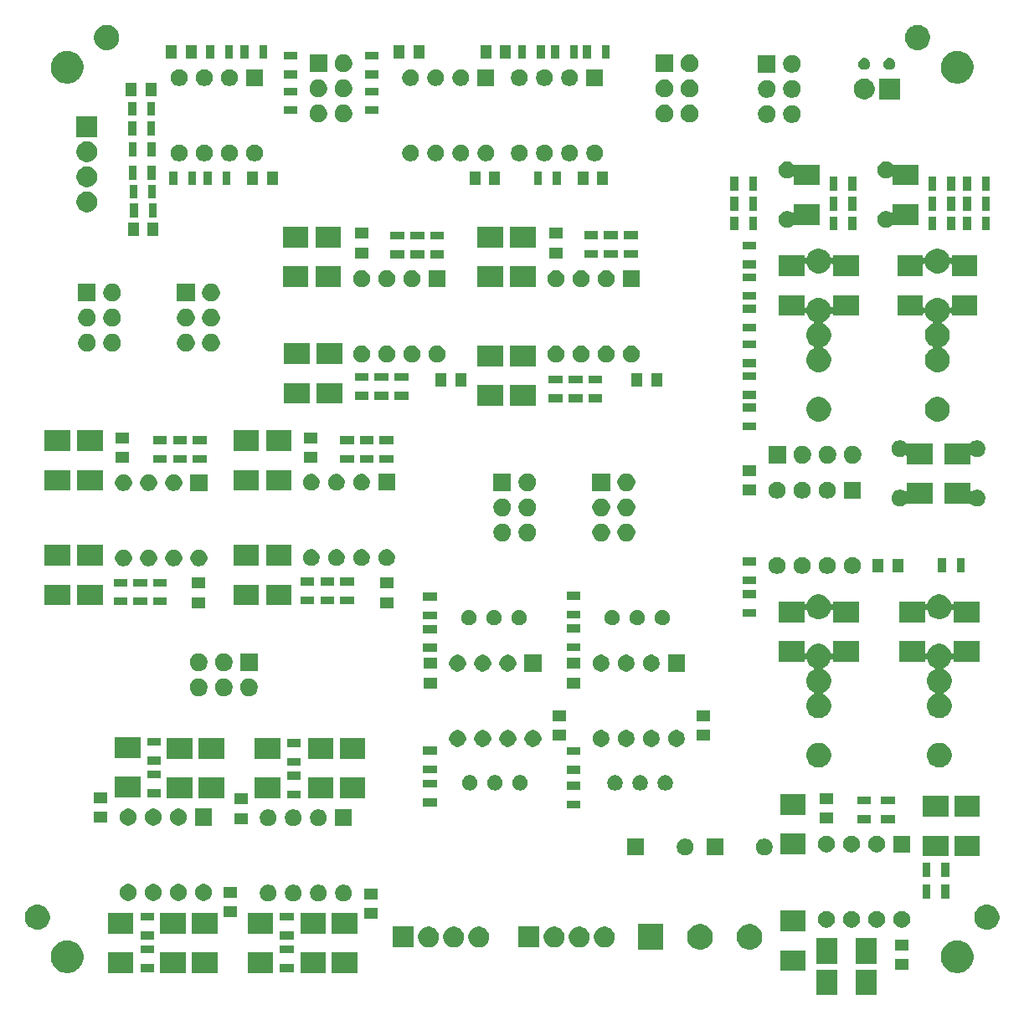
<source format=gbr>
G04 #@! TF.GenerationSoftware,KiCad,Pcbnew,5.1.5+dfsg1-2build2*
G04 #@! TF.CreationDate,2022-04-28T18:47:43+09:30*
G04 #@! TF.ProjectId,xover,786f7665-722e-46b6-9963-61645f706362,rev?*
G04 #@! TF.SameCoordinates,Original*
G04 #@! TF.FileFunction,Soldermask,Top*
G04 #@! TF.FilePolarity,Negative*
%FSLAX46Y46*%
G04 Gerber Fmt 4.6, Leading zero omitted, Abs format (unit mm)*
G04 Created by KiCad (PCBNEW 5.1.5+dfsg1-2build2) date 2022-04-28 18:47:43*
%MOMM*%
%LPD*%
G04 APERTURE LIST*
%ADD10C,0.100000*%
G04 APERTURE END LIST*
D10*
G36*
X111851000Y-123901000D02*
G01*
X109749000Y-123901000D01*
X109749000Y-121299000D01*
X111851000Y-121299000D01*
X111851000Y-123901000D01*
G37*
G36*
X107851000Y-123901000D02*
G01*
X105749000Y-123901000D01*
X105749000Y-121299000D01*
X107851000Y-121299000D01*
X107851000Y-123901000D01*
G37*
G36*
X120315878Y-118379487D02*
G01*
X120481579Y-118412447D01*
X120782042Y-118536903D01*
X121052451Y-118717585D01*
X121282415Y-118947549D01*
X121463097Y-119217958D01*
X121587553Y-119518421D01*
X121608702Y-119624744D01*
X121651000Y-119837389D01*
X121651000Y-120162611D01*
X121587553Y-120481578D01*
X121476784Y-120749000D01*
X121463097Y-120782042D01*
X121282415Y-121052451D01*
X121052451Y-121282415D01*
X120782042Y-121463097D01*
X120481579Y-121587553D01*
X120375256Y-121608702D01*
X120162611Y-121651000D01*
X119837389Y-121651000D01*
X119624744Y-121608702D01*
X119518421Y-121587553D01*
X119217958Y-121463097D01*
X118947549Y-121282415D01*
X118717585Y-121052451D01*
X118536903Y-120782042D01*
X118523217Y-120749000D01*
X118412447Y-120481578D01*
X118349000Y-120162611D01*
X118349000Y-119837389D01*
X118391298Y-119624744D01*
X118412447Y-119518421D01*
X118536903Y-119217958D01*
X118717585Y-118947549D01*
X118947549Y-118717585D01*
X119217958Y-118536903D01*
X119518421Y-118412447D01*
X119684122Y-118379487D01*
X119837389Y-118349000D01*
X120162611Y-118349000D01*
X120315878Y-118379487D01*
G37*
G36*
X50851000Y-121651000D02*
G01*
X48249000Y-121651000D01*
X48249000Y-119549000D01*
X50851000Y-119549000D01*
X50851000Y-121651000D01*
G37*
G36*
X36701000Y-121651000D02*
G01*
X34099000Y-121651000D01*
X34099000Y-119549000D01*
X36701000Y-119549000D01*
X36701000Y-121651000D01*
G37*
G36*
X45201000Y-121651000D02*
G01*
X42599000Y-121651000D01*
X42599000Y-119549000D01*
X45201000Y-119549000D01*
X45201000Y-121651000D01*
G37*
G36*
X42001000Y-121651000D02*
G01*
X39399000Y-121651000D01*
X39399000Y-119549000D01*
X42001000Y-119549000D01*
X42001000Y-121651000D01*
G37*
G36*
X56176000Y-121651000D02*
G01*
X53574000Y-121651000D01*
X53574000Y-119549000D01*
X56176000Y-119549000D01*
X56176000Y-121651000D01*
G37*
G36*
X59376000Y-121651000D02*
G01*
X56774000Y-121651000D01*
X56774000Y-119549000D01*
X59376000Y-119549000D01*
X59376000Y-121651000D01*
G37*
G36*
X30315878Y-118379487D02*
G01*
X30481579Y-118412447D01*
X30782042Y-118536903D01*
X31052451Y-118717585D01*
X31282415Y-118947549D01*
X31463097Y-119217958D01*
X31587553Y-119518421D01*
X31608702Y-119624744D01*
X31651000Y-119837389D01*
X31651000Y-120162611D01*
X31587553Y-120481578D01*
X31476784Y-120749000D01*
X31463097Y-120782042D01*
X31282415Y-121052451D01*
X31052451Y-121282415D01*
X30782042Y-121463097D01*
X30481579Y-121587553D01*
X30375256Y-121608702D01*
X30162611Y-121651000D01*
X29837389Y-121651000D01*
X29624744Y-121608702D01*
X29518421Y-121587553D01*
X29217958Y-121463097D01*
X28947549Y-121282415D01*
X28717585Y-121052451D01*
X28536903Y-120782042D01*
X28523217Y-120749000D01*
X28412447Y-120481578D01*
X28349000Y-120162611D01*
X28349000Y-119837389D01*
X28391298Y-119624744D01*
X28412447Y-119518421D01*
X28536903Y-119217958D01*
X28717585Y-118947549D01*
X28947549Y-118717585D01*
X29217958Y-118536903D01*
X29518421Y-118412447D01*
X29684122Y-118379487D01*
X29837389Y-118349000D01*
X30162611Y-118349000D01*
X30315878Y-118379487D01*
G37*
G36*
X38801000Y-121551000D02*
G01*
X37399000Y-121551000D01*
X37399000Y-120749000D01*
X38801000Y-120749000D01*
X38801000Y-121551000D01*
G37*
G36*
X52926000Y-121551000D02*
G01*
X51524000Y-121551000D01*
X51524000Y-120749000D01*
X52926000Y-120749000D01*
X52926000Y-121551000D01*
G37*
G36*
X104701000Y-121451000D02*
G01*
X102099000Y-121451000D01*
X102099000Y-119349000D01*
X104701000Y-119349000D01*
X104701000Y-121451000D01*
G37*
G36*
X115076000Y-121351000D02*
G01*
X113724000Y-121351000D01*
X113724000Y-120249000D01*
X115076000Y-120249000D01*
X115076000Y-121351000D01*
G37*
G36*
X111851000Y-120701000D02*
G01*
X109749000Y-120701000D01*
X109749000Y-118099000D01*
X111851000Y-118099000D01*
X111851000Y-120701000D01*
G37*
G36*
X107851000Y-120701000D02*
G01*
X105749000Y-120701000D01*
X105749000Y-118099000D01*
X107851000Y-118099000D01*
X107851000Y-120701000D01*
G37*
G36*
X52926000Y-119651000D02*
G01*
X51524000Y-119651000D01*
X51524000Y-118849000D01*
X52926000Y-118849000D01*
X52926000Y-119651000D01*
G37*
G36*
X38801000Y-119651000D02*
G01*
X37399000Y-119651000D01*
X37399000Y-118849000D01*
X38801000Y-118849000D01*
X38801000Y-119651000D01*
G37*
G36*
X115076000Y-119351000D02*
G01*
X113724000Y-119351000D01*
X113724000Y-118249000D01*
X115076000Y-118249000D01*
X115076000Y-119351000D01*
G37*
G36*
X90301000Y-119301000D02*
G01*
X87699000Y-119301000D01*
X87699000Y-116699000D01*
X90301000Y-116699000D01*
X90301000Y-119301000D01*
G37*
G36*
X94379487Y-116748996D02*
G01*
X94525744Y-116809578D01*
X94616255Y-116847069D01*
X94769569Y-116949510D01*
X94829339Y-116989447D01*
X95010553Y-117170661D01*
X95152932Y-117383747D01*
X95251004Y-117620513D01*
X95301000Y-117871861D01*
X95301000Y-118128139D01*
X95251004Y-118379487D01*
X95237351Y-118412447D01*
X95152931Y-118616255D01*
X95010553Y-118829339D01*
X94829339Y-119010553D01*
X94616255Y-119152931D01*
X94616254Y-119152932D01*
X94616253Y-119152932D01*
X94379487Y-119251004D01*
X94128139Y-119301000D01*
X93871861Y-119301000D01*
X93620513Y-119251004D01*
X93383747Y-119152932D01*
X93383746Y-119152932D01*
X93383745Y-119152931D01*
X93170661Y-119010553D01*
X92989447Y-118829339D01*
X92847069Y-118616255D01*
X92762649Y-118412447D01*
X92748996Y-118379487D01*
X92699000Y-118128139D01*
X92699000Y-117871861D01*
X92748996Y-117620513D01*
X92847068Y-117383747D01*
X92989447Y-117170661D01*
X93170661Y-116989447D01*
X93230431Y-116949510D01*
X93383745Y-116847069D01*
X93474256Y-116809578D01*
X93620513Y-116748996D01*
X93871861Y-116699000D01*
X94128139Y-116699000D01*
X94379487Y-116748996D01*
G37*
G36*
X99379487Y-116748996D02*
G01*
X99525744Y-116809578D01*
X99616255Y-116847069D01*
X99769569Y-116949510D01*
X99829339Y-116989447D01*
X100010553Y-117170661D01*
X100152932Y-117383747D01*
X100251004Y-117620513D01*
X100301000Y-117871861D01*
X100301000Y-118128139D01*
X100251004Y-118379487D01*
X100237351Y-118412447D01*
X100152931Y-118616255D01*
X100010553Y-118829339D01*
X99829339Y-119010553D01*
X99616255Y-119152931D01*
X99616254Y-119152932D01*
X99616253Y-119152932D01*
X99379487Y-119251004D01*
X99128139Y-119301000D01*
X98871861Y-119301000D01*
X98620513Y-119251004D01*
X98383747Y-119152932D01*
X98383746Y-119152932D01*
X98383745Y-119152931D01*
X98170661Y-119010553D01*
X97989447Y-118829339D01*
X97847069Y-118616255D01*
X97762649Y-118412447D01*
X97748996Y-118379487D01*
X97699000Y-118128139D01*
X97699000Y-117871861D01*
X97748996Y-117620513D01*
X97847068Y-117383747D01*
X97989447Y-117170661D01*
X98170661Y-116989447D01*
X98230431Y-116949510D01*
X98383745Y-116847069D01*
X98474256Y-116809578D01*
X98620513Y-116748996D01*
X98871861Y-116699000D01*
X99128139Y-116699000D01*
X99379487Y-116748996D01*
G37*
G36*
X71926416Y-116989879D02*
G01*
X72117592Y-117069067D01*
X72117594Y-117069068D01*
X72289648Y-117184031D01*
X72435969Y-117330352D01*
X72516584Y-117451000D01*
X72550933Y-117502408D01*
X72630121Y-117693584D01*
X72670490Y-117896534D01*
X72670490Y-118103466D01*
X72630121Y-118306416D01*
X72599853Y-118379488D01*
X72550932Y-118497594D01*
X72435969Y-118669648D01*
X72289648Y-118815969D01*
X72117594Y-118930932D01*
X72117593Y-118930933D01*
X72117592Y-118930933D01*
X71926416Y-119010121D01*
X71723466Y-119050490D01*
X71516534Y-119050490D01*
X71313584Y-119010121D01*
X71122408Y-118930933D01*
X71122407Y-118930933D01*
X71122406Y-118930932D01*
X70950352Y-118815969D01*
X70804031Y-118669648D01*
X70689068Y-118497594D01*
X70640147Y-118379488D01*
X70609879Y-118306416D01*
X70569510Y-118103466D01*
X70569510Y-117896534D01*
X70609879Y-117693584D01*
X70689067Y-117502408D01*
X70723417Y-117451000D01*
X70804031Y-117330352D01*
X70950352Y-117184031D01*
X71122406Y-117069068D01*
X71122408Y-117069067D01*
X71313584Y-116989879D01*
X71516534Y-116949510D01*
X71723466Y-116949510D01*
X71926416Y-116989879D01*
G37*
G36*
X82086416Y-116989879D02*
G01*
X82277592Y-117069067D01*
X82277594Y-117069068D01*
X82449648Y-117184031D01*
X82595969Y-117330352D01*
X82676584Y-117451000D01*
X82710933Y-117502408D01*
X82790121Y-117693584D01*
X82830490Y-117896534D01*
X82830490Y-118103466D01*
X82790121Y-118306416D01*
X82759853Y-118379488D01*
X82710932Y-118497594D01*
X82595969Y-118669648D01*
X82449648Y-118815969D01*
X82277594Y-118930932D01*
X82277593Y-118930933D01*
X82277592Y-118930933D01*
X82086416Y-119010121D01*
X81883466Y-119050490D01*
X81676534Y-119050490D01*
X81473584Y-119010121D01*
X81282408Y-118930933D01*
X81282407Y-118930933D01*
X81282406Y-118930932D01*
X81110352Y-118815969D01*
X80964031Y-118669648D01*
X80849068Y-118497594D01*
X80800147Y-118379488D01*
X80769879Y-118306416D01*
X80729510Y-118103466D01*
X80729510Y-117896534D01*
X80769879Y-117693584D01*
X80849067Y-117502408D01*
X80883417Y-117451000D01*
X80964031Y-117330352D01*
X81110352Y-117184031D01*
X81282406Y-117069068D01*
X81282408Y-117069067D01*
X81473584Y-116989879D01*
X81676534Y-116949510D01*
X81883466Y-116949510D01*
X82086416Y-116989879D01*
G37*
G36*
X79546416Y-116989879D02*
G01*
X79737592Y-117069067D01*
X79737594Y-117069068D01*
X79909648Y-117184031D01*
X80055969Y-117330352D01*
X80136584Y-117451000D01*
X80170933Y-117502408D01*
X80250121Y-117693584D01*
X80290490Y-117896534D01*
X80290490Y-118103466D01*
X80250121Y-118306416D01*
X80219853Y-118379488D01*
X80170932Y-118497594D01*
X80055969Y-118669648D01*
X79909648Y-118815969D01*
X79737594Y-118930932D01*
X79737593Y-118930933D01*
X79737592Y-118930933D01*
X79546416Y-119010121D01*
X79343466Y-119050490D01*
X79136534Y-119050490D01*
X78933584Y-119010121D01*
X78742408Y-118930933D01*
X78742407Y-118930933D01*
X78742406Y-118930932D01*
X78570352Y-118815969D01*
X78424031Y-118669648D01*
X78309068Y-118497594D01*
X78260147Y-118379488D01*
X78229879Y-118306416D01*
X78189510Y-118103466D01*
X78189510Y-117896534D01*
X78229879Y-117693584D01*
X78309067Y-117502408D01*
X78343417Y-117451000D01*
X78424031Y-117330352D01*
X78570352Y-117184031D01*
X78742406Y-117069068D01*
X78742408Y-117069067D01*
X78933584Y-116989879D01*
X79136534Y-116949510D01*
X79343466Y-116949510D01*
X79546416Y-116989879D01*
G37*
G36*
X84626416Y-116989879D02*
G01*
X84817592Y-117069067D01*
X84817594Y-117069068D01*
X84989648Y-117184031D01*
X85135969Y-117330352D01*
X85216584Y-117451000D01*
X85250933Y-117502408D01*
X85330121Y-117693584D01*
X85370490Y-117896534D01*
X85370490Y-118103466D01*
X85330121Y-118306416D01*
X85299853Y-118379488D01*
X85250932Y-118497594D01*
X85135969Y-118669648D01*
X84989648Y-118815969D01*
X84817594Y-118930932D01*
X84817593Y-118930933D01*
X84817592Y-118930933D01*
X84626416Y-119010121D01*
X84423466Y-119050490D01*
X84216534Y-119050490D01*
X84013584Y-119010121D01*
X83822408Y-118930933D01*
X83822407Y-118930933D01*
X83822406Y-118930932D01*
X83650352Y-118815969D01*
X83504031Y-118669648D01*
X83389068Y-118497594D01*
X83340147Y-118379488D01*
X83309879Y-118306416D01*
X83269510Y-118103466D01*
X83269510Y-117896534D01*
X83309879Y-117693584D01*
X83389067Y-117502408D01*
X83423417Y-117451000D01*
X83504031Y-117330352D01*
X83650352Y-117184031D01*
X83822406Y-117069068D01*
X83822408Y-117069067D01*
X84013584Y-116989879D01*
X84216534Y-116949510D01*
X84423466Y-116949510D01*
X84626416Y-116989879D01*
G37*
G36*
X69386416Y-116989879D02*
G01*
X69577592Y-117069067D01*
X69577594Y-117069068D01*
X69749648Y-117184031D01*
X69895969Y-117330352D01*
X69976584Y-117451000D01*
X70010933Y-117502408D01*
X70090121Y-117693584D01*
X70130490Y-117896534D01*
X70130490Y-118103466D01*
X70090121Y-118306416D01*
X70059853Y-118379488D01*
X70010932Y-118497594D01*
X69895969Y-118669648D01*
X69749648Y-118815969D01*
X69577594Y-118930932D01*
X69577593Y-118930933D01*
X69577592Y-118930933D01*
X69386416Y-119010121D01*
X69183466Y-119050490D01*
X68976534Y-119050490D01*
X68773584Y-119010121D01*
X68582408Y-118930933D01*
X68582407Y-118930933D01*
X68582406Y-118930932D01*
X68410352Y-118815969D01*
X68264031Y-118669648D01*
X68149068Y-118497594D01*
X68100147Y-118379488D01*
X68069879Y-118306416D01*
X68029510Y-118103466D01*
X68029510Y-117896534D01*
X68069879Y-117693584D01*
X68149067Y-117502408D01*
X68183417Y-117451000D01*
X68264031Y-117330352D01*
X68410352Y-117184031D01*
X68582406Y-117069068D01*
X68582408Y-117069067D01*
X68773584Y-116989879D01*
X68976534Y-116949510D01*
X69183466Y-116949510D01*
X69386416Y-116989879D01*
G37*
G36*
X65050490Y-119050490D02*
G01*
X62949510Y-119050490D01*
X62949510Y-116949510D01*
X65050490Y-116949510D01*
X65050490Y-119050490D01*
G37*
G36*
X66846416Y-116989879D02*
G01*
X67037592Y-117069067D01*
X67037594Y-117069068D01*
X67209648Y-117184031D01*
X67355969Y-117330352D01*
X67436584Y-117451000D01*
X67470933Y-117502408D01*
X67550121Y-117693584D01*
X67590490Y-117896534D01*
X67590490Y-118103466D01*
X67550121Y-118306416D01*
X67519853Y-118379488D01*
X67470932Y-118497594D01*
X67355969Y-118669648D01*
X67209648Y-118815969D01*
X67037594Y-118930932D01*
X67037593Y-118930933D01*
X67037592Y-118930933D01*
X66846416Y-119010121D01*
X66643466Y-119050490D01*
X66436534Y-119050490D01*
X66233584Y-119010121D01*
X66042408Y-118930933D01*
X66042407Y-118930933D01*
X66042406Y-118930932D01*
X65870352Y-118815969D01*
X65724031Y-118669648D01*
X65609068Y-118497594D01*
X65560147Y-118379488D01*
X65529879Y-118306416D01*
X65489510Y-118103466D01*
X65489510Y-117896534D01*
X65529879Y-117693584D01*
X65609067Y-117502408D01*
X65643417Y-117451000D01*
X65724031Y-117330352D01*
X65870352Y-117184031D01*
X66042406Y-117069068D01*
X66042408Y-117069067D01*
X66233584Y-116989879D01*
X66436534Y-116949510D01*
X66643466Y-116949510D01*
X66846416Y-116989879D01*
G37*
G36*
X77750490Y-119050490D02*
G01*
X75649510Y-119050490D01*
X75649510Y-116949510D01*
X77750490Y-116949510D01*
X77750490Y-119050490D01*
G37*
G36*
X38801000Y-118251000D02*
G01*
X37399000Y-118251000D01*
X37399000Y-117449000D01*
X38801000Y-117449000D01*
X38801000Y-118251000D01*
G37*
G36*
X52926000Y-118251000D02*
G01*
X51524000Y-118251000D01*
X51524000Y-117449000D01*
X52926000Y-117449000D01*
X52926000Y-118251000D01*
G37*
G36*
X56176000Y-117651000D02*
G01*
X53574000Y-117651000D01*
X53574000Y-115549000D01*
X56176000Y-115549000D01*
X56176000Y-117651000D01*
G37*
G36*
X42001000Y-117651000D02*
G01*
X39399000Y-117651000D01*
X39399000Y-115549000D01*
X42001000Y-115549000D01*
X42001000Y-117651000D01*
G37*
G36*
X45201000Y-117651000D02*
G01*
X42599000Y-117651000D01*
X42599000Y-115549000D01*
X45201000Y-115549000D01*
X45201000Y-117651000D01*
G37*
G36*
X36701000Y-117651000D02*
G01*
X34099000Y-117651000D01*
X34099000Y-115549000D01*
X36701000Y-115549000D01*
X36701000Y-117651000D01*
G37*
G36*
X59376000Y-117651000D02*
G01*
X56774000Y-117651000D01*
X56774000Y-115549000D01*
X59376000Y-115549000D01*
X59376000Y-117651000D01*
G37*
G36*
X50851000Y-117651000D02*
G01*
X48249000Y-117651000D01*
X48249000Y-115549000D01*
X50851000Y-115549000D01*
X50851000Y-117651000D01*
G37*
G36*
X104701000Y-117451000D02*
G01*
X102099000Y-117451000D01*
X102099000Y-115349000D01*
X104701000Y-115349000D01*
X104701000Y-117451000D01*
G37*
G36*
X123247765Y-114754403D02*
G01*
X123370445Y-114778805D01*
X123601571Y-114874541D01*
X123809578Y-115013527D01*
X123986473Y-115190422D01*
X124125459Y-115398429D01*
X124221195Y-115629555D01*
X124270000Y-115874916D01*
X124270000Y-116125084D01*
X124221195Y-116370445D01*
X124125459Y-116601571D01*
X124060359Y-116699000D01*
X123986474Y-116809577D01*
X123809577Y-116986474D01*
X123732021Y-117038295D01*
X123601571Y-117125459D01*
X123370445Y-117221195D01*
X123247764Y-117245598D01*
X123125085Y-117270000D01*
X122874915Y-117270000D01*
X122752236Y-117245598D01*
X122629555Y-117221195D01*
X122398429Y-117125459D01*
X122267979Y-117038295D01*
X122190423Y-116986474D01*
X122013526Y-116809577D01*
X121939641Y-116699000D01*
X121874541Y-116601571D01*
X121778805Y-116370445D01*
X121730000Y-116125084D01*
X121730000Y-115874916D01*
X121778805Y-115629555D01*
X121874541Y-115398429D01*
X122013527Y-115190422D01*
X122190422Y-115013527D01*
X122398429Y-114874541D01*
X122629555Y-114778805D01*
X122752235Y-114754403D01*
X122874915Y-114730000D01*
X123125085Y-114730000D01*
X123247765Y-114754403D01*
G37*
G36*
X27247765Y-114754403D02*
G01*
X27370445Y-114778805D01*
X27601571Y-114874541D01*
X27809578Y-115013527D01*
X27986473Y-115190422D01*
X28125459Y-115398429D01*
X28221195Y-115629555D01*
X28270000Y-115874916D01*
X28270000Y-116125084D01*
X28221195Y-116370445D01*
X28125459Y-116601571D01*
X28060359Y-116699000D01*
X27986474Y-116809577D01*
X27809577Y-116986474D01*
X27732021Y-117038295D01*
X27601571Y-117125459D01*
X27370445Y-117221195D01*
X27247764Y-117245598D01*
X27125085Y-117270000D01*
X26874915Y-117270000D01*
X26752236Y-117245598D01*
X26629555Y-117221195D01*
X26398429Y-117125459D01*
X26267979Y-117038295D01*
X26190423Y-116986474D01*
X26013526Y-116809577D01*
X25939641Y-116699000D01*
X25874541Y-116601571D01*
X25778805Y-116370445D01*
X25730000Y-116125084D01*
X25730000Y-115874916D01*
X25778805Y-115629555D01*
X25874541Y-115398429D01*
X26013527Y-115190422D01*
X26190422Y-115013527D01*
X26398429Y-114874541D01*
X26629555Y-114778805D01*
X26752235Y-114754403D01*
X26874915Y-114730000D01*
X27125085Y-114730000D01*
X27247765Y-114754403D01*
G37*
G36*
X107028228Y-115401703D02*
G01*
X107183100Y-115465853D01*
X107322481Y-115558985D01*
X107441015Y-115677519D01*
X107534147Y-115816900D01*
X107598297Y-115971772D01*
X107631000Y-116136184D01*
X107631000Y-116303816D01*
X107598297Y-116468228D01*
X107534147Y-116623100D01*
X107441015Y-116762481D01*
X107322481Y-116881015D01*
X107183100Y-116974147D01*
X107028228Y-117038297D01*
X106863816Y-117071000D01*
X106696184Y-117071000D01*
X106531772Y-117038297D01*
X106376900Y-116974147D01*
X106237519Y-116881015D01*
X106118985Y-116762481D01*
X106025853Y-116623100D01*
X105961703Y-116468228D01*
X105929000Y-116303816D01*
X105929000Y-116136184D01*
X105961703Y-115971772D01*
X106025853Y-115816900D01*
X106118985Y-115677519D01*
X106237519Y-115558985D01*
X106376900Y-115465853D01*
X106531772Y-115401703D01*
X106696184Y-115369000D01*
X106863816Y-115369000D01*
X107028228Y-115401703D01*
G37*
G36*
X114648228Y-115401703D02*
G01*
X114803100Y-115465853D01*
X114942481Y-115558985D01*
X115061015Y-115677519D01*
X115154147Y-115816900D01*
X115218297Y-115971772D01*
X115251000Y-116136184D01*
X115251000Y-116303816D01*
X115218297Y-116468228D01*
X115154147Y-116623100D01*
X115061015Y-116762481D01*
X114942481Y-116881015D01*
X114803100Y-116974147D01*
X114648228Y-117038297D01*
X114483816Y-117071000D01*
X114316184Y-117071000D01*
X114151772Y-117038297D01*
X113996900Y-116974147D01*
X113857519Y-116881015D01*
X113738985Y-116762481D01*
X113645853Y-116623100D01*
X113581703Y-116468228D01*
X113549000Y-116303816D01*
X113549000Y-116136184D01*
X113581703Y-115971772D01*
X113645853Y-115816900D01*
X113738985Y-115677519D01*
X113857519Y-115558985D01*
X113996900Y-115465853D01*
X114151772Y-115401703D01*
X114316184Y-115369000D01*
X114483816Y-115369000D01*
X114648228Y-115401703D01*
G37*
G36*
X109568228Y-115401703D02*
G01*
X109723100Y-115465853D01*
X109862481Y-115558985D01*
X109981015Y-115677519D01*
X110074147Y-115816900D01*
X110138297Y-115971772D01*
X110171000Y-116136184D01*
X110171000Y-116303816D01*
X110138297Y-116468228D01*
X110074147Y-116623100D01*
X109981015Y-116762481D01*
X109862481Y-116881015D01*
X109723100Y-116974147D01*
X109568228Y-117038297D01*
X109403816Y-117071000D01*
X109236184Y-117071000D01*
X109071772Y-117038297D01*
X108916900Y-116974147D01*
X108777519Y-116881015D01*
X108658985Y-116762481D01*
X108565853Y-116623100D01*
X108501703Y-116468228D01*
X108469000Y-116303816D01*
X108469000Y-116136184D01*
X108501703Y-115971772D01*
X108565853Y-115816900D01*
X108658985Y-115677519D01*
X108777519Y-115558985D01*
X108916900Y-115465853D01*
X109071772Y-115401703D01*
X109236184Y-115369000D01*
X109403816Y-115369000D01*
X109568228Y-115401703D01*
G37*
G36*
X112108228Y-115401703D02*
G01*
X112263100Y-115465853D01*
X112402481Y-115558985D01*
X112521015Y-115677519D01*
X112614147Y-115816900D01*
X112678297Y-115971772D01*
X112711000Y-116136184D01*
X112711000Y-116303816D01*
X112678297Y-116468228D01*
X112614147Y-116623100D01*
X112521015Y-116762481D01*
X112402481Y-116881015D01*
X112263100Y-116974147D01*
X112108228Y-117038297D01*
X111943816Y-117071000D01*
X111776184Y-117071000D01*
X111611772Y-117038297D01*
X111456900Y-116974147D01*
X111317519Y-116881015D01*
X111198985Y-116762481D01*
X111105853Y-116623100D01*
X111041703Y-116468228D01*
X111009000Y-116303816D01*
X111009000Y-116136184D01*
X111041703Y-115971772D01*
X111105853Y-115816900D01*
X111198985Y-115677519D01*
X111317519Y-115558985D01*
X111456900Y-115465853D01*
X111611772Y-115401703D01*
X111776184Y-115369000D01*
X111943816Y-115369000D01*
X112108228Y-115401703D01*
G37*
G36*
X52926000Y-116351000D02*
G01*
X51524000Y-116351000D01*
X51524000Y-115549000D01*
X52926000Y-115549000D01*
X52926000Y-116351000D01*
G37*
G36*
X38801000Y-116351000D02*
G01*
X37399000Y-116351000D01*
X37399000Y-115549000D01*
X38801000Y-115549000D01*
X38801000Y-116351000D01*
G37*
G36*
X61376000Y-116176000D02*
G01*
X60024000Y-116176000D01*
X60024000Y-115074000D01*
X61376000Y-115074000D01*
X61376000Y-116176000D01*
G37*
G36*
X47201000Y-116026000D02*
G01*
X45849000Y-116026000D01*
X45849000Y-114924000D01*
X47201000Y-114924000D01*
X47201000Y-116026000D01*
G37*
G36*
X58193228Y-112746703D02*
G01*
X58348100Y-112810853D01*
X58487481Y-112903985D01*
X58606015Y-113022519D01*
X58699147Y-113161900D01*
X58763297Y-113316772D01*
X58796000Y-113481184D01*
X58796000Y-113648816D01*
X58763297Y-113813228D01*
X58699147Y-113968100D01*
X58606015Y-114107481D01*
X58487481Y-114226015D01*
X58348100Y-114319147D01*
X58193228Y-114383297D01*
X58028816Y-114416000D01*
X57861184Y-114416000D01*
X57696772Y-114383297D01*
X57541900Y-114319147D01*
X57402519Y-114226015D01*
X57283985Y-114107481D01*
X57190853Y-113968100D01*
X57126703Y-113813228D01*
X57094000Y-113648816D01*
X57094000Y-113481184D01*
X57126703Y-113316772D01*
X57190853Y-113161900D01*
X57283985Y-113022519D01*
X57402519Y-112903985D01*
X57541900Y-112810853D01*
X57696772Y-112746703D01*
X57861184Y-112714000D01*
X58028816Y-112714000D01*
X58193228Y-112746703D01*
G37*
G36*
X50573228Y-112746703D02*
G01*
X50728100Y-112810853D01*
X50867481Y-112903985D01*
X50986015Y-113022519D01*
X51079147Y-113161900D01*
X51143297Y-113316772D01*
X51176000Y-113481184D01*
X51176000Y-113648816D01*
X51143297Y-113813228D01*
X51079147Y-113968100D01*
X50986015Y-114107481D01*
X50867481Y-114226015D01*
X50728100Y-114319147D01*
X50573228Y-114383297D01*
X50408816Y-114416000D01*
X50241184Y-114416000D01*
X50076772Y-114383297D01*
X49921900Y-114319147D01*
X49782519Y-114226015D01*
X49663985Y-114107481D01*
X49570853Y-113968100D01*
X49506703Y-113813228D01*
X49474000Y-113648816D01*
X49474000Y-113481184D01*
X49506703Y-113316772D01*
X49570853Y-113161900D01*
X49663985Y-113022519D01*
X49782519Y-112903985D01*
X49921900Y-112810853D01*
X50076772Y-112746703D01*
X50241184Y-112714000D01*
X50408816Y-112714000D01*
X50573228Y-112746703D01*
G37*
G36*
X53113228Y-112746703D02*
G01*
X53268100Y-112810853D01*
X53407481Y-112903985D01*
X53526015Y-113022519D01*
X53619147Y-113161900D01*
X53683297Y-113316772D01*
X53716000Y-113481184D01*
X53716000Y-113648816D01*
X53683297Y-113813228D01*
X53619147Y-113968100D01*
X53526015Y-114107481D01*
X53407481Y-114226015D01*
X53268100Y-114319147D01*
X53113228Y-114383297D01*
X52948816Y-114416000D01*
X52781184Y-114416000D01*
X52616772Y-114383297D01*
X52461900Y-114319147D01*
X52322519Y-114226015D01*
X52203985Y-114107481D01*
X52110853Y-113968100D01*
X52046703Y-113813228D01*
X52014000Y-113648816D01*
X52014000Y-113481184D01*
X52046703Y-113316772D01*
X52110853Y-113161900D01*
X52203985Y-113022519D01*
X52322519Y-112903985D01*
X52461900Y-112810853D01*
X52616772Y-112746703D01*
X52781184Y-112714000D01*
X52948816Y-112714000D01*
X53113228Y-112746703D01*
G37*
G36*
X55653228Y-112746703D02*
G01*
X55808100Y-112810853D01*
X55947481Y-112903985D01*
X56066015Y-113022519D01*
X56159147Y-113161900D01*
X56223297Y-113316772D01*
X56256000Y-113481184D01*
X56256000Y-113648816D01*
X56223297Y-113813228D01*
X56159147Y-113968100D01*
X56066015Y-114107481D01*
X55947481Y-114226015D01*
X55808100Y-114319147D01*
X55653228Y-114383297D01*
X55488816Y-114416000D01*
X55321184Y-114416000D01*
X55156772Y-114383297D01*
X55001900Y-114319147D01*
X54862519Y-114226015D01*
X54743985Y-114107481D01*
X54650853Y-113968100D01*
X54586703Y-113813228D01*
X54554000Y-113648816D01*
X54554000Y-113481184D01*
X54586703Y-113316772D01*
X54650853Y-113161900D01*
X54743985Y-113022519D01*
X54862519Y-112903985D01*
X55001900Y-112810853D01*
X55156772Y-112746703D01*
X55321184Y-112714000D01*
X55488816Y-112714000D01*
X55653228Y-112746703D01*
G37*
G36*
X44048228Y-112676703D02*
G01*
X44203100Y-112740853D01*
X44342481Y-112833985D01*
X44461015Y-112952519D01*
X44554147Y-113091900D01*
X44618297Y-113246772D01*
X44651000Y-113411184D01*
X44651000Y-113578816D01*
X44618297Y-113743228D01*
X44554147Y-113898100D01*
X44461015Y-114037481D01*
X44342481Y-114156015D01*
X44203100Y-114249147D01*
X44048228Y-114313297D01*
X43883816Y-114346000D01*
X43716184Y-114346000D01*
X43551772Y-114313297D01*
X43396900Y-114249147D01*
X43257519Y-114156015D01*
X43138985Y-114037481D01*
X43045853Y-113898100D01*
X42981703Y-113743228D01*
X42949000Y-113578816D01*
X42949000Y-113411184D01*
X42981703Y-113246772D01*
X43045853Y-113091900D01*
X43138985Y-112952519D01*
X43257519Y-112833985D01*
X43396900Y-112740853D01*
X43551772Y-112676703D01*
X43716184Y-112644000D01*
X43883816Y-112644000D01*
X44048228Y-112676703D01*
G37*
G36*
X38968228Y-112676703D02*
G01*
X39123100Y-112740853D01*
X39262481Y-112833985D01*
X39381015Y-112952519D01*
X39474147Y-113091900D01*
X39538297Y-113246772D01*
X39571000Y-113411184D01*
X39571000Y-113578816D01*
X39538297Y-113743228D01*
X39474147Y-113898100D01*
X39381015Y-114037481D01*
X39262481Y-114156015D01*
X39123100Y-114249147D01*
X38968228Y-114313297D01*
X38803816Y-114346000D01*
X38636184Y-114346000D01*
X38471772Y-114313297D01*
X38316900Y-114249147D01*
X38177519Y-114156015D01*
X38058985Y-114037481D01*
X37965853Y-113898100D01*
X37901703Y-113743228D01*
X37869000Y-113578816D01*
X37869000Y-113411184D01*
X37901703Y-113246772D01*
X37965853Y-113091900D01*
X38058985Y-112952519D01*
X38177519Y-112833985D01*
X38316900Y-112740853D01*
X38471772Y-112676703D01*
X38636184Y-112644000D01*
X38803816Y-112644000D01*
X38968228Y-112676703D01*
G37*
G36*
X41508228Y-112676703D02*
G01*
X41663100Y-112740853D01*
X41802481Y-112833985D01*
X41921015Y-112952519D01*
X42014147Y-113091900D01*
X42078297Y-113246772D01*
X42111000Y-113411184D01*
X42111000Y-113578816D01*
X42078297Y-113743228D01*
X42014147Y-113898100D01*
X41921015Y-114037481D01*
X41802481Y-114156015D01*
X41663100Y-114249147D01*
X41508228Y-114313297D01*
X41343816Y-114346000D01*
X41176184Y-114346000D01*
X41011772Y-114313297D01*
X40856900Y-114249147D01*
X40717519Y-114156015D01*
X40598985Y-114037481D01*
X40505853Y-113898100D01*
X40441703Y-113743228D01*
X40409000Y-113578816D01*
X40409000Y-113411184D01*
X40441703Y-113246772D01*
X40505853Y-113091900D01*
X40598985Y-112952519D01*
X40717519Y-112833985D01*
X40856900Y-112740853D01*
X41011772Y-112676703D01*
X41176184Y-112644000D01*
X41343816Y-112644000D01*
X41508228Y-112676703D01*
G37*
G36*
X36428228Y-112676703D02*
G01*
X36583100Y-112740853D01*
X36722481Y-112833985D01*
X36841015Y-112952519D01*
X36934147Y-113091900D01*
X36998297Y-113246772D01*
X37031000Y-113411184D01*
X37031000Y-113578816D01*
X36998297Y-113743228D01*
X36934147Y-113898100D01*
X36841015Y-114037481D01*
X36722481Y-114156015D01*
X36583100Y-114249147D01*
X36428228Y-114313297D01*
X36263816Y-114346000D01*
X36096184Y-114346000D01*
X35931772Y-114313297D01*
X35776900Y-114249147D01*
X35637519Y-114156015D01*
X35518985Y-114037481D01*
X35425853Y-113898100D01*
X35361703Y-113743228D01*
X35329000Y-113578816D01*
X35329000Y-113411184D01*
X35361703Y-113246772D01*
X35425853Y-113091900D01*
X35518985Y-112952519D01*
X35637519Y-112833985D01*
X35776900Y-112740853D01*
X35931772Y-112676703D01*
X36096184Y-112644000D01*
X36263816Y-112644000D01*
X36428228Y-112676703D01*
G37*
G36*
X61376000Y-114176000D02*
G01*
X60024000Y-114176000D01*
X60024000Y-113074000D01*
X61376000Y-113074000D01*
X61376000Y-114176000D01*
G37*
G36*
X119201000Y-114101000D02*
G01*
X118399000Y-114101000D01*
X118399000Y-112699000D01*
X119201000Y-112699000D01*
X119201000Y-114101000D01*
G37*
G36*
X117301000Y-114101000D02*
G01*
X116499000Y-114101000D01*
X116499000Y-112699000D01*
X117301000Y-112699000D01*
X117301000Y-114101000D01*
G37*
G36*
X47201000Y-114026000D02*
G01*
X45849000Y-114026000D01*
X45849000Y-112924000D01*
X47201000Y-112924000D01*
X47201000Y-114026000D01*
G37*
G36*
X119201000Y-111901000D02*
G01*
X118399000Y-111901000D01*
X118399000Y-110499000D01*
X119201000Y-110499000D01*
X119201000Y-111901000D01*
G37*
G36*
X117301000Y-111901000D02*
G01*
X116499000Y-111901000D01*
X116499000Y-110499000D01*
X117301000Y-110499000D01*
X117301000Y-111901000D01*
G37*
G36*
X119101000Y-109851000D02*
G01*
X116499000Y-109851000D01*
X116499000Y-107749000D01*
X119101000Y-107749000D01*
X119101000Y-109851000D01*
G37*
G36*
X122301000Y-109851000D02*
G01*
X119699000Y-109851000D01*
X119699000Y-107749000D01*
X122301000Y-107749000D01*
X122301000Y-109851000D01*
G37*
G36*
X88351000Y-109751000D02*
G01*
X86649000Y-109751000D01*
X86649000Y-108049000D01*
X88351000Y-108049000D01*
X88351000Y-109751000D01*
G37*
G36*
X100748228Y-108081703D02*
G01*
X100903100Y-108145853D01*
X101042481Y-108238985D01*
X101161015Y-108357519D01*
X101254147Y-108496900D01*
X101318297Y-108651772D01*
X101351000Y-108816184D01*
X101351000Y-108983816D01*
X101318297Y-109148228D01*
X101254147Y-109303100D01*
X101161015Y-109442481D01*
X101042481Y-109561015D01*
X100903100Y-109654147D01*
X100748228Y-109718297D01*
X100583816Y-109751000D01*
X100416184Y-109751000D01*
X100251772Y-109718297D01*
X100096900Y-109654147D01*
X99957519Y-109561015D01*
X99838985Y-109442481D01*
X99745853Y-109303100D01*
X99681703Y-109148228D01*
X99649000Y-108983816D01*
X99649000Y-108816184D01*
X99681703Y-108651772D01*
X99745853Y-108496900D01*
X99838985Y-108357519D01*
X99957519Y-108238985D01*
X100096900Y-108145853D01*
X100251772Y-108081703D01*
X100416184Y-108049000D01*
X100583816Y-108049000D01*
X100748228Y-108081703D01*
G37*
G36*
X96351000Y-109751000D02*
G01*
X94649000Y-109751000D01*
X94649000Y-108049000D01*
X96351000Y-108049000D01*
X96351000Y-109751000D01*
G37*
G36*
X92748228Y-108081703D02*
G01*
X92903100Y-108145853D01*
X93042481Y-108238985D01*
X93161015Y-108357519D01*
X93254147Y-108496900D01*
X93318297Y-108651772D01*
X93351000Y-108816184D01*
X93351000Y-108983816D01*
X93318297Y-109148228D01*
X93254147Y-109303100D01*
X93161015Y-109442481D01*
X93042481Y-109561015D01*
X92903100Y-109654147D01*
X92748228Y-109718297D01*
X92583816Y-109751000D01*
X92416184Y-109751000D01*
X92251772Y-109718297D01*
X92096900Y-109654147D01*
X91957519Y-109561015D01*
X91838985Y-109442481D01*
X91745853Y-109303100D01*
X91681703Y-109148228D01*
X91649000Y-108983816D01*
X91649000Y-108816184D01*
X91681703Y-108651772D01*
X91745853Y-108496900D01*
X91838985Y-108357519D01*
X91957519Y-108238985D01*
X92096900Y-108145853D01*
X92251772Y-108081703D01*
X92416184Y-108049000D01*
X92583816Y-108049000D01*
X92748228Y-108081703D01*
G37*
G36*
X104701000Y-109651000D02*
G01*
X102099000Y-109651000D01*
X102099000Y-107549000D01*
X104701000Y-107549000D01*
X104701000Y-109651000D01*
G37*
G36*
X115251000Y-109451000D02*
G01*
X113549000Y-109451000D01*
X113549000Y-107749000D01*
X115251000Y-107749000D01*
X115251000Y-109451000D01*
G37*
G36*
X112108228Y-107781703D02*
G01*
X112263100Y-107845853D01*
X112402481Y-107938985D01*
X112521015Y-108057519D01*
X112614147Y-108196900D01*
X112678297Y-108351772D01*
X112711000Y-108516184D01*
X112711000Y-108683816D01*
X112678297Y-108848228D01*
X112614147Y-109003100D01*
X112521015Y-109142481D01*
X112402481Y-109261015D01*
X112263100Y-109354147D01*
X112108228Y-109418297D01*
X111943816Y-109451000D01*
X111776184Y-109451000D01*
X111611772Y-109418297D01*
X111456900Y-109354147D01*
X111317519Y-109261015D01*
X111198985Y-109142481D01*
X111105853Y-109003100D01*
X111041703Y-108848228D01*
X111009000Y-108683816D01*
X111009000Y-108516184D01*
X111041703Y-108351772D01*
X111105853Y-108196900D01*
X111198985Y-108057519D01*
X111317519Y-107938985D01*
X111456900Y-107845853D01*
X111611772Y-107781703D01*
X111776184Y-107749000D01*
X111943816Y-107749000D01*
X112108228Y-107781703D01*
G37*
G36*
X109568228Y-107781703D02*
G01*
X109723100Y-107845853D01*
X109862481Y-107938985D01*
X109981015Y-108057519D01*
X110074147Y-108196900D01*
X110138297Y-108351772D01*
X110171000Y-108516184D01*
X110171000Y-108683816D01*
X110138297Y-108848228D01*
X110074147Y-109003100D01*
X109981015Y-109142481D01*
X109862481Y-109261015D01*
X109723100Y-109354147D01*
X109568228Y-109418297D01*
X109403816Y-109451000D01*
X109236184Y-109451000D01*
X109071772Y-109418297D01*
X108916900Y-109354147D01*
X108777519Y-109261015D01*
X108658985Y-109142481D01*
X108565853Y-109003100D01*
X108501703Y-108848228D01*
X108469000Y-108683816D01*
X108469000Y-108516184D01*
X108501703Y-108351772D01*
X108565853Y-108196900D01*
X108658985Y-108057519D01*
X108777519Y-107938985D01*
X108916900Y-107845853D01*
X109071772Y-107781703D01*
X109236184Y-107749000D01*
X109403816Y-107749000D01*
X109568228Y-107781703D01*
G37*
G36*
X107028228Y-107781703D02*
G01*
X107183100Y-107845853D01*
X107322481Y-107938985D01*
X107441015Y-108057519D01*
X107534147Y-108196900D01*
X107598297Y-108351772D01*
X107631000Y-108516184D01*
X107631000Y-108683816D01*
X107598297Y-108848228D01*
X107534147Y-109003100D01*
X107441015Y-109142481D01*
X107322481Y-109261015D01*
X107183100Y-109354147D01*
X107028228Y-109418297D01*
X106863816Y-109451000D01*
X106696184Y-109451000D01*
X106531772Y-109418297D01*
X106376900Y-109354147D01*
X106237519Y-109261015D01*
X106118985Y-109142481D01*
X106025853Y-109003100D01*
X105961703Y-108848228D01*
X105929000Y-108683816D01*
X105929000Y-108516184D01*
X105961703Y-108351772D01*
X106025853Y-108196900D01*
X106118985Y-108057519D01*
X106237519Y-107938985D01*
X106376900Y-107845853D01*
X106531772Y-107781703D01*
X106696184Y-107749000D01*
X106863816Y-107749000D01*
X107028228Y-107781703D01*
G37*
G36*
X58796000Y-106796000D02*
G01*
X57094000Y-106796000D01*
X57094000Y-105094000D01*
X58796000Y-105094000D01*
X58796000Y-106796000D01*
G37*
G36*
X50573228Y-105126703D02*
G01*
X50728100Y-105190853D01*
X50867481Y-105283985D01*
X50986015Y-105402519D01*
X51079147Y-105541900D01*
X51143297Y-105696772D01*
X51176000Y-105861184D01*
X51176000Y-106028816D01*
X51143297Y-106193228D01*
X51079147Y-106348100D01*
X50986015Y-106487481D01*
X50867481Y-106606015D01*
X50728100Y-106699147D01*
X50573228Y-106763297D01*
X50408816Y-106796000D01*
X50241184Y-106796000D01*
X50076772Y-106763297D01*
X49921900Y-106699147D01*
X49782519Y-106606015D01*
X49663985Y-106487481D01*
X49570853Y-106348100D01*
X49506703Y-106193228D01*
X49474000Y-106028816D01*
X49474000Y-105861184D01*
X49506703Y-105696772D01*
X49570853Y-105541900D01*
X49663985Y-105402519D01*
X49782519Y-105283985D01*
X49921900Y-105190853D01*
X50076772Y-105126703D01*
X50241184Y-105094000D01*
X50408816Y-105094000D01*
X50573228Y-105126703D01*
G37*
G36*
X53113228Y-105126703D02*
G01*
X53268100Y-105190853D01*
X53407481Y-105283985D01*
X53526015Y-105402519D01*
X53619147Y-105541900D01*
X53683297Y-105696772D01*
X53716000Y-105861184D01*
X53716000Y-106028816D01*
X53683297Y-106193228D01*
X53619147Y-106348100D01*
X53526015Y-106487481D01*
X53407481Y-106606015D01*
X53268100Y-106699147D01*
X53113228Y-106763297D01*
X52948816Y-106796000D01*
X52781184Y-106796000D01*
X52616772Y-106763297D01*
X52461900Y-106699147D01*
X52322519Y-106606015D01*
X52203985Y-106487481D01*
X52110853Y-106348100D01*
X52046703Y-106193228D01*
X52014000Y-106028816D01*
X52014000Y-105861184D01*
X52046703Y-105696772D01*
X52110853Y-105541900D01*
X52203985Y-105402519D01*
X52322519Y-105283985D01*
X52461900Y-105190853D01*
X52616772Y-105126703D01*
X52781184Y-105094000D01*
X52948816Y-105094000D01*
X53113228Y-105126703D01*
G37*
G36*
X55653228Y-105126703D02*
G01*
X55808100Y-105190853D01*
X55947481Y-105283985D01*
X56066015Y-105402519D01*
X56159147Y-105541900D01*
X56223297Y-105696772D01*
X56256000Y-105861184D01*
X56256000Y-106028816D01*
X56223297Y-106193228D01*
X56159147Y-106348100D01*
X56066015Y-106487481D01*
X55947481Y-106606015D01*
X55808100Y-106699147D01*
X55653228Y-106763297D01*
X55488816Y-106796000D01*
X55321184Y-106796000D01*
X55156772Y-106763297D01*
X55001900Y-106699147D01*
X54862519Y-106606015D01*
X54743985Y-106487481D01*
X54650853Y-106348100D01*
X54586703Y-106193228D01*
X54554000Y-106028816D01*
X54554000Y-105861184D01*
X54586703Y-105696772D01*
X54650853Y-105541900D01*
X54743985Y-105402519D01*
X54862519Y-105283985D01*
X55001900Y-105190853D01*
X55156772Y-105126703D01*
X55321184Y-105094000D01*
X55488816Y-105094000D01*
X55653228Y-105126703D01*
G37*
G36*
X36428228Y-105056703D02*
G01*
X36583100Y-105120853D01*
X36722481Y-105213985D01*
X36841015Y-105332519D01*
X36934147Y-105471900D01*
X36998297Y-105626772D01*
X37031000Y-105791184D01*
X37031000Y-105958816D01*
X36998297Y-106123228D01*
X36934147Y-106278100D01*
X36841015Y-106417481D01*
X36722481Y-106536015D01*
X36583100Y-106629147D01*
X36428228Y-106693297D01*
X36263816Y-106726000D01*
X36096184Y-106726000D01*
X35931772Y-106693297D01*
X35776900Y-106629147D01*
X35637519Y-106536015D01*
X35518985Y-106417481D01*
X35425853Y-106278100D01*
X35361703Y-106123228D01*
X35329000Y-105958816D01*
X35329000Y-105791184D01*
X35361703Y-105626772D01*
X35425853Y-105471900D01*
X35518985Y-105332519D01*
X35637519Y-105213985D01*
X35776900Y-105120853D01*
X35931772Y-105056703D01*
X36096184Y-105024000D01*
X36263816Y-105024000D01*
X36428228Y-105056703D01*
G37*
G36*
X41508228Y-105056703D02*
G01*
X41663100Y-105120853D01*
X41802481Y-105213985D01*
X41921015Y-105332519D01*
X42014147Y-105471900D01*
X42078297Y-105626772D01*
X42111000Y-105791184D01*
X42111000Y-105958816D01*
X42078297Y-106123228D01*
X42014147Y-106278100D01*
X41921015Y-106417481D01*
X41802481Y-106536015D01*
X41663100Y-106629147D01*
X41508228Y-106693297D01*
X41343816Y-106726000D01*
X41176184Y-106726000D01*
X41011772Y-106693297D01*
X40856900Y-106629147D01*
X40717519Y-106536015D01*
X40598985Y-106417481D01*
X40505853Y-106278100D01*
X40441703Y-106123228D01*
X40409000Y-105958816D01*
X40409000Y-105791184D01*
X40441703Y-105626772D01*
X40505853Y-105471900D01*
X40598985Y-105332519D01*
X40717519Y-105213985D01*
X40856900Y-105120853D01*
X41011772Y-105056703D01*
X41176184Y-105024000D01*
X41343816Y-105024000D01*
X41508228Y-105056703D01*
G37*
G36*
X38968228Y-105056703D02*
G01*
X39123100Y-105120853D01*
X39262481Y-105213985D01*
X39381015Y-105332519D01*
X39474147Y-105471900D01*
X39538297Y-105626772D01*
X39571000Y-105791184D01*
X39571000Y-105958816D01*
X39538297Y-106123228D01*
X39474147Y-106278100D01*
X39381015Y-106417481D01*
X39262481Y-106536015D01*
X39123100Y-106629147D01*
X38968228Y-106693297D01*
X38803816Y-106726000D01*
X38636184Y-106726000D01*
X38471772Y-106693297D01*
X38316900Y-106629147D01*
X38177519Y-106536015D01*
X38058985Y-106417481D01*
X37965853Y-106278100D01*
X37901703Y-106123228D01*
X37869000Y-105958816D01*
X37869000Y-105791184D01*
X37901703Y-105626772D01*
X37965853Y-105471900D01*
X38058985Y-105332519D01*
X38177519Y-105213985D01*
X38316900Y-105120853D01*
X38471772Y-105056703D01*
X38636184Y-105024000D01*
X38803816Y-105024000D01*
X38968228Y-105056703D01*
G37*
G36*
X44651000Y-106726000D02*
G01*
X42949000Y-106726000D01*
X42949000Y-105024000D01*
X44651000Y-105024000D01*
X44651000Y-106726000D01*
G37*
G36*
X48276000Y-106576000D02*
G01*
X46924000Y-106576000D01*
X46924000Y-105474000D01*
X48276000Y-105474000D01*
X48276000Y-106576000D01*
G37*
G36*
X107476000Y-106551000D02*
G01*
X106124000Y-106551000D01*
X106124000Y-105449000D01*
X107476000Y-105449000D01*
X107476000Y-106551000D01*
G37*
G36*
X113701000Y-106501000D02*
G01*
X112299000Y-106501000D01*
X112299000Y-105699000D01*
X113701000Y-105699000D01*
X113701000Y-106501000D01*
G37*
G36*
X111301000Y-106501000D02*
G01*
X109899000Y-106501000D01*
X109899000Y-105699000D01*
X111301000Y-105699000D01*
X111301000Y-106501000D01*
G37*
G36*
X34051000Y-106451000D02*
G01*
X32699000Y-106451000D01*
X32699000Y-105349000D01*
X34051000Y-105349000D01*
X34051000Y-106451000D01*
G37*
G36*
X122301000Y-105851000D02*
G01*
X119699000Y-105851000D01*
X119699000Y-103749000D01*
X122301000Y-103749000D01*
X122301000Y-105851000D01*
G37*
G36*
X119101000Y-105851000D02*
G01*
X116499000Y-105851000D01*
X116499000Y-103749000D01*
X119101000Y-103749000D01*
X119101000Y-105851000D01*
G37*
G36*
X104701000Y-105651000D02*
G01*
X102099000Y-105651000D01*
X102099000Y-103549000D01*
X104701000Y-103549000D01*
X104701000Y-105651000D01*
G37*
G36*
X81901000Y-105001000D02*
G01*
X80499000Y-105001000D01*
X80499000Y-104199000D01*
X81901000Y-104199000D01*
X81901000Y-105001000D01*
G37*
G36*
X67401000Y-104801000D02*
G01*
X65999000Y-104801000D01*
X65999000Y-103999000D01*
X67401000Y-103999000D01*
X67401000Y-104801000D01*
G37*
G36*
X113701000Y-104601000D02*
G01*
X112299000Y-104601000D01*
X112299000Y-103799000D01*
X113701000Y-103799000D01*
X113701000Y-104601000D01*
G37*
G36*
X111301000Y-104601000D02*
G01*
X109899000Y-104601000D01*
X109899000Y-103799000D01*
X111301000Y-103799000D01*
X111301000Y-104601000D01*
G37*
G36*
X48276000Y-104576000D02*
G01*
X46924000Y-104576000D01*
X46924000Y-103474000D01*
X48276000Y-103474000D01*
X48276000Y-104576000D01*
G37*
G36*
X107476000Y-104551000D02*
G01*
X106124000Y-104551000D01*
X106124000Y-103449000D01*
X107476000Y-103449000D01*
X107476000Y-104551000D01*
G37*
G36*
X34051000Y-104451000D02*
G01*
X32699000Y-104451000D01*
X32699000Y-103349000D01*
X34051000Y-103349000D01*
X34051000Y-104451000D01*
G37*
G36*
X53651000Y-103976000D02*
G01*
X52249000Y-103976000D01*
X52249000Y-103174000D01*
X53651000Y-103174000D01*
X53651000Y-103976000D01*
G37*
G36*
X51551000Y-103976000D02*
G01*
X48949000Y-103976000D01*
X48949000Y-101874000D01*
X51551000Y-101874000D01*
X51551000Y-103976000D01*
G37*
G36*
X56951000Y-103976000D02*
G01*
X54349000Y-103976000D01*
X54349000Y-101874000D01*
X56951000Y-101874000D01*
X56951000Y-103976000D01*
G37*
G36*
X60151000Y-103976000D02*
G01*
X57549000Y-103976000D01*
X57549000Y-101874000D01*
X60151000Y-101874000D01*
X60151000Y-103976000D01*
G37*
G36*
X42701000Y-103951000D02*
G01*
X40099000Y-103951000D01*
X40099000Y-101849000D01*
X42701000Y-101849000D01*
X42701000Y-103951000D01*
G37*
G36*
X45901000Y-103951000D02*
G01*
X43299000Y-103951000D01*
X43299000Y-101849000D01*
X45901000Y-101849000D01*
X45901000Y-103951000D01*
G37*
G36*
X37451000Y-103876000D02*
G01*
X34849000Y-103876000D01*
X34849000Y-101774000D01*
X37451000Y-101774000D01*
X37451000Y-103876000D01*
G37*
G36*
X39501000Y-103851000D02*
G01*
X38099000Y-103851000D01*
X38099000Y-103049000D01*
X39501000Y-103049000D01*
X39501000Y-103851000D01*
G37*
G36*
X90605589Y-101638876D02*
G01*
X90704893Y-101658629D01*
X90845206Y-101716748D01*
X90971484Y-101801125D01*
X91078875Y-101908516D01*
X91163252Y-102034794D01*
X91221371Y-102175107D01*
X91251000Y-102324063D01*
X91251000Y-102475937D01*
X91221371Y-102624893D01*
X91163252Y-102765206D01*
X91078875Y-102891484D01*
X90971484Y-102998875D01*
X90845206Y-103083252D01*
X90704893Y-103141371D01*
X90605589Y-103161124D01*
X90555938Y-103171000D01*
X90404062Y-103171000D01*
X90354411Y-103161124D01*
X90255107Y-103141371D01*
X90114794Y-103083252D01*
X89988516Y-102998875D01*
X89881125Y-102891484D01*
X89796748Y-102765206D01*
X89738629Y-102624893D01*
X89709000Y-102475937D01*
X89709000Y-102324063D01*
X89738629Y-102175107D01*
X89796748Y-102034794D01*
X89881125Y-101908516D01*
X89988516Y-101801125D01*
X90114794Y-101716748D01*
X90255107Y-101658629D01*
X90354411Y-101638876D01*
X90404062Y-101629000D01*
X90555938Y-101629000D01*
X90605589Y-101638876D01*
G37*
G36*
X88065589Y-101638876D02*
G01*
X88164893Y-101658629D01*
X88305206Y-101716748D01*
X88431484Y-101801125D01*
X88538875Y-101908516D01*
X88623252Y-102034794D01*
X88681371Y-102175107D01*
X88711000Y-102324063D01*
X88711000Y-102475937D01*
X88681371Y-102624893D01*
X88623252Y-102765206D01*
X88538875Y-102891484D01*
X88431484Y-102998875D01*
X88305206Y-103083252D01*
X88164893Y-103141371D01*
X88065589Y-103161124D01*
X88015938Y-103171000D01*
X87864062Y-103171000D01*
X87814411Y-103161124D01*
X87715107Y-103141371D01*
X87574794Y-103083252D01*
X87448516Y-102998875D01*
X87341125Y-102891484D01*
X87256748Y-102765206D01*
X87198629Y-102624893D01*
X87169000Y-102475937D01*
X87169000Y-102324063D01*
X87198629Y-102175107D01*
X87256748Y-102034794D01*
X87341125Y-101908516D01*
X87448516Y-101801125D01*
X87574794Y-101716748D01*
X87715107Y-101658629D01*
X87814411Y-101638876D01*
X87864062Y-101629000D01*
X88015938Y-101629000D01*
X88065589Y-101638876D01*
G37*
G36*
X75925589Y-101638876D02*
G01*
X76024893Y-101658629D01*
X76165206Y-101716748D01*
X76291484Y-101801125D01*
X76398875Y-101908516D01*
X76483252Y-102034794D01*
X76541371Y-102175107D01*
X76571000Y-102324063D01*
X76571000Y-102475937D01*
X76541371Y-102624893D01*
X76483252Y-102765206D01*
X76398875Y-102891484D01*
X76291484Y-102998875D01*
X76165206Y-103083252D01*
X76024893Y-103141371D01*
X75925589Y-103161124D01*
X75875938Y-103171000D01*
X75724062Y-103171000D01*
X75674411Y-103161124D01*
X75575107Y-103141371D01*
X75434794Y-103083252D01*
X75308516Y-102998875D01*
X75201125Y-102891484D01*
X75116748Y-102765206D01*
X75058629Y-102624893D01*
X75029000Y-102475937D01*
X75029000Y-102324063D01*
X75058629Y-102175107D01*
X75116748Y-102034794D01*
X75201125Y-101908516D01*
X75308516Y-101801125D01*
X75434794Y-101716748D01*
X75575107Y-101658629D01*
X75674411Y-101638876D01*
X75724062Y-101629000D01*
X75875938Y-101629000D01*
X75925589Y-101638876D01*
G37*
G36*
X73385589Y-101638876D02*
G01*
X73484893Y-101658629D01*
X73625206Y-101716748D01*
X73751484Y-101801125D01*
X73858875Y-101908516D01*
X73943252Y-102034794D01*
X74001371Y-102175107D01*
X74031000Y-102324063D01*
X74031000Y-102475937D01*
X74001371Y-102624893D01*
X73943252Y-102765206D01*
X73858875Y-102891484D01*
X73751484Y-102998875D01*
X73625206Y-103083252D01*
X73484893Y-103141371D01*
X73385589Y-103161124D01*
X73335938Y-103171000D01*
X73184062Y-103171000D01*
X73134411Y-103161124D01*
X73035107Y-103141371D01*
X72894794Y-103083252D01*
X72768516Y-102998875D01*
X72661125Y-102891484D01*
X72576748Y-102765206D01*
X72518629Y-102624893D01*
X72489000Y-102475937D01*
X72489000Y-102324063D01*
X72518629Y-102175107D01*
X72576748Y-102034794D01*
X72661125Y-101908516D01*
X72768516Y-101801125D01*
X72894794Y-101716748D01*
X73035107Y-101658629D01*
X73134411Y-101638876D01*
X73184062Y-101629000D01*
X73335938Y-101629000D01*
X73385589Y-101638876D01*
G37*
G36*
X70845589Y-101638876D02*
G01*
X70944893Y-101658629D01*
X71085206Y-101716748D01*
X71211484Y-101801125D01*
X71318875Y-101908516D01*
X71403252Y-102034794D01*
X71461371Y-102175107D01*
X71491000Y-102324063D01*
X71491000Y-102475937D01*
X71461371Y-102624893D01*
X71403252Y-102765206D01*
X71318875Y-102891484D01*
X71211484Y-102998875D01*
X71085206Y-103083252D01*
X70944893Y-103141371D01*
X70845589Y-103161124D01*
X70795938Y-103171000D01*
X70644062Y-103171000D01*
X70594411Y-103161124D01*
X70495107Y-103141371D01*
X70354794Y-103083252D01*
X70228516Y-102998875D01*
X70121125Y-102891484D01*
X70036748Y-102765206D01*
X69978629Y-102624893D01*
X69949000Y-102475937D01*
X69949000Y-102324063D01*
X69978629Y-102175107D01*
X70036748Y-102034794D01*
X70121125Y-101908516D01*
X70228516Y-101801125D01*
X70354794Y-101716748D01*
X70495107Y-101658629D01*
X70594411Y-101638876D01*
X70644062Y-101629000D01*
X70795938Y-101629000D01*
X70845589Y-101638876D01*
G37*
G36*
X85525589Y-101638876D02*
G01*
X85624893Y-101658629D01*
X85765206Y-101716748D01*
X85891484Y-101801125D01*
X85998875Y-101908516D01*
X86083252Y-102034794D01*
X86141371Y-102175107D01*
X86171000Y-102324063D01*
X86171000Y-102475937D01*
X86141371Y-102624893D01*
X86083252Y-102765206D01*
X85998875Y-102891484D01*
X85891484Y-102998875D01*
X85765206Y-103083252D01*
X85624893Y-103141371D01*
X85525589Y-103161124D01*
X85475938Y-103171000D01*
X85324062Y-103171000D01*
X85274411Y-103161124D01*
X85175107Y-103141371D01*
X85034794Y-103083252D01*
X84908516Y-102998875D01*
X84801125Y-102891484D01*
X84716748Y-102765206D01*
X84658629Y-102624893D01*
X84629000Y-102475937D01*
X84629000Y-102324063D01*
X84658629Y-102175107D01*
X84716748Y-102034794D01*
X84801125Y-101908516D01*
X84908516Y-101801125D01*
X85034794Y-101716748D01*
X85175107Y-101658629D01*
X85274411Y-101638876D01*
X85324062Y-101629000D01*
X85475938Y-101629000D01*
X85525589Y-101638876D01*
G37*
G36*
X81901000Y-103101000D02*
G01*
X80499000Y-103101000D01*
X80499000Y-102299000D01*
X81901000Y-102299000D01*
X81901000Y-103101000D01*
G37*
G36*
X67401000Y-102901000D02*
G01*
X65999000Y-102901000D01*
X65999000Y-102099000D01*
X67401000Y-102099000D01*
X67401000Y-102901000D01*
G37*
G36*
X53651000Y-102076000D02*
G01*
X52249000Y-102076000D01*
X52249000Y-101274000D01*
X53651000Y-101274000D01*
X53651000Y-102076000D01*
G37*
G36*
X39501000Y-101951000D02*
G01*
X38099000Y-101951000D01*
X38099000Y-101149000D01*
X39501000Y-101149000D01*
X39501000Y-101951000D01*
G37*
G36*
X81901000Y-101501000D02*
G01*
X80499000Y-101501000D01*
X80499000Y-100699000D01*
X81901000Y-100699000D01*
X81901000Y-101501000D01*
G37*
G36*
X67401000Y-101451000D02*
G01*
X65999000Y-101451000D01*
X65999000Y-100649000D01*
X67401000Y-100649000D01*
X67401000Y-101451000D01*
G37*
G36*
X118564903Y-98397075D02*
G01*
X118722808Y-98462481D01*
X118792571Y-98491378D01*
X118997466Y-98628285D01*
X119171715Y-98802534D01*
X119308622Y-99007429D01*
X119402925Y-99235097D01*
X119451000Y-99476787D01*
X119451000Y-99723213D01*
X119402925Y-99964903D01*
X119308622Y-100192571D01*
X119171715Y-100397466D01*
X118997466Y-100571715D01*
X118792571Y-100708622D01*
X118792570Y-100708623D01*
X118792569Y-100708623D01*
X118564903Y-100802925D01*
X118323214Y-100851000D01*
X118076786Y-100851000D01*
X117835097Y-100802925D01*
X117607431Y-100708623D01*
X117607430Y-100708623D01*
X117607429Y-100708622D01*
X117402534Y-100571715D01*
X117228285Y-100397466D01*
X117091378Y-100192571D01*
X116997075Y-99964903D01*
X116949000Y-99723213D01*
X116949000Y-99476787D01*
X116997075Y-99235097D01*
X117091378Y-99007429D01*
X117228285Y-98802534D01*
X117402534Y-98628285D01*
X117607429Y-98491378D01*
X117677193Y-98462481D01*
X117835097Y-98397075D01*
X118076786Y-98349000D01*
X118323214Y-98349000D01*
X118564903Y-98397075D01*
G37*
G36*
X106364903Y-98397075D02*
G01*
X106522808Y-98462481D01*
X106592571Y-98491378D01*
X106797466Y-98628285D01*
X106971715Y-98802534D01*
X107108622Y-99007429D01*
X107202925Y-99235097D01*
X107251000Y-99476787D01*
X107251000Y-99723213D01*
X107202925Y-99964903D01*
X107108622Y-100192571D01*
X106971715Y-100397466D01*
X106797466Y-100571715D01*
X106592571Y-100708622D01*
X106592570Y-100708623D01*
X106592569Y-100708623D01*
X106364903Y-100802925D01*
X106123214Y-100851000D01*
X105876786Y-100851000D01*
X105635097Y-100802925D01*
X105407431Y-100708623D01*
X105407430Y-100708623D01*
X105407429Y-100708622D01*
X105202534Y-100571715D01*
X105028285Y-100397466D01*
X104891378Y-100192571D01*
X104797075Y-99964903D01*
X104749000Y-99723213D01*
X104749000Y-99476787D01*
X104797075Y-99235097D01*
X104891378Y-99007429D01*
X105028285Y-98802534D01*
X105202534Y-98628285D01*
X105407429Y-98491378D01*
X105477193Y-98462481D01*
X105635097Y-98397075D01*
X105876786Y-98349000D01*
X106123214Y-98349000D01*
X106364903Y-98397075D01*
G37*
G36*
X53651000Y-100676000D02*
G01*
X52249000Y-100676000D01*
X52249000Y-99874000D01*
X53651000Y-99874000D01*
X53651000Y-100676000D01*
G37*
G36*
X39501000Y-100551000D02*
G01*
X38099000Y-100551000D01*
X38099000Y-99749000D01*
X39501000Y-99749000D01*
X39501000Y-100551000D01*
G37*
G36*
X51551000Y-99976000D02*
G01*
X48949000Y-99976000D01*
X48949000Y-97874000D01*
X51551000Y-97874000D01*
X51551000Y-99976000D01*
G37*
G36*
X60151000Y-99976000D02*
G01*
X57549000Y-99976000D01*
X57549000Y-97874000D01*
X60151000Y-97874000D01*
X60151000Y-99976000D01*
G37*
G36*
X56951000Y-99976000D02*
G01*
X54349000Y-99976000D01*
X54349000Y-97874000D01*
X56951000Y-97874000D01*
X56951000Y-99976000D01*
G37*
G36*
X45901000Y-99951000D02*
G01*
X43299000Y-99951000D01*
X43299000Y-97849000D01*
X45901000Y-97849000D01*
X45901000Y-99951000D01*
G37*
G36*
X42701000Y-99951000D02*
G01*
X40099000Y-99951000D01*
X40099000Y-97849000D01*
X42701000Y-97849000D01*
X42701000Y-99951000D01*
G37*
G36*
X37451000Y-99876000D02*
G01*
X34849000Y-99876000D01*
X34849000Y-97774000D01*
X37451000Y-97774000D01*
X37451000Y-99876000D01*
G37*
G36*
X81901000Y-99601000D02*
G01*
X80499000Y-99601000D01*
X80499000Y-98799000D01*
X81901000Y-98799000D01*
X81901000Y-99601000D01*
G37*
G36*
X67401000Y-99551000D02*
G01*
X65999000Y-99551000D01*
X65999000Y-98749000D01*
X67401000Y-98749000D01*
X67401000Y-99551000D01*
G37*
G36*
X53651000Y-98776000D02*
G01*
X52249000Y-98776000D01*
X52249000Y-97974000D01*
X53651000Y-97974000D01*
X53651000Y-98776000D01*
G37*
G36*
X84228228Y-97101703D02*
G01*
X84383100Y-97165853D01*
X84522481Y-97258985D01*
X84641015Y-97377519D01*
X84734147Y-97516900D01*
X84798297Y-97671772D01*
X84831000Y-97836184D01*
X84831000Y-98003816D01*
X84798297Y-98168228D01*
X84734147Y-98323100D01*
X84641015Y-98462481D01*
X84522481Y-98581015D01*
X84383100Y-98674147D01*
X84228228Y-98738297D01*
X84063816Y-98771000D01*
X83896184Y-98771000D01*
X83731772Y-98738297D01*
X83576900Y-98674147D01*
X83437519Y-98581015D01*
X83318985Y-98462481D01*
X83225853Y-98323100D01*
X83161703Y-98168228D01*
X83129000Y-98003816D01*
X83129000Y-97836184D01*
X83161703Y-97671772D01*
X83225853Y-97516900D01*
X83318985Y-97377519D01*
X83437519Y-97258985D01*
X83576900Y-97165853D01*
X83731772Y-97101703D01*
X83896184Y-97069000D01*
X84063816Y-97069000D01*
X84228228Y-97101703D01*
G37*
G36*
X74808228Y-97101703D02*
G01*
X74963100Y-97165853D01*
X75102481Y-97258985D01*
X75221015Y-97377519D01*
X75314147Y-97516900D01*
X75378297Y-97671772D01*
X75411000Y-97836184D01*
X75411000Y-98003816D01*
X75378297Y-98168228D01*
X75314147Y-98323100D01*
X75221015Y-98462481D01*
X75102481Y-98581015D01*
X74963100Y-98674147D01*
X74808228Y-98738297D01*
X74643816Y-98771000D01*
X74476184Y-98771000D01*
X74311772Y-98738297D01*
X74156900Y-98674147D01*
X74017519Y-98581015D01*
X73898985Y-98462481D01*
X73805853Y-98323100D01*
X73741703Y-98168228D01*
X73709000Y-98003816D01*
X73709000Y-97836184D01*
X73741703Y-97671772D01*
X73805853Y-97516900D01*
X73898985Y-97377519D01*
X74017519Y-97258985D01*
X74156900Y-97165853D01*
X74311772Y-97101703D01*
X74476184Y-97069000D01*
X74643816Y-97069000D01*
X74808228Y-97101703D01*
G37*
G36*
X86768228Y-97101703D02*
G01*
X86923100Y-97165853D01*
X87062481Y-97258985D01*
X87181015Y-97377519D01*
X87274147Y-97516900D01*
X87338297Y-97671772D01*
X87371000Y-97836184D01*
X87371000Y-98003816D01*
X87338297Y-98168228D01*
X87274147Y-98323100D01*
X87181015Y-98462481D01*
X87062481Y-98581015D01*
X86923100Y-98674147D01*
X86768228Y-98738297D01*
X86603816Y-98771000D01*
X86436184Y-98771000D01*
X86271772Y-98738297D01*
X86116900Y-98674147D01*
X85977519Y-98581015D01*
X85858985Y-98462481D01*
X85765853Y-98323100D01*
X85701703Y-98168228D01*
X85669000Y-98003816D01*
X85669000Y-97836184D01*
X85701703Y-97671772D01*
X85765853Y-97516900D01*
X85858985Y-97377519D01*
X85977519Y-97258985D01*
X86116900Y-97165853D01*
X86271772Y-97101703D01*
X86436184Y-97069000D01*
X86603816Y-97069000D01*
X86768228Y-97101703D01*
G37*
G36*
X89308228Y-97101703D02*
G01*
X89463100Y-97165853D01*
X89602481Y-97258985D01*
X89721015Y-97377519D01*
X89814147Y-97516900D01*
X89878297Y-97671772D01*
X89911000Y-97836184D01*
X89911000Y-98003816D01*
X89878297Y-98168228D01*
X89814147Y-98323100D01*
X89721015Y-98462481D01*
X89602481Y-98581015D01*
X89463100Y-98674147D01*
X89308228Y-98738297D01*
X89143816Y-98771000D01*
X88976184Y-98771000D01*
X88811772Y-98738297D01*
X88656900Y-98674147D01*
X88517519Y-98581015D01*
X88398985Y-98462481D01*
X88305853Y-98323100D01*
X88241703Y-98168228D01*
X88209000Y-98003816D01*
X88209000Y-97836184D01*
X88241703Y-97671772D01*
X88305853Y-97516900D01*
X88398985Y-97377519D01*
X88517519Y-97258985D01*
X88656900Y-97165853D01*
X88811772Y-97101703D01*
X88976184Y-97069000D01*
X89143816Y-97069000D01*
X89308228Y-97101703D01*
G37*
G36*
X91848228Y-97101703D02*
G01*
X92003100Y-97165853D01*
X92142481Y-97258985D01*
X92261015Y-97377519D01*
X92354147Y-97516900D01*
X92418297Y-97671772D01*
X92451000Y-97836184D01*
X92451000Y-98003816D01*
X92418297Y-98168228D01*
X92354147Y-98323100D01*
X92261015Y-98462481D01*
X92142481Y-98581015D01*
X92003100Y-98674147D01*
X91848228Y-98738297D01*
X91683816Y-98771000D01*
X91516184Y-98771000D01*
X91351772Y-98738297D01*
X91196900Y-98674147D01*
X91057519Y-98581015D01*
X90938985Y-98462481D01*
X90845853Y-98323100D01*
X90781703Y-98168228D01*
X90749000Y-98003816D01*
X90749000Y-97836184D01*
X90781703Y-97671772D01*
X90845853Y-97516900D01*
X90938985Y-97377519D01*
X91057519Y-97258985D01*
X91196900Y-97165853D01*
X91351772Y-97101703D01*
X91516184Y-97069000D01*
X91683816Y-97069000D01*
X91848228Y-97101703D01*
G37*
G36*
X69728228Y-97101703D02*
G01*
X69883100Y-97165853D01*
X70022481Y-97258985D01*
X70141015Y-97377519D01*
X70234147Y-97516900D01*
X70298297Y-97671772D01*
X70331000Y-97836184D01*
X70331000Y-98003816D01*
X70298297Y-98168228D01*
X70234147Y-98323100D01*
X70141015Y-98462481D01*
X70022481Y-98581015D01*
X69883100Y-98674147D01*
X69728228Y-98738297D01*
X69563816Y-98771000D01*
X69396184Y-98771000D01*
X69231772Y-98738297D01*
X69076900Y-98674147D01*
X68937519Y-98581015D01*
X68818985Y-98462481D01*
X68725853Y-98323100D01*
X68661703Y-98168228D01*
X68629000Y-98003816D01*
X68629000Y-97836184D01*
X68661703Y-97671772D01*
X68725853Y-97516900D01*
X68818985Y-97377519D01*
X68937519Y-97258985D01*
X69076900Y-97165853D01*
X69231772Y-97101703D01*
X69396184Y-97069000D01*
X69563816Y-97069000D01*
X69728228Y-97101703D01*
G37*
G36*
X72268228Y-97101703D02*
G01*
X72423100Y-97165853D01*
X72562481Y-97258985D01*
X72681015Y-97377519D01*
X72774147Y-97516900D01*
X72838297Y-97671772D01*
X72871000Y-97836184D01*
X72871000Y-98003816D01*
X72838297Y-98168228D01*
X72774147Y-98323100D01*
X72681015Y-98462481D01*
X72562481Y-98581015D01*
X72423100Y-98674147D01*
X72268228Y-98738297D01*
X72103816Y-98771000D01*
X71936184Y-98771000D01*
X71771772Y-98738297D01*
X71616900Y-98674147D01*
X71477519Y-98581015D01*
X71358985Y-98462481D01*
X71265853Y-98323100D01*
X71201703Y-98168228D01*
X71169000Y-98003816D01*
X71169000Y-97836184D01*
X71201703Y-97671772D01*
X71265853Y-97516900D01*
X71358985Y-97377519D01*
X71477519Y-97258985D01*
X71616900Y-97165853D01*
X71771772Y-97101703D01*
X71936184Y-97069000D01*
X72103816Y-97069000D01*
X72268228Y-97101703D01*
G37*
G36*
X77348228Y-97101703D02*
G01*
X77503100Y-97165853D01*
X77642481Y-97258985D01*
X77761015Y-97377519D01*
X77854147Y-97516900D01*
X77918297Y-97671772D01*
X77951000Y-97836184D01*
X77951000Y-98003816D01*
X77918297Y-98168228D01*
X77854147Y-98323100D01*
X77761015Y-98462481D01*
X77642481Y-98581015D01*
X77503100Y-98674147D01*
X77348228Y-98738297D01*
X77183816Y-98771000D01*
X77016184Y-98771000D01*
X76851772Y-98738297D01*
X76696900Y-98674147D01*
X76557519Y-98581015D01*
X76438985Y-98462481D01*
X76345853Y-98323100D01*
X76281703Y-98168228D01*
X76249000Y-98003816D01*
X76249000Y-97836184D01*
X76281703Y-97671772D01*
X76345853Y-97516900D01*
X76438985Y-97377519D01*
X76557519Y-97258985D01*
X76696900Y-97165853D01*
X76851772Y-97101703D01*
X77016184Y-97069000D01*
X77183816Y-97069000D01*
X77348228Y-97101703D01*
G37*
G36*
X39501000Y-98651000D02*
G01*
X38099000Y-98651000D01*
X38099000Y-97849000D01*
X39501000Y-97849000D01*
X39501000Y-98651000D01*
G37*
G36*
X94976000Y-98151000D02*
G01*
X93624000Y-98151000D01*
X93624000Y-97049000D01*
X94976000Y-97049000D01*
X94976000Y-98151000D01*
G37*
G36*
X80476000Y-98151000D02*
G01*
X79124000Y-98151000D01*
X79124000Y-97049000D01*
X80476000Y-97049000D01*
X80476000Y-98151000D01*
G37*
G36*
X94976000Y-96151000D02*
G01*
X93624000Y-96151000D01*
X93624000Y-95049000D01*
X94976000Y-95049000D01*
X94976000Y-96151000D01*
G37*
G36*
X80476000Y-96151000D02*
G01*
X79124000Y-96151000D01*
X79124000Y-95049000D01*
X80476000Y-95049000D01*
X80476000Y-96151000D01*
G37*
G36*
X104551000Y-89203065D02*
G01*
X104553402Y-89227451D01*
X104560515Y-89250900D01*
X104572066Y-89272511D01*
X104587611Y-89291453D01*
X104606553Y-89306998D01*
X104628164Y-89318549D01*
X104651613Y-89325662D01*
X104675999Y-89328064D01*
X104700385Y-89325662D01*
X104723834Y-89318549D01*
X104745445Y-89306998D01*
X104764387Y-89291453D01*
X104779932Y-89272511D01*
X104791483Y-89250900D01*
X104794092Y-89242299D01*
X104891377Y-89007431D01*
X105028284Y-88802536D01*
X105028285Y-88802534D01*
X105202534Y-88628285D01*
X105407429Y-88491378D01*
X105635097Y-88397075D01*
X105876786Y-88349000D01*
X106123214Y-88349000D01*
X106364903Y-88397075D01*
X106592571Y-88491378D01*
X106797466Y-88628285D01*
X106971715Y-88802534D01*
X106971716Y-88802536D01*
X107108623Y-89007431D01*
X107205908Y-89242299D01*
X107208517Y-89250900D01*
X107220068Y-89272511D01*
X107235614Y-89291453D01*
X107254556Y-89306998D01*
X107276166Y-89318549D01*
X107299615Y-89325662D01*
X107324001Y-89328064D01*
X107348388Y-89325662D01*
X107371836Y-89318549D01*
X107393447Y-89306998D01*
X107412389Y-89291452D01*
X107427934Y-89272510D01*
X107439485Y-89250900D01*
X107446598Y-89227451D01*
X107449000Y-89203065D01*
X107449000Y-88049000D01*
X110051000Y-88049000D01*
X110051000Y-90151000D01*
X107449000Y-90151000D01*
X107449000Y-89996935D01*
X107446598Y-89972549D01*
X107439485Y-89949100D01*
X107427934Y-89927489D01*
X107412389Y-89908547D01*
X107393447Y-89893002D01*
X107371836Y-89881451D01*
X107348387Y-89874338D01*
X107324001Y-89871936D01*
X107299615Y-89874338D01*
X107276166Y-89881451D01*
X107254555Y-89893002D01*
X107235613Y-89908547D01*
X107220068Y-89927489D01*
X107208517Y-89949100D01*
X107205908Y-89957701D01*
X107142303Y-90111259D01*
X107108622Y-90192571D01*
X106971715Y-90397466D01*
X106797466Y-90571715D01*
X106600840Y-90703097D01*
X106592568Y-90708624D01*
X106530058Y-90734516D01*
X106508447Y-90746067D01*
X106489505Y-90761612D01*
X106473959Y-90780554D01*
X106462408Y-90802164D01*
X106455295Y-90825613D01*
X106452893Y-90849999D01*
X106455295Y-90874386D01*
X106462408Y-90897834D01*
X106473959Y-90919445D01*
X106489504Y-90938387D01*
X106508446Y-90953933D01*
X106530058Y-90965484D01*
X106592568Y-90991376D01*
X106592571Y-90991378D01*
X106797466Y-91128285D01*
X106971715Y-91302534D01*
X106971716Y-91302536D01*
X107108623Y-91507431D01*
X107202925Y-91735097D01*
X107251000Y-91976786D01*
X107251000Y-92223214D01*
X107202925Y-92464903D01*
X107125735Y-92651258D01*
X107108622Y-92692571D01*
X106971715Y-92897466D01*
X106797466Y-93071715D01*
X106655189Y-93166782D01*
X106592568Y-93208624D01*
X106530058Y-93234516D01*
X106508447Y-93246067D01*
X106489505Y-93261612D01*
X106473959Y-93280554D01*
X106462408Y-93302164D01*
X106455295Y-93325613D01*
X106452893Y-93349999D01*
X106455295Y-93374386D01*
X106462408Y-93397834D01*
X106473959Y-93419445D01*
X106489504Y-93438387D01*
X106508446Y-93453933D01*
X106530058Y-93465484D01*
X106592568Y-93491376D01*
X106592571Y-93491378D01*
X106797466Y-93628285D01*
X106971715Y-93802534D01*
X107108622Y-94007429D01*
X107202925Y-94235097D01*
X107251000Y-94476787D01*
X107251000Y-94723213D01*
X107202925Y-94964903D01*
X107108622Y-95192571D01*
X106971715Y-95397466D01*
X106797466Y-95571715D01*
X106592571Y-95708622D01*
X106592570Y-95708623D01*
X106592569Y-95708623D01*
X106364903Y-95802925D01*
X106123214Y-95851000D01*
X105876786Y-95851000D01*
X105635097Y-95802925D01*
X105407431Y-95708623D01*
X105407430Y-95708623D01*
X105407429Y-95708622D01*
X105202534Y-95571715D01*
X105028285Y-95397466D01*
X104891378Y-95192571D01*
X104797075Y-94964903D01*
X104749000Y-94723213D01*
X104749000Y-94476787D01*
X104797075Y-94235097D01*
X104891378Y-94007429D01*
X105028285Y-93802534D01*
X105202534Y-93628285D01*
X105407429Y-93491378D01*
X105407432Y-93491376D01*
X105469942Y-93465484D01*
X105491553Y-93453933D01*
X105510495Y-93438388D01*
X105526041Y-93419446D01*
X105537592Y-93397836D01*
X105544705Y-93374387D01*
X105547107Y-93350001D01*
X105544705Y-93325614D01*
X105537592Y-93302166D01*
X105526041Y-93280555D01*
X105510496Y-93261613D01*
X105491554Y-93246067D01*
X105469942Y-93234516D01*
X105407432Y-93208624D01*
X105344811Y-93166782D01*
X105202534Y-93071715D01*
X105028285Y-92897466D01*
X104891378Y-92692571D01*
X104874266Y-92651258D01*
X104797075Y-92464903D01*
X104749000Y-92223214D01*
X104749000Y-91976786D01*
X104797075Y-91735097D01*
X104891377Y-91507431D01*
X105028284Y-91302536D01*
X105028285Y-91302534D01*
X105202534Y-91128285D01*
X105407429Y-90991378D01*
X105407432Y-90991376D01*
X105469942Y-90965484D01*
X105491553Y-90953933D01*
X105510495Y-90938388D01*
X105526041Y-90919446D01*
X105537592Y-90897836D01*
X105544705Y-90874387D01*
X105547107Y-90850001D01*
X105544705Y-90825614D01*
X105537592Y-90802166D01*
X105526041Y-90780555D01*
X105510496Y-90761613D01*
X105491554Y-90746067D01*
X105469942Y-90734516D01*
X105407432Y-90708624D01*
X105399160Y-90703097D01*
X105202534Y-90571715D01*
X105028285Y-90397466D01*
X104891378Y-90192571D01*
X104857698Y-90111259D01*
X104794092Y-89957701D01*
X104791483Y-89949100D01*
X104779932Y-89927489D01*
X104764386Y-89908547D01*
X104745444Y-89893002D01*
X104723834Y-89881451D01*
X104700385Y-89874338D01*
X104675999Y-89871936D01*
X104651612Y-89874338D01*
X104628164Y-89881451D01*
X104606553Y-89893002D01*
X104587611Y-89908548D01*
X104572066Y-89927490D01*
X104560515Y-89949100D01*
X104553402Y-89972549D01*
X104551000Y-89996935D01*
X104551000Y-90151000D01*
X101949000Y-90151000D01*
X101949000Y-88049000D01*
X104551000Y-88049000D01*
X104551000Y-89203065D01*
G37*
G36*
X116751000Y-89203065D02*
G01*
X116753402Y-89227451D01*
X116760515Y-89250900D01*
X116772066Y-89272511D01*
X116787611Y-89291453D01*
X116806553Y-89306998D01*
X116828164Y-89318549D01*
X116851613Y-89325662D01*
X116875999Y-89328064D01*
X116900385Y-89325662D01*
X116923834Y-89318549D01*
X116945445Y-89306998D01*
X116964387Y-89291453D01*
X116979932Y-89272511D01*
X116991483Y-89250900D01*
X116994092Y-89242299D01*
X117091377Y-89007431D01*
X117228284Y-88802536D01*
X117228285Y-88802534D01*
X117402534Y-88628285D01*
X117607429Y-88491378D01*
X117835097Y-88397075D01*
X118076786Y-88349000D01*
X118323214Y-88349000D01*
X118564903Y-88397075D01*
X118792571Y-88491378D01*
X118997466Y-88628285D01*
X119171715Y-88802534D01*
X119171716Y-88802536D01*
X119308623Y-89007431D01*
X119405908Y-89242299D01*
X119408517Y-89250900D01*
X119420068Y-89272511D01*
X119435614Y-89291453D01*
X119454556Y-89306998D01*
X119476166Y-89318549D01*
X119499615Y-89325662D01*
X119524001Y-89328064D01*
X119548388Y-89325662D01*
X119571836Y-89318549D01*
X119593447Y-89306998D01*
X119612389Y-89291452D01*
X119627934Y-89272510D01*
X119639485Y-89250900D01*
X119646598Y-89227451D01*
X119649000Y-89203065D01*
X119649000Y-88049000D01*
X122251000Y-88049000D01*
X122251000Y-90151000D01*
X119649000Y-90151000D01*
X119649000Y-89996935D01*
X119646598Y-89972549D01*
X119639485Y-89949100D01*
X119627934Y-89927489D01*
X119612389Y-89908547D01*
X119593447Y-89893002D01*
X119571836Y-89881451D01*
X119548387Y-89874338D01*
X119524001Y-89871936D01*
X119499615Y-89874338D01*
X119476166Y-89881451D01*
X119454555Y-89893002D01*
X119435613Y-89908547D01*
X119420068Y-89927489D01*
X119408517Y-89949100D01*
X119405908Y-89957701D01*
X119342303Y-90111259D01*
X119308622Y-90192571D01*
X119171715Y-90397466D01*
X118997466Y-90571715D01*
X118800840Y-90703097D01*
X118792568Y-90708624D01*
X118730058Y-90734516D01*
X118708447Y-90746067D01*
X118689505Y-90761612D01*
X118673959Y-90780554D01*
X118662408Y-90802164D01*
X118655295Y-90825613D01*
X118652893Y-90849999D01*
X118655295Y-90874386D01*
X118662408Y-90897834D01*
X118673959Y-90919445D01*
X118689504Y-90938387D01*
X118708446Y-90953933D01*
X118730058Y-90965484D01*
X118792568Y-90991376D01*
X118792571Y-90991378D01*
X118997466Y-91128285D01*
X119171715Y-91302534D01*
X119171716Y-91302536D01*
X119308623Y-91507431D01*
X119402925Y-91735097D01*
X119451000Y-91976786D01*
X119451000Y-92223214D01*
X119402925Y-92464903D01*
X119325735Y-92651258D01*
X119308622Y-92692571D01*
X119171715Y-92897466D01*
X118997466Y-93071715D01*
X118855189Y-93166782D01*
X118792568Y-93208624D01*
X118730058Y-93234516D01*
X118708447Y-93246067D01*
X118689505Y-93261612D01*
X118673959Y-93280554D01*
X118662408Y-93302164D01*
X118655295Y-93325613D01*
X118652893Y-93349999D01*
X118655295Y-93374386D01*
X118662408Y-93397834D01*
X118673959Y-93419445D01*
X118689504Y-93438387D01*
X118708446Y-93453933D01*
X118730058Y-93465484D01*
X118792568Y-93491376D01*
X118792571Y-93491378D01*
X118997466Y-93628285D01*
X119171715Y-93802534D01*
X119308622Y-94007429D01*
X119402925Y-94235097D01*
X119451000Y-94476787D01*
X119451000Y-94723213D01*
X119402925Y-94964903D01*
X119308622Y-95192571D01*
X119171715Y-95397466D01*
X118997466Y-95571715D01*
X118792571Y-95708622D01*
X118792570Y-95708623D01*
X118792569Y-95708623D01*
X118564903Y-95802925D01*
X118323214Y-95851000D01*
X118076786Y-95851000D01*
X117835097Y-95802925D01*
X117607431Y-95708623D01*
X117607430Y-95708623D01*
X117607429Y-95708622D01*
X117402534Y-95571715D01*
X117228285Y-95397466D01*
X117091378Y-95192571D01*
X116997075Y-94964903D01*
X116949000Y-94723213D01*
X116949000Y-94476787D01*
X116997075Y-94235097D01*
X117091378Y-94007429D01*
X117228285Y-93802534D01*
X117402534Y-93628285D01*
X117607429Y-93491378D01*
X117607432Y-93491376D01*
X117669942Y-93465484D01*
X117691553Y-93453933D01*
X117710495Y-93438388D01*
X117726041Y-93419446D01*
X117737592Y-93397836D01*
X117744705Y-93374387D01*
X117747107Y-93350001D01*
X117744705Y-93325614D01*
X117737592Y-93302166D01*
X117726041Y-93280555D01*
X117710496Y-93261613D01*
X117691554Y-93246067D01*
X117669942Y-93234516D01*
X117607432Y-93208624D01*
X117544811Y-93166782D01*
X117402534Y-93071715D01*
X117228285Y-92897466D01*
X117091378Y-92692571D01*
X117074266Y-92651258D01*
X116997075Y-92464903D01*
X116949000Y-92223214D01*
X116949000Y-91976786D01*
X116997075Y-91735097D01*
X117091377Y-91507431D01*
X117228284Y-91302536D01*
X117228285Y-91302534D01*
X117402534Y-91128285D01*
X117607429Y-90991378D01*
X117607432Y-90991376D01*
X117669942Y-90965484D01*
X117691553Y-90953933D01*
X117710495Y-90938388D01*
X117726041Y-90919446D01*
X117737592Y-90897836D01*
X117744705Y-90874387D01*
X117747107Y-90850001D01*
X117744705Y-90825614D01*
X117737592Y-90802166D01*
X117726041Y-90780555D01*
X117710496Y-90761613D01*
X117691554Y-90746067D01*
X117669942Y-90734516D01*
X117607432Y-90708624D01*
X117599160Y-90703097D01*
X117402534Y-90571715D01*
X117228285Y-90397466D01*
X117091378Y-90192571D01*
X117057698Y-90111259D01*
X116994092Y-89957701D01*
X116991483Y-89949100D01*
X116979932Y-89927489D01*
X116964386Y-89908547D01*
X116945444Y-89893002D01*
X116923834Y-89881451D01*
X116900385Y-89874338D01*
X116875999Y-89871936D01*
X116851612Y-89874338D01*
X116828164Y-89881451D01*
X116806553Y-89893002D01*
X116787611Y-89908548D01*
X116772066Y-89927490D01*
X116760515Y-89949100D01*
X116753402Y-89972549D01*
X116751000Y-89996935D01*
X116751000Y-90151000D01*
X114149000Y-90151000D01*
X114149000Y-88049000D01*
X116751000Y-88049000D01*
X116751000Y-89203065D01*
G37*
G36*
X48493512Y-91843927D02*
G01*
X48642812Y-91873624D01*
X48806784Y-91941544D01*
X48954354Y-92040147D01*
X49079853Y-92165646D01*
X49178456Y-92313216D01*
X49246376Y-92477188D01*
X49281000Y-92651259D01*
X49281000Y-92828741D01*
X49246376Y-93002812D01*
X49178456Y-93166784D01*
X49079853Y-93314354D01*
X48954354Y-93439853D01*
X48806784Y-93538456D01*
X48642812Y-93606376D01*
X48493512Y-93636073D01*
X48468742Y-93641000D01*
X48291258Y-93641000D01*
X48266488Y-93636073D01*
X48117188Y-93606376D01*
X47953216Y-93538456D01*
X47805646Y-93439853D01*
X47680147Y-93314354D01*
X47581544Y-93166784D01*
X47513624Y-93002812D01*
X47479000Y-92828741D01*
X47479000Y-92651259D01*
X47513624Y-92477188D01*
X47581544Y-92313216D01*
X47680147Y-92165646D01*
X47805646Y-92040147D01*
X47953216Y-91941544D01*
X48117188Y-91873624D01*
X48266488Y-91843927D01*
X48291258Y-91839000D01*
X48468742Y-91839000D01*
X48493512Y-91843927D01*
G37*
G36*
X43413512Y-91843927D02*
G01*
X43562812Y-91873624D01*
X43726784Y-91941544D01*
X43874354Y-92040147D01*
X43999853Y-92165646D01*
X44098456Y-92313216D01*
X44166376Y-92477188D01*
X44201000Y-92651259D01*
X44201000Y-92828741D01*
X44166376Y-93002812D01*
X44098456Y-93166784D01*
X43999853Y-93314354D01*
X43874354Y-93439853D01*
X43726784Y-93538456D01*
X43562812Y-93606376D01*
X43413512Y-93636073D01*
X43388742Y-93641000D01*
X43211258Y-93641000D01*
X43186488Y-93636073D01*
X43037188Y-93606376D01*
X42873216Y-93538456D01*
X42725646Y-93439853D01*
X42600147Y-93314354D01*
X42501544Y-93166784D01*
X42433624Y-93002812D01*
X42399000Y-92828741D01*
X42399000Y-92651259D01*
X42433624Y-92477188D01*
X42501544Y-92313216D01*
X42600147Y-92165646D01*
X42725646Y-92040147D01*
X42873216Y-91941544D01*
X43037188Y-91873624D01*
X43186488Y-91843927D01*
X43211258Y-91839000D01*
X43388742Y-91839000D01*
X43413512Y-91843927D01*
G37*
G36*
X45953512Y-91843927D02*
G01*
X46102812Y-91873624D01*
X46266784Y-91941544D01*
X46414354Y-92040147D01*
X46539853Y-92165646D01*
X46638456Y-92313216D01*
X46706376Y-92477188D01*
X46741000Y-92651259D01*
X46741000Y-92828741D01*
X46706376Y-93002812D01*
X46638456Y-93166784D01*
X46539853Y-93314354D01*
X46414354Y-93439853D01*
X46266784Y-93538456D01*
X46102812Y-93606376D01*
X45953512Y-93636073D01*
X45928742Y-93641000D01*
X45751258Y-93641000D01*
X45726488Y-93636073D01*
X45577188Y-93606376D01*
X45413216Y-93538456D01*
X45265646Y-93439853D01*
X45140147Y-93314354D01*
X45041544Y-93166784D01*
X44973624Y-93002812D01*
X44939000Y-92828741D01*
X44939000Y-92651259D01*
X44973624Y-92477188D01*
X45041544Y-92313216D01*
X45140147Y-92165646D01*
X45265646Y-92040147D01*
X45413216Y-91941544D01*
X45577188Y-91873624D01*
X45726488Y-91843927D01*
X45751258Y-91839000D01*
X45928742Y-91839000D01*
X45953512Y-91843927D01*
G37*
G36*
X81876000Y-92851000D02*
G01*
X80524000Y-92851000D01*
X80524000Y-91749000D01*
X81876000Y-91749000D01*
X81876000Y-92851000D01*
G37*
G36*
X67376000Y-92851000D02*
G01*
X66024000Y-92851000D01*
X66024000Y-91749000D01*
X67376000Y-91749000D01*
X67376000Y-92851000D01*
G37*
G36*
X92451000Y-91151000D02*
G01*
X90749000Y-91151000D01*
X90749000Y-89449000D01*
X92451000Y-89449000D01*
X92451000Y-91151000D01*
G37*
G36*
X86768228Y-89481703D02*
G01*
X86923100Y-89545853D01*
X87062481Y-89638985D01*
X87181015Y-89757519D01*
X87274147Y-89896900D01*
X87338297Y-90051772D01*
X87371000Y-90216184D01*
X87371000Y-90383816D01*
X87338297Y-90548228D01*
X87274147Y-90703100D01*
X87181015Y-90842481D01*
X87062481Y-90961015D01*
X86923100Y-91054147D01*
X86768228Y-91118297D01*
X86603816Y-91151000D01*
X86436184Y-91151000D01*
X86271772Y-91118297D01*
X86116900Y-91054147D01*
X85977519Y-90961015D01*
X85858985Y-90842481D01*
X85765853Y-90703100D01*
X85701703Y-90548228D01*
X85669000Y-90383816D01*
X85669000Y-90216184D01*
X85701703Y-90051772D01*
X85765853Y-89896900D01*
X85858985Y-89757519D01*
X85977519Y-89638985D01*
X86116900Y-89545853D01*
X86271772Y-89481703D01*
X86436184Y-89449000D01*
X86603816Y-89449000D01*
X86768228Y-89481703D01*
G37*
G36*
X84228228Y-89481703D02*
G01*
X84383100Y-89545853D01*
X84522481Y-89638985D01*
X84641015Y-89757519D01*
X84734147Y-89896900D01*
X84798297Y-90051772D01*
X84831000Y-90216184D01*
X84831000Y-90383816D01*
X84798297Y-90548228D01*
X84734147Y-90703100D01*
X84641015Y-90842481D01*
X84522481Y-90961015D01*
X84383100Y-91054147D01*
X84228228Y-91118297D01*
X84063816Y-91151000D01*
X83896184Y-91151000D01*
X83731772Y-91118297D01*
X83576900Y-91054147D01*
X83437519Y-90961015D01*
X83318985Y-90842481D01*
X83225853Y-90703100D01*
X83161703Y-90548228D01*
X83129000Y-90383816D01*
X83129000Y-90216184D01*
X83161703Y-90051772D01*
X83225853Y-89896900D01*
X83318985Y-89757519D01*
X83437519Y-89638985D01*
X83576900Y-89545853D01*
X83731772Y-89481703D01*
X83896184Y-89449000D01*
X84063816Y-89449000D01*
X84228228Y-89481703D01*
G37*
G36*
X77951000Y-91151000D02*
G01*
X76249000Y-91151000D01*
X76249000Y-89449000D01*
X77951000Y-89449000D01*
X77951000Y-91151000D01*
G37*
G36*
X74808228Y-89481703D02*
G01*
X74963100Y-89545853D01*
X75102481Y-89638985D01*
X75221015Y-89757519D01*
X75314147Y-89896900D01*
X75378297Y-90051772D01*
X75411000Y-90216184D01*
X75411000Y-90383816D01*
X75378297Y-90548228D01*
X75314147Y-90703100D01*
X75221015Y-90842481D01*
X75102481Y-90961015D01*
X74963100Y-91054147D01*
X74808228Y-91118297D01*
X74643816Y-91151000D01*
X74476184Y-91151000D01*
X74311772Y-91118297D01*
X74156900Y-91054147D01*
X74017519Y-90961015D01*
X73898985Y-90842481D01*
X73805853Y-90703100D01*
X73741703Y-90548228D01*
X73709000Y-90383816D01*
X73709000Y-90216184D01*
X73741703Y-90051772D01*
X73805853Y-89896900D01*
X73898985Y-89757519D01*
X74017519Y-89638985D01*
X74156900Y-89545853D01*
X74311772Y-89481703D01*
X74476184Y-89449000D01*
X74643816Y-89449000D01*
X74808228Y-89481703D01*
G37*
G36*
X72268228Y-89481703D02*
G01*
X72423100Y-89545853D01*
X72562481Y-89638985D01*
X72681015Y-89757519D01*
X72774147Y-89896900D01*
X72838297Y-90051772D01*
X72871000Y-90216184D01*
X72871000Y-90383816D01*
X72838297Y-90548228D01*
X72774147Y-90703100D01*
X72681015Y-90842481D01*
X72562481Y-90961015D01*
X72423100Y-91054147D01*
X72268228Y-91118297D01*
X72103816Y-91151000D01*
X71936184Y-91151000D01*
X71771772Y-91118297D01*
X71616900Y-91054147D01*
X71477519Y-90961015D01*
X71358985Y-90842481D01*
X71265853Y-90703100D01*
X71201703Y-90548228D01*
X71169000Y-90383816D01*
X71169000Y-90216184D01*
X71201703Y-90051772D01*
X71265853Y-89896900D01*
X71358985Y-89757519D01*
X71477519Y-89638985D01*
X71616900Y-89545853D01*
X71771772Y-89481703D01*
X71936184Y-89449000D01*
X72103816Y-89449000D01*
X72268228Y-89481703D01*
G37*
G36*
X89308228Y-89481703D02*
G01*
X89463100Y-89545853D01*
X89602481Y-89638985D01*
X89721015Y-89757519D01*
X89814147Y-89896900D01*
X89878297Y-90051772D01*
X89911000Y-90216184D01*
X89911000Y-90383816D01*
X89878297Y-90548228D01*
X89814147Y-90703100D01*
X89721015Y-90842481D01*
X89602481Y-90961015D01*
X89463100Y-91054147D01*
X89308228Y-91118297D01*
X89143816Y-91151000D01*
X88976184Y-91151000D01*
X88811772Y-91118297D01*
X88656900Y-91054147D01*
X88517519Y-90961015D01*
X88398985Y-90842481D01*
X88305853Y-90703100D01*
X88241703Y-90548228D01*
X88209000Y-90383816D01*
X88209000Y-90216184D01*
X88241703Y-90051772D01*
X88305853Y-89896900D01*
X88398985Y-89757519D01*
X88517519Y-89638985D01*
X88656900Y-89545853D01*
X88811772Y-89481703D01*
X88976184Y-89449000D01*
X89143816Y-89449000D01*
X89308228Y-89481703D01*
G37*
G36*
X69728228Y-89481703D02*
G01*
X69883100Y-89545853D01*
X70022481Y-89638985D01*
X70141015Y-89757519D01*
X70234147Y-89896900D01*
X70298297Y-90051772D01*
X70331000Y-90216184D01*
X70331000Y-90383816D01*
X70298297Y-90548228D01*
X70234147Y-90703100D01*
X70141015Y-90842481D01*
X70022481Y-90961015D01*
X69883100Y-91054147D01*
X69728228Y-91118297D01*
X69563816Y-91151000D01*
X69396184Y-91151000D01*
X69231772Y-91118297D01*
X69076900Y-91054147D01*
X68937519Y-90961015D01*
X68818985Y-90842481D01*
X68725853Y-90703100D01*
X68661703Y-90548228D01*
X68629000Y-90383816D01*
X68629000Y-90216184D01*
X68661703Y-90051772D01*
X68725853Y-89896900D01*
X68818985Y-89757519D01*
X68937519Y-89638985D01*
X69076900Y-89545853D01*
X69231772Y-89481703D01*
X69396184Y-89449000D01*
X69563816Y-89449000D01*
X69728228Y-89481703D01*
G37*
G36*
X43413512Y-89303927D02*
G01*
X43562812Y-89333624D01*
X43726784Y-89401544D01*
X43874354Y-89500147D01*
X43999853Y-89625646D01*
X44098456Y-89773216D01*
X44166376Y-89937188D01*
X44201000Y-90111259D01*
X44201000Y-90288741D01*
X44166376Y-90462812D01*
X44098456Y-90626784D01*
X43999853Y-90774354D01*
X43874354Y-90899853D01*
X43726784Y-90998456D01*
X43562812Y-91066376D01*
X43413512Y-91096073D01*
X43388742Y-91101000D01*
X43211258Y-91101000D01*
X43186488Y-91096073D01*
X43037188Y-91066376D01*
X42873216Y-90998456D01*
X42725646Y-90899853D01*
X42600147Y-90774354D01*
X42501544Y-90626784D01*
X42433624Y-90462812D01*
X42399000Y-90288741D01*
X42399000Y-90111259D01*
X42433624Y-89937188D01*
X42501544Y-89773216D01*
X42600147Y-89625646D01*
X42725646Y-89500147D01*
X42873216Y-89401544D01*
X43037188Y-89333624D01*
X43186488Y-89303927D01*
X43211258Y-89299000D01*
X43388742Y-89299000D01*
X43413512Y-89303927D01*
G37*
G36*
X45953512Y-89303927D02*
G01*
X46102812Y-89333624D01*
X46266784Y-89401544D01*
X46414354Y-89500147D01*
X46539853Y-89625646D01*
X46638456Y-89773216D01*
X46706376Y-89937188D01*
X46741000Y-90111259D01*
X46741000Y-90288741D01*
X46706376Y-90462812D01*
X46638456Y-90626784D01*
X46539853Y-90774354D01*
X46414354Y-90899853D01*
X46266784Y-90998456D01*
X46102812Y-91066376D01*
X45953512Y-91096073D01*
X45928742Y-91101000D01*
X45751258Y-91101000D01*
X45726488Y-91096073D01*
X45577188Y-91066376D01*
X45413216Y-90998456D01*
X45265646Y-90899853D01*
X45140147Y-90774354D01*
X45041544Y-90626784D01*
X44973624Y-90462812D01*
X44939000Y-90288741D01*
X44939000Y-90111259D01*
X44973624Y-89937188D01*
X45041544Y-89773216D01*
X45140147Y-89625646D01*
X45265646Y-89500147D01*
X45413216Y-89401544D01*
X45577188Y-89333624D01*
X45726488Y-89303927D01*
X45751258Y-89299000D01*
X45928742Y-89299000D01*
X45953512Y-89303927D01*
G37*
G36*
X49281000Y-91101000D02*
G01*
X47479000Y-91101000D01*
X47479000Y-89299000D01*
X49281000Y-89299000D01*
X49281000Y-91101000D01*
G37*
G36*
X67376000Y-90851000D02*
G01*
X66024000Y-90851000D01*
X66024000Y-89749000D01*
X67376000Y-89749000D01*
X67376000Y-90851000D01*
G37*
G36*
X81876000Y-90851000D02*
G01*
X80524000Y-90851000D01*
X80524000Y-89749000D01*
X81876000Y-89749000D01*
X81876000Y-90851000D01*
G37*
G36*
X67401000Y-89151000D02*
G01*
X65999000Y-89151000D01*
X65999000Y-88349000D01*
X67401000Y-88349000D01*
X67401000Y-89151000D01*
G37*
G36*
X81901000Y-89101000D02*
G01*
X80499000Y-89101000D01*
X80499000Y-88299000D01*
X81901000Y-88299000D01*
X81901000Y-89101000D01*
G37*
G36*
X67401000Y-87251000D02*
G01*
X65999000Y-87251000D01*
X65999000Y-86449000D01*
X67401000Y-86449000D01*
X67401000Y-87251000D01*
G37*
G36*
X81901000Y-87201000D02*
G01*
X80499000Y-87201000D01*
X80499000Y-86399000D01*
X81901000Y-86399000D01*
X81901000Y-87201000D01*
G37*
G36*
X75825589Y-84938876D02*
G01*
X75924893Y-84958629D01*
X76065206Y-85016748D01*
X76191484Y-85101125D01*
X76298875Y-85208516D01*
X76383252Y-85334794D01*
X76441371Y-85475107D01*
X76471000Y-85624063D01*
X76471000Y-85775937D01*
X76441371Y-85924893D01*
X76383252Y-86065206D01*
X76298875Y-86191484D01*
X76191484Y-86298875D01*
X76065206Y-86383252D01*
X75924893Y-86441371D01*
X75825589Y-86461124D01*
X75775938Y-86471000D01*
X75624062Y-86471000D01*
X75574411Y-86461124D01*
X75475107Y-86441371D01*
X75334794Y-86383252D01*
X75208516Y-86298875D01*
X75101125Y-86191484D01*
X75016748Y-86065206D01*
X74958629Y-85924893D01*
X74929000Y-85775937D01*
X74929000Y-85624063D01*
X74958629Y-85475107D01*
X75016748Y-85334794D01*
X75101125Y-85208516D01*
X75208516Y-85101125D01*
X75334794Y-85016748D01*
X75475107Y-84958629D01*
X75574411Y-84938876D01*
X75624062Y-84929000D01*
X75775938Y-84929000D01*
X75825589Y-84938876D01*
G37*
G36*
X90325589Y-84938876D02*
G01*
X90424893Y-84958629D01*
X90565206Y-85016748D01*
X90691484Y-85101125D01*
X90798875Y-85208516D01*
X90883252Y-85334794D01*
X90941371Y-85475107D01*
X90971000Y-85624063D01*
X90971000Y-85775937D01*
X90941371Y-85924893D01*
X90883252Y-86065206D01*
X90798875Y-86191484D01*
X90691484Y-86298875D01*
X90565206Y-86383252D01*
X90424893Y-86441371D01*
X90325589Y-86461124D01*
X90275938Y-86471000D01*
X90124062Y-86471000D01*
X90074411Y-86461124D01*
X89975107Y-86441371D01*
X89834794Y-86383252D01*
X89708516Y-86298875D01*
X89601125Y-86191484D01*
X89516748Y-86065206D01*
X89458629Y-85924893D01*
X89429000Y-85775937D01*
X89429000Y-85624063D01*
X89458629Y-85475107D01*
X89516748Y-85334794D01*
X89601125Y-85208516D01*
X89708516Y-85101125D01*
X89834794Y-85016748D01*
X89975107Y-84958629D01*
X90074411Y-84938876D01*
X90124062Y-84929000D01*
X90275938Y-84929000D01*
X90325589Y-84938876D01*
G37*
G36*
X87785589Y-84938876D02*
G01*
X87884893Y-84958629D01*
X88025206Y-85016748D01*
X88151484Y-85101125D01*
X88258875Y-85208516D01*
X88343252Y-85334794D01*
X88401371Y-85475107D01*
X88431000Y-85624063D01*
X88431000Y-85775937D01*
X88401371Y-85924893D01*
X88343252Y-86065206D01*
X88258875Y-86191484D01*
X88151484Y-86298875D01*
X88025206Y-86383252D01*
X87884893Y-86441371D01*
X87785589Y-86461124D01*
X87735938Y-86471000D01*
X87584062Y-86471000D01*
X87534411Y-86461124D01*
X87435107Y-86441371D01*
X87294794Y-86383252D01*
X87168516Y-86298875D01*
X87061125Y-86191484D01*
X86976748Y-86065206D01*
X86918629Y-85924893D01*
X86889000Y-85775937D01*
X86889000Y-85624063D01*
X86918629Y-85475107D01*
X86976748Y-85334794D01*
X87061125Y-85208516D01*
X87168516Y-85101125D01*
X87294794Y-85016748D01*
X87435107Y-84958629D01*
X87534411Y-84938876D01*
X87584062Y-84929000D01*
X87735938Y-84929000D01*
X87785589Y-84938876D01*
G37*
G36*
X85245589Y-84938876D02*
G01*
X85344893Y-84958629D01*
X85485206Y-85016748D01*
X85611484Y-85101125D01*
X85718875Y-85208516D01*
X85803252Y-85334794D01*
X85861371Y-85475107D01*
X85891000Y-85624063D01*
X85891000Y-85775937D01*
X85861371Y-85924893D01*
X85803252Y-86065206D01*
X85718875Y-86191484D01*
X85611484Y-86298875D01*
X85485206Y-86383252D01*
X85344893Y-86441371D01*
X85245589Y-86461124D01*
X85195938Y-86471000D01*
X85044062Y-86471000D01*
X84994411Y-86461124D01*
X84895107Y-86441371D01*
X84754794Y-86383252D01*
X84628516Y-86298875D01*
X84521125Y-86191484D01*
X84436748Y-86065206D01*
X84378629Y-85924893D01*
X84349000Y-85775937D01*
X84349000Y-85624063D01*
X84378629Y-85475107D01*
X84436748Y-85334794D01*
X84521125Y-85208516D01*
X84628516Y-85101125D01*
X84754794Y-85016748D01*
X84895107Y-84958629D01*
X84994411Y-84938876D01*
X85044062Y-84929000D01*
X85195938Y-84929000D01*
X85245589Y-84938876D01*
G37*
G36*
X73285589Y-84938876D02*
G01*
X73384893Y-84958629D01*
X73525206Y-85016748D01*
X73651484Y-85101125D01*
X73758875Y-85208516D01*
X73843252Y-85334794D01*
X73901371Y-85475107D01*
X73931000Y-85624063D01*
X73931000Y-85775937D01*
X73901371Y-85924893D01*
X73843252Y-86065206D01*
X73758875Y-86191484D01*
X73651484Y-86298875D01*
X73525206Y-86383252D01*
X73384893Y-86441371D01*
X73285589Y-86461124D01*
X73235938Y-86471000D01*
X73084062Y-86471000D01*
X73034411Y-86461124D01*
X72935107Y-86441371D01*
X72794794Y-86383252D01*
X72668516Y-86298875D01*
X72561125Y-86191484D01*
X72476748Y-86065206D01*
X72418629Y-85924893D01*
X72389000Y-85775937D01*
X72389000Y-85624063D01*
X72418629Y-85475107D01*
X72476748Y-85334794D01*
X72561125Y-85208516D01*
X72668516Y-85101125D01*
X72794794Y-85016748D01*
X72935107Y-84958629D01*
X73034411Y-84938876D01*
X73084062Y-84929000D01*
X73235938Y-84929000D01*
X73285589Y-84938876D01*
G37*
G36*
X70745589Y-84938876D02*
G01*
X70844893Y-84958629D01*
X70985206Y-85016748D01*
X71111484Y-85101125D01*
X71218875Y-85208516D01*
X71303252Y-85334794D01*
X71361371Y-85475107D01*
X71391000Y-85624063D01*
X71391000Y-85775937D01*
X71361371Y-85924893D01*
X71303252Y-86065206D01*
X71218875Y-86191484D01*
X71111484Y-86298875D01*
X70985206Y-86383252D01*
X70844893Y-86441371D01*
X70745589Y-86461124D01*
X70695938Y-86471000D01*
X70544062Y-86471000D01*
X70494411Y-86461124D01*
X70395107Y-86441371D01*
X70254794Y-86383252D01*
X70128516Y-86298875D01*
X70021125Y-86191484D01*
X69936748Y-86065206D01*
X69878629Y-85924893D01*
X69849000Y-85775937D01*
X69849000Y-85624063D01*
X69878629Y-85475107D01*
X69936748Y-85334794D01*
X70021125Y-85208516D01*
X70128516Y-85101125D01*
X70254794Y-85016748D01*
X70395107Y-84958629D01*
X70494411Y-84938876D01*
X70544062Y-84929000D01*
X70695938Y-84929000D01*
X70745589Y-84938876D01*
G37*
G36*
X118564903Y-83397075D02*
G01*
X118792571Y-83491378D01*
X118997466Y-83628285D01*
X119171715Y-83802534D01*
X119171716Y-83802536D01*
X119308623Y-84007431D01*
X119405908Y-84242299D01*
X119408517Y-84250900D01*
X119420068Y-84272511D01*
X119435614Y-84291453D01*
X119454556Y-84306998D01*
X119476166Y-84318549D01*
X119499615Y-84325662D01*
X119524001Y-84328064D01*
X119548388Y-84325662D01*
X119571836Y-84318549D01*
X119593447Y-84306998D01*
X119612389Y-84291452D01*
X119627934Y-84272510D01*
X119639485Y-84250900D01*
X119646598Y-84227451D01*
X119649000Y-84203065D01*
X119649000Y-84049000D01*
X122251000Y-84049000D01*
X122251000Y-86151000D01*
X119649000Y-86151000D01*
X119649000Y-84996935D01*
X119646598Y-84972549D01*
X119639485Y-84949100D01*
X119627934Y-84927489D01*
X119612389Y-84908547D01*
X119593447Y-84893002D01*
X119571836Y-84881451D01*
X119548387Y-84874338D01*
X119524001Y-84871936D01*
X119499615Y-84874338D01*
X119476166Y-84881451D01*
X119454555Y-84893002D01*
X119435613Y-84908547D01*
X119420068Y-84927489D01*
X119408517Y-84949100D01*
X119405908Y-84957701D01*
X119402925Y-84964902D01*
X119402925Y-84964903D01*
X119308622Y-85192571D01*
X119171715Y-85397466D01*
X118997466Y-85571715D01*
X118792571Y-85708622D01*
X118792570Y-85708623D01*
X118792569Y-85708623D01*
X118564903Y-85802925D01*
X118323214Y-85851000D01*
X118076786Y-85851000D01*
X117835097Y-85802925D01*
X117607431Y-85708623D01*
X117607430Y-85708623D01*
X117607429Y-85708622D01*
X117402534Y-85571715D01*
X117228285Y-85397466D01*
X117091378Y-85192571D01*
X116997075Y-84964903D01*
X116997075Y-84964902D01*
X116994092Y-84957701D01*
X116991483Y-84949100D01*
X116979932Y-84927489D01*
X116964386Y-84908547D01*
X116945444Y-84893002D01*
X116923834Y-84881451D01*
X116900385Y-84874338D01*
X116875999Y-84871936D01*
X116851612Y-84874338D01*
X116828164Y-84881451D01*
X116806553Y-84893002D01*
X116787611Y-84908548D01*
X116772066Y-84927490D01*
X116760515Y-84949100D01*
X116753402Y-84972549D01*
X116751000Y-84996935D01*
X116751000Y-86151000D01*
X114149000Y-86151000D01*
X114149000Y-84049000D01*
X116751000Y-84049000D01*
X116751000Y-84203065D01*
X116753402Y-84227451D01*
X116760515Y-84250900D01*
X116772066Y-84272511D01*
X116787611Y-84291453D01*
X116806553Y-84306998D01*
X116828164Y-84318549D01*
X116851613Y-84325662D01*
X116875999Y-84328064D01*
X116900385Y-84325662D01*
X116923834Y-84318549D01*
X116945445Y-84306998D01*
X116964387Y-84291453D01*
X116979932Y-84272511D01*
X116991483Y-84250900D01*
X116994092Y-84242299D01*
X117091377Y-84007431D01*
X117228284Y-83802536D01*
X117228285Y-83802534D01*
X117402534Y-83628285D01*
X117607429Y-83491378D01*
X117835097Y-83397075D01*
X118076786Y-83349000D01*
X118323214Y-83349000D01*
X118564903Y-83397075D01*
G37*
G36*
X106364903Y-83397075D02*
G01*
X106592571Y-83491378D01*
X106797466Y-83628285D01*
X106971715Y-83802534D01*
X106971716Y-83802536D01*
X107108623Y-84007431D01*
X107205908Y-84242299D01*
X107208517Y-84250900D01*
X107220068Y-84272511D01*
X107235614Y-84291453D01*
X107254556Y-84306998D01*
X107276166Y-84318549D01*
X107299615Y-84325662D01*
X107324001Y-84328064D01*
X107348388Y-84325662D01*
X107371836Y-84318549D01*
X107393447Y-84306998D01*
X107412389Y-84291452D01*
X107427934Y-84272510D01*
X107439485Y-84250900D01*
X107446598Y-84227451D01*
X107449000Y-84203065D01*
X107449000Y-84049000D01*
X110051000Y-84049000D01*
X110051000Y-86151000D01*
X107449000Y-86151000D01*
X107449000Y-84996935D01*
X107446598Y-84972549D01*
X107439485Y-84949100D01*
X107427934Y-84927489D01*
X107412389Y-84908547D01*
X107393447Y-84893002D01*
X107371836Y-84881451D01*
X107348387Y-84874338D01*
X107324001Y-84871936D01*
X107299615Y-84874338D01*
X107276166Y-84881451D01*
X107254555Y-84893002D01*
X107235613Y-84908547D01*
X107220068Y-84927489D01*
X107208517Y-84949100D01*
X107205908Y-84957701D01*
X107202925Y-84964902D01*
X107202925Y-84964903D01*
X107108622Y-85192571D01*
X106971715Y-85397466D01*
X106797466Y-85571715D01*
X106592571Y-85708622D01*
X106592570Y-85708623D01*
X106592569Y-85708623D01*
X106364903Y-85802925D01*
X106123214Y-85851000D01*
X105876786Y-85851000D01*
X105635097Y-85802925D01*
X105407431Y-85708623D01*
X105407430Y-85708623D01*
X105407429Y-85708622D01*
X105202534Y-85571715D01*
X105028285Y-85397466D01*
X104891378Y-85192571D01*
X104797075Y-84964903D01*
X104797075Y-84964902D01*
X104794092Y-84957701D01*
X104791483Y-84949100D01*
X104779932Y-84927489D01*
X104764386Y-84908547D01*
X104745444Y-84893002D01*
X104723834Y-84881451D01*
X104700385Y-84874338D01*
X104675999Y-84871936D01*
X104651612Y-84874338D01*
X104628164Y-84881451D01*
X104606553Y-84893002D01*
X104587611Y-84908548D01*
X104572066Y-84927490D01*
X104560515Y-84949100D01*
X104553402Y-84972549D01*
X104551000Y-84996935D01*
X104551000Y-86151000D01*
X101949000Y-86151000D01*
X101949000Y-84049000D01*
X104551000Y-84049000D01*
X104551000Y-84203065D01*
X104553402Y-84227451D01*
X104560515Y-84250900D01*
X104572066Y-84272511D01*
X104587611Y-84291453D01*
X104606553Y-84306998D01*
X104628164Y-84318549D01*
X104651613Y-84325662D01*
X104675999Y-84328064D01*
X104700385Y-84325662D01*
X104723834Y-84318549D01*
X104745445Y-84306998D01*
X104764387Y-84291453D01*
X104779932Y-84272511D01*
X104791483Y-84250900D01*
X104794092Y-84242299D01*
X104891377Y-84007431D01*
X105028284Y-83802536D01*
X105028285Y-83802534D01*
X105202534Y-83628285D01*
X105407429Y-83491378D01*
X105635097Y-83397075D01*
X105876786Y-83349000D01*
X106123214Y-83349000D01*
X106364903Y-83397075D01*
G37*
G36*
X67401000Y-85851000D02*
G01*
X65999000Y-85851000D01*
X65999000Y-85049000D01*
X67401000Y-85049000D01*
X67401000Y-85851000D01*
G37*
G36*
X81901000Y-85801000D02*
G01*
X80499000Y-85801000D01*
X80499000Y-84999000D01*
X81901000Y-84999000D01*
X81901000Y-85801000D01*
G37*
G36*
X99701000Y-85601000D02*
G01*
X98299000Y-85601000D01*
X98299000Y-84799000D01*
X99701000Y-84799000D01*
X99701000Y-85601000D01*
G37*
G36*
X62976000Y-84751000D02*
G01*
X61624000Y-84751000D01*
X61624000Y-83649000D01*
X62976000Y-83649000D01*
X62976000Y-84751000D01*
G37*
G36*
X43976000Y-84751000D02*
G01*
X42624000Y-84751000D01*
X42624000Y-83649000D01*
X43976000Y-83649000D01*
X43976000Y-84751000D01*
G37*
G36*
X33601000Y-84451000D02*
G01*
X30999000Y-84451000D01*
X30999000Y-82349000D01*
X33601000Y-82349000D01*
X33601000Y-84451000D01*
G37*
G36*
X36101000Y-84451000D02*
G01*
X34699000Y-84451000D01*
X34699000Y-83649000D01*
X36101000Y-83649000D01*
X36101000Y-84451000D01*
G37*
G36*
X30301000Y-84451000D02*
G01*
X27699000Y-84451000D01*
X27699000Y-82349000D01*
X30301000Y-82349000D01*
X30301000Y-84451000D01*
G37*
G36*
X49401000Y-84451000D02*
G01*
X46799000Y-84451000D01*
X46799000Y-82349000D01*
X49401000Y-82349000D01*
X49401000Y-84451000D01*
G37*
G36*
X52701000Y-84451000D02*
G01*
X50099000Y-84451000D01*
X50099000Y-82349000D01*
X52701000Y-82349000D01*
X52701000Y-84451000D01*
G37*
G36*
X38101000Y-84451000D02*
G01*
X36699000Y-84451000D01*
X36699000Y-83649000D01*
X38101000Y-83649000D01*
X38101000Y-84451000D01*
G37*
G36*
X40101000Y-84451000D02*
G01*
X38699000Y-84451000D01*
X38699000Y-83649000D01*
X40101000Y-83649000D01*
X40101000Y-84451000D01*
G37*
G36*
X55001000Y-84351000D02*
G01*
X53599000Y-84351000D01*
X53599000Y-83549000D01*
X55001000Y-83549000D01*
X55001000Y-84351000D01*
G37*
G36*
X57001000Y-84351000D02*
G01*
X55599000Y-84351000D01*
X55599000Y-83549000D01*
X57001000Y-83549000D01*
X57001000Y-84351000D01*
G37*
G36*
X59001000Y-84351000D02*
G01*
X57599000Y-84351000D01*
X57599000Y-83549000D01*
X59001000Y-83549000D01*
X59001000Y-84351000D01*
G37*
G36*
X67401000Y-83951000D02*
G01*
X65999000Y-83951000D01*
X65999000Y-83149000D01*
X67401000Y-83149000D01*
X67401000Y-83951000D01*
G37*
G36*
X81901000Y-83901000D02*
G01*
X80499000Y-83901000D01*
X80499000Y-83099000D01*
X81901000Y-83099000D01*
X81901000Y-83901000D01*
G37*
G36*
X99701000Y-83701000D02*
G01*
X98299000Y-83701000D01*
X98299000Y-82899000D01*
X99701000Y-82899000D01*
X99701000Y-83701000D01*
G37*
G36*
X43976000Y-82751000D02*
G01*
X42624000Y-82751000D01*
X42624000Y-81649000D01*
X43976000Y-81649000D01*
X43976000Y-82751000D01*
G37*
G36*
X62976000Y-82751000D02*
G01*
X61624000Y-82751000D01*
X61624000Y-81649000D01*
X62976000Y-81649000D01*
X62976000Y-82751000D01*
G37*
G36*
X36101000Y-82551000D02*
G01*
X34699000Y-82551000D01*
X34699000Y-81749000D01*
X36101000Y-81749000D01*
X36101000Y-82551000D01*
G37*
G36*
X40101000Y-82551000D02*
G01*
X38699000Y-82551000D01*
X38699000Y-81749000D01*
X40101000Y-81749000D01*
X40101000Y-82551000D01*
G37*
G36*
X38101000Y-82551000D02*
G01*
X36699000Y-82551000D01*
X36699000Y-81749000D01*
X38101000Y-81749000D01*
X38101000Y-82551000D01*
G37*
G36*
X59001000Y-82451000D02*
G01*
X57599000Y-82451000D01*
X57599000Y-81649000D01*
X59001000Y-81649000D01*
X59001000Y-82451000D01*
G37*
G36*
X57001000Y-82451000D02*
G01*
X55599000Y-82451000D01*
X55599000Y-81649000D01*
X57001000Y-81649000D01*
X57001000Y-82451000D01*
G37*
G36*
X55001000Y-82451000D02*
G01*
X53599000Y-82451000D01*
X53599000Y-81649000D01*
X55001000Y-81649000D01*
X55001000Y-82451000D01*
G37*
G36*
X99701000Y-82301000D02*
G01*
X98299000Y-82301000D01*
X98299000Y-81499000D01*
X99701000Y-81499000D01*
X99701000Y-82301000D01*
G37*
G36*
X109648228Y-79601703D02*
G01*
X109803100Y-79665853D01*
X109942481Y-79758985D01*
X110061015Y-79877519D01*
X110154147Y-80016900D01*
X110218297Y-80171772D01*
X110251000Y-80336184D01*
X110251000Y-80503816D01*
X110218297Y-80668228D01*
X110154147Y-80823100D01*
X110061015Y-80962481D01*
X109942481Y-81081015D01*
X109803100Y-81174147D01*
X109648228Y-81238297D01*
X109483816Y-81271000D01*
X109316184Y-81271000D01*
X109151772Y-81238297D01*
X108996900Y-81174147D01*
X108857519Y-81081015D01*
X108738985Y-80962481D01*
X108645853Y-80823100D01*
X108581703Y-80668228D01*
X108549000Y-80503816D01*
X108549000Y-80336184D01*
X108581703Y-80171772D01*
X108645853Y-80016900D01*
X108738985Y-79877519D01*
X108857519Y-79758985D01*
X108996900Y-79665853D01*
X109151772Y-79601703D01*
X109316184Y-79569000D01*
X109483816Y-79569000D01*
X109648228Y-79601703D01*
G37*
G36*
X104568228Y-79601703D02*
G01*
X104723100Y-79665853D01*
X104862481Y-79758985D01*
X104981015Y-79877519D01*
X105074147Y-80016900D01*
X105138297Y-80171772D01*
X105171000Y-80336184D01*
X105171000Y-80503816D01*
X105138297Y-80668228D01*
X105074147Y-80823100D01*
X104981015Y-80962481D01*
X104862481Y-81081015D01*
X104723100Y-81174147D01*
X104568228Y-81238297D01*
X104403816Y-81271000D01*
X104236184Y-81271000D01*
X104071772Y-81238297D01*
X103916900Y-81174147D01*
X103777519Y-81081015D01*
X103658985Y-80962481D01*
X103565853Y-80823100D01*
X103501703Y-80668228D01*
X103469000Y-80503816D01*
X103469000Y-80336184D01*
X103501703Y-80171772D01*
X103565853Y-80016900D01*
X103658985Y-79877519D01*
X103777519Y-79758985D01*
X103916900Y-79665853D01*
X104071772Y-79601703D01*
X104236184Y-79569000D01*
X104403816Y-79569000D01*
X104568228Y-79601703D01*
G37*
G36*
X107108228Y-79601703D02*
G01*
X107263100Y-79665853D01*
X107402481Y-79758985D01*
X107521015Y-79877519D01*
X107614147Y-80016900D01*
X107678297Y-80171772D01*
X107711000Y-80336184D01*
X107711000Y-80503816D01*
X107678297Y-80668228D01*
X107614147Y-80823100D01*
X107521015Y-80962481D01*
X107402481Y-81081015D01*
X107263100Y-81174147D01*
X107108228Y-81238297D01*
X106943816Y-81271000D01*
X106776184Y-81271000D01*
X106611772Y-81238297D01*
X106456900Y-81174147D01*
X106317519Y-81081015D01*
X106198985Y-80962481D01*
X106105853Y-80823100D01*
X106041703Y-80668228D01*
X106009000Y-80503816D01*
X106009000Y-80336184D01*
X106041703Y-80171772D01*
X106105853Y-80016900D01*
X106198985Y-79877519D01*
X106317519Y-79758985D01*
X106456900Y-79665853D01*
X106611772Y-79601703D01*
X106776184Y-79569000D01*
X106943816Y-79569000D01*
X107108228Y-79601703D01*
G37*
G36*
X102028228Y-79601703D02*
G01*
X102183100Y-79665853D01*
X102322481Y-79758985D01*
X102441015Y-79877519D01*
X102534147Y-80016900D01*
X102598297Y-80171772D01*
X102631000Y-80336184D01*
X102631000Y-80503816D01*
X102598297Y-80668228D01*
X102534147Y-80823100D01*
X102441015Y-80962481D01*
X102322481Y-81081015D01*
X102183100Y-81174147D01*
X102028228Y-81238297D01*
X101863816Y-81271000D01*
X101696184Y-81271000D01*
X101531772Y-81238297D01*
X101376900Y-81174147D01*
X101237519Y-81081015D01*
X101118985Y-80962481D01*
X101025853Y-80823100D01*
X100961703Y-80668228D01*
X100929000Y-80503816D01*
X100929000Y-80336184D01*
X100961703Y-80171772D01*
X101025853Y-80016900D01*
X101118985Y-79877519D01*
X101237519Y-79758985D01*
X101376900Y-79665853D01*
X101531772Y-79601703D01*
X101696184Y-79569000D01*
X101863816Y-79569000D01*
X102028228Y-79601703D01*
G37*
G36*
X118851000Y-81101000D02*
G01*
X118049000Y-81101000D01*
X118049000Y-79699000D01*
X118851000Y-79699000D01*
X118851000Y-81101000D01*
G37*
G36*
X120751000Y-81101000D02*
G01*
X119949000Y-81101000D01*
X119949000Y-79699000D01*
X120751000Y-79699000D01*
X120751000Y-81101000D01*
G37*
G36*
X112551000Y-81076000D02*
G01*
X111449000Y-81076000D01*
X111449000Y-79724000D01*
X112551000Y-79724000D01*
X112551000Y-81076000D01*
G37*
G36*
X114551000Y-81076000D02*
G01*
X113449000Y-81076000D01*
X113449000Y-79724000D01*
X114551000Y-79724000D01*
X114551000Y-81076000D01*
G37*
G36*
X35948228Y-78826703D02*
G01*
X36103100Y-78890853D01*
X36242481Y-78983985D01*
X36361015Y-79102519D01*
X36454147Y-79241900D01*
X36518297Y-79396772D01*
X36551000Y-79561184D01*
X36551000Y-79728816D01*
X36518297Y-79893228D01*
X36454147Y-80048100D01*
X36361015Y-80187481D01*
X36242481Y-80306015D01*
X36103100Y-80399147D01*
X35948228Y-80463297D01*
X35783816Y-80496000D01*
X35616184Y-80496000D01*
X35451772Y-80463297D01*
X35296900Y-80399147D01*
X35157519Y-80306015D01*
X35038985Y-80187481D01*
X34945853Y-80048100D01*
X34881703Y-79893228D01*
X34849000Y-79728816D01*
X34849000Y-79561184D01*
X34881703Y-79396772D01*
X34945853Y-79241900D01*
X35038985Y-79102519D01*
X35157519Y-78983985D01*
X35296900Y-78890853D01*
X35451772Y-78826703D01*
X35616184Y-78794000D01*
X35783816Y-78794000D01*
X35948228Y-78826703D01*
G37*
G36*
X38488228Y-78826703D02*
G01*
X38643100Y-78890853D01*
X38782481Y-78983985D01*
X38901015Y-79102519D01*
X38994147Y-79241900D01*
X39058297Y-79396772D01*
X39091000Y-79561184D01*
X39091000Y-79728816D01*
X39058297Y-79893228D01*
X38994147Y-80048100D01*
X38901015Y-80187481D01*
X38782481Y-80306015D01*
X38643100Y-80399147D01*
X38488228Y-80463297D01*
X38323816Y-80496000D01*
X38156184Y-80496000D01*
X37991772Y-80463297D01*
X37836900Y-80399147D01*
X37697519Y-80306015D01*
X37578985Y-80187481D01*
X37485853Y-80048100D01*
X37421703Y-79893228D01*
X37389000Y-79728816D01*
X37389000Y-79561184D01*
X37421703Y-79396772D01*
X37485853Y-79241900D01*
X37578985Y-79102519D01*
X37697519Y-78983985D01*
X37836900Y-78890853D01*
X37991772Y-78826703D01*
X38156184Y-78794000D01*
X38323816Y-78794000D01*
X38488228Y-78826703D01*
G37*
G36*
X43568228Y-78826703D02*
G01*
X43723100Y-78890853D01*
X43862481Y-78983985D01*
X43981015Y-79102519D01*
X44074147Y-79241900D01*
X44138297Y-79396772D01*
X44171000Y-79561184D01*
X44171000Y-79728816D01*
X44138297Y-79893228D01*
X44074147Y-80048100D01*
X43981015Y-80187481D01*
X43862481Y-80306015D01*
X43723100Y-80399147D01*
X43568228Y-80463297D01*
X43403816Y-80496000D01*
X43236184Y-80496000D01*
X43071772Y-80463297D01*
X42916900Y-80399147D01*
X42777519Y-80306015D01*
X42658985Y-80187481D01*
X42565853Y-80048100D01*
X42501703Y-79893228D01*
X42469000Y-79728816D01*
X42469000Y-79561184D01*
X42501703Y-79396772D01*
X42565853Y-79241900D01*
X42658985Y-79102519D01*
X42777519Y-78983985D01*
X42916900Y-78890853D01*
X43071772Y-78826703D01*
X43236184Y-78794000D01*
X43403816Y-78794000D01*
X43568228Y-78826703D01*
G37*
G36*
X41028228Y-78826703D02*
G01*
X41183100Y-78890853D01*
X41322481Y-78983985D01*
X41441015Y-79102519D01*
X41534147Y-79241900D01*
X41598297Y-79396772D01*
X41631000Y-79561184D01*
X41631000Y-79728816D01*
X41598297Y-79893228D01*
X41534147Y-80048100D01*
X41441015Y-80187481D01*
X41322481Y-80306015D01*
X41183100Y-80399147D01*
X41028228Y-80463297D01*
X40863816Y-80496000D01*
X40696184Y-80496000D01*
X40531772Y-80463297D01*
X40376900Y-80399147D01*
X40237519Y-80306015D01*
X40118985Y-80187481D01*
X40025853Y-80048100D01*
X39961703Y-79893228D01*
X39929000Y-79728816D01*
X39929000Y-79561184D01*
X39961703Y-79396772D01*
X40025853Y-79241900D01*
X40118985Y-79102519D01*
X40237519Y-78983985D01*
X40376900Y-78890853D01*
X40531772Y-78826703D01*
X40696184Y-78794000D01*
X40863816Y-78794000D01*
X41028228Y-78826703D01*
G37*
G36*
X54928228Y-78801703D02*
G01*
X55083100Y-78865853D01*
X55222481Y-78958985D01*
X55341015Y-79077519D01*
X55434147Y-79216900D01*
X55498297Y-79371772D01*
X55531000Y-79536184D01*
X55531000Y-79703816D01*
X55498297Y-79868228D01*
X55434147Y-80023100D01*
X55341015Y-80162481D01*
X55222481Y-80281015D01*
X55083100Y-80374147D01*
X54928228Y-80438297D01*
X54763816Y-80471000D01*
X54596184Y-80471000D01*
X54431772Y-80438297D01*
X54276900Y-80374147D01*
X54137519Y-80281015D01*
X54018985Y-80162481D01*
X53925853Y-80023100D01*
X53861703Y-79868228D01*
X53829000Y-79703816D01*
X53829000Y-79536184D01*
X53861703Y-79371772D01*
X53925853Y-79216900D01*
X54018985Y-79077519D01*
X54137519Y-78958985D01*
X54276900Y-78865853D01*
X54431772Y-78801703D01*
X54596184Y-78769000D01*
X54763816Y-78769000D01*
X54928228Y-78801703D01*
G37*
G36*
X57468228Y-78801703D02*
G01*
X57623100Y-78865853D01*
X57762481Y-78958985D01*
X57881015Y-79077519D01*
X57974147Y-79216900D01*
X58038297Y-79371772D01*
X58071000Y-79536184D01*
X58071000Y-79703816D01*
X58038297Y-79868228D01*
X57974147Y-80023100D01*
X57881015Y-80162481D01*
X57762481Y-80281015D01*
X57623100Y-80374147D01*
X57468228Y-80438297D01*
X57303816Y-80471000D01*
X57136184Y-80471000D01*
X56971772Y-80438297D01*
X56816900Y-80374147D01*
X56677519Y-80281015D01*
X56558985Y-80162481D01*
X56465853Y-80023100D01*
X56401703Y-79868228D01*
X56369000Y-79703816D01*
X56369000Y-79536184D01*
X56401703Y-79371772D01*
X56465853Y-79216900D01*
X56558985Y-79077519D01*
X56677519Y-78958985D01*
X56816900Y-78865853D01*
X56971772Y-78801703D01*
X57136184Y-78769000D01*
X57303816Y-78769000D01*
X57468228Y-78801703D01*
G37*
G36*
X60008228Y-78801703D02*
G01*
X60163100Y-78865853D01*
X60302481Y-78958985D01*
X60421015Y-79077519D01*
X60514147Y-79216900D01*
X60578297Y-79371772D01*
X60611000Y-79536184D01*
X60611000Y-79703816D01*
X60578297Y-79868228D01*
X60514147Y-80023100D01*
X60421015Y-80162481D01*
X60302481Y-80281015D01*
X60163100Y-80374147D01*
X60008228Y-80438297D01*
X59843816Y-80471000D01*
X59676184Y-80471000D01*
X59511772Y-80438297D01*
X59356900Y-80374147D01*
X59217519Y-80281015D01*
X59098985Y-80162481D01*
X59005853Y-80023100D01*
X58941703Y-79868228D01*
X58909000Y-79703816D01*
X58909000Y-79536184D01*
X58941703Y-79371772D01*
X59005853Y-79216900D01*
X59098985Y-79077519D01*
X59217519Y-78958985D01*
X59356900Y-78865853D01*
X59511772Y-78801703D01*
X59676184Y-78769000D01*
X59843816Y-78769000D01*
X60008228Y-78801703D01*
G37*
G36*
X62548228Y-78801703D02*
G01*
X62703100Y-78865853D01*
X62842481Y-78958985D01*
X62961015Y-79077519D01*
X63054147Y-79216900D01*
X63118297Y-79371772D01*
X63151000Y-79536184D01*
X63151000Y-79703816D01*
X63118297Y-79868228D01*
X63054147Y-80023100D01*
X62961015Y-80162481D01*
X62842481Y-80281015D01*
X62703100Y-80374147D01*
X62548228Y-80438297D01*
X62383816Y-80471000D01*
X62216184Y-80471000D01*
X62051772Y-80438297D01*
X61896900Y-80374147D01*
X61757519Y-80281015D01*
X61638985Y-80162481D01*
X61545853Y-80023100D01*
X61481703Y-79868228D01*
X61449000Y-79703816D01*
X61449000Y-79536184D01*
X61481703Y-79371772D01*
X61545853Y-79216900D01*
X61638985Y-79077519D01*
X61757519Y-78958985D01*
X61896900Y-78865853D01*
X62051772Y-78801703D01*
X62216184Y-78769000D01*
X62383816Y-78769000D01*
X62548228Y-78801703D01*
G37*
G36*
X52701000Y-80451000D02*
G01*
X50099000Y-80451000D01*
X50099000Y-78349000D01*
X52701000Y-78349000D01*
X52701000Y-80451000D01*
G37*
G36*
X33601000Y-80451000D02*
G01*
X30999000Y-80451000D01*
X30999000Y-78349000D01*
X33601000Y-78349000D01*
X33601000Y-80451000D01*
G37*
G36*
X30301000Y-80451000D02*
G01*
X27699000Y-80451000D01*
X27699000Y-78349000D01*
X30301000Y-78349000D01*
X30301000Y-80451000D01*
G37*
G36*
X49401000Y-80451000D02*
G01*
X46799000Y-80451000D01*
X46799000Y-78349000D01*
X49401000Y-78349000D01*
X49401000Y-80451000D01*
G37*
G36*
X99701000Y-80401000D02*
G01*
X98299000Y-80401000D01*
X98299000Y-79599000D01*
X99701000Y-79599000D01*
X99701000Y-80401000D01*
G37*
G36*
X74113512Y-76183927D02*
G01*
X74262812Y-76213624D01*
X74426784Y-76281544D01*
X74574354Y-76380147D01*
X74699853Y-76505646D01*
X74798456Y-76653216D01*
X74866376Y-76817188D01*
X74901000Y-76991259D01*
X74901000Y-77168741D01*
X74866376Y-77342812D01*
X74798456Y-77506784D01*
X74699853Y-77654354D01*
X74574354Y-77779853D01*
X74426784Y-77878456D01*
X74262812Y-77946376D01*
X74113512Y-77976073D01*
X74088742Y-77981000D01*
X73911258Y-77981000D01*
X73886488Y-77976073D01*
X73737188Y-77946376D01*
X73573216Y-77878456D01*
X73425646Y-77779853D01*
X73300147Y-77654354D01*
X73201544Y-77506784D01*
X73133624Y-77342812D01*
X73099000Y-77168741D01*
X73099000Y-76991259D01*
X73133624Y-76817188D01*
X73201544Y-76653216D01*
X73300147Y-76505646D01*
X73425646Y-76380147D01*
X73573216Y-76281544D01*
X73737188Y-76213624D01*
X73886488Y-76183927D01*
X73911258Y-76179000D01*
X74088742Y-76179000D01*
X74113512Y-76183927D01*
G37*
G36*
X76653512Y-76183927D02*
G01*
X76802812Y-76213624D01*
X76966784Y-76281544D01*
X77114354Y-76380147D01*
X77239853Y-76505646D01*
X77338456Y-76653216D01*
X77406376Y-76817188D01*
X77441000Y-76991259D01*
X77441000Y-77168741D01*
X77406376Y-77342812D01*
X77338456Y-77506784D01*
X77239853Y-77654354D01*
X77114354Y-77779853D01*
X76966784Y-77878456D01*
X76802812Y-77946376D01*
X76653512Y-77976073D01*
X76628742Y-77981000D01*
X76451258Y-77981000D01*
X76426488Y-77976073D01*
X76277188Y-77946376D01*
X76113216Y-77878456D01*
X75965646Y-77779853D01*
X75840147Y-77654354D01*
X75741544Y-77506784D01*
X75673624Y-77342812D01*
X75639000Y-77168741D01*
X75639000Y-76991259D01*
X75673624Y-76817188D01*
X75741544Y-76653216D01*
X75840147Y-76505646D01*
X75965646Y-76380147D01*
X76113216Y-76281544D01*
X76277188Y-76213624D01*
X76426488Y-76183927D01*
X76451258Y-76179000D01*
X76628742Y-76179000D01*
X76653512Y-76183927D01*
G37*
G36*
X86653512Y-76183927D02*
G01*
X86802812Y-76213624D01*
X86966784Y-76281544D01*
X87114354Y-76380147D01*
X87239853Y-76505646D01*
X87338456Y-76653216D01*
X87406376Y-76817188D01*
X87441000Y-76991259D01*
X87441000Y-77168741D01*
X87406376Y-77342812D01*
X87338456Y-77506784D01*
X87239853Y-77654354D01*
X87114354Y-77779853D01*
X86966784Y-77878456D01*
X86802812Y-77946376D01*
X86653512Y-77976073D01*
X86628742Y-77981000D01*
X86451258Y-77981000D01*
X86426488Y-77976073D01*
X86277188Y-77946376D01*
X86113216Y-77878456D01*
X85965646Y-77779853D01*
X85840147Y-77654354D01*
X85741544Y-77506784D01*
X85673624Y-77342812D01*
X85639000Y-77168741D01*
X85639000Y-76991259D01*
X85673624Y-76817188D01*
X85741544Y-76653216D01*
X85840147Y-76505646D01*
X85965646Y-76380147D01*
X86113216Y-76281544D01*
X86277188Y-76213624D01*
X86426488Y-76183927D01*
X86451258Y-76179000D01*
X86628742Y-76179000D01*
X86653512Y-76183927D01*
G37*
G36*
X84113512Y-76183927D02*
G01*
X84262812Y-76213624D01*
X84426784Y-76281544D01*
X84574354Y-76380147D01*
X84699853Y-76505646D01*
X84798456Y-76653216D01*
X84866376Y-76817188D01*
X84901000Y-76991259D01*
X84901000Y-77168741D01*
X84866376Y-77342812D01*
X84798456Y-77506784D01*
X84699853Y-77654354D01*
X84574354Y-77779853D01*
X84426784Y-77878456D01*
X84262812Y-77946376D01*
X84113512Y-77976073D01*
X84088742Y-77981000D01*
X83911258Y-77981000D01*
X83886488Y-77976073D01*
X83737188Y-77946376D01*
X83573216Y-77878456D01*
X83425646Y-77779853D01*
X83300147Y-77654354D01*
X83201544Y-77506784D01*
X83133624Y-77342812D01*
X83099000Y-77168741D01*
X83099000Y-76991259D01*
X83133624Y-76817188D01*
X83201544Y-76653216D01*
X83300147Y-76505646D01*
X83425646Y-76380147D01*
X83573216Y-76281544D01*
X83737188Y-76213624D01*
X83886488Y-76183927D01*
X83911258Y-76179000D01*
X84088742Y-76179000D01*
X84113512Y-76183927D01*
G37*
G36*
X86653512Y-73643927D02*
G01*
X86802812Y-73673624D01*
X86966784Y-73741544D01*
X87114354Y-73840147D01*
X87239853Y-73965646D01*
X87338456Y-74113216D01*
X87406376Y-74277188D01*
X87434443Y-74418295D01*
X87440949Y-74451000D01*
X87441000Y-74451259D01*
X87441000Y-74628741D01*
X87406376Y-74802812D01*
X87338456Y-74966784D01*
X87239853Y-75114354D01*
X87114354Y-75239853D01*
X86966784Y-75338456D01*
X86802812Y-75406376D01*
X86653512Y-75436073D01*
X86628742Y-75441000D01*
X86451258Y-75441000D01*
X86426488Y-75436073D01*
X86277188Y-75406376D01*
X86113216Y-75338456D01*
X85965646Y-75239853D01*
X85840147Y-75114354D01*
X85741544Y-74966784D01*
X85673624Y-74802812D01*
X85639000Y-74628741D01*
X85639000Y-74451259D01*
X85639052Y-74451000D01*
X85645557Y-74418295D01*
X85673624Y-74277188D01*
X85741544Y-74113216D01*
X85840147Y-73965646D01*
X85965646Y-73840147D01*
X86113216Y-73741544D01*
X86277188Y-73673624D01*
X86426488Y-73643927D01*
X86451258Y-73639000D01*
X86628742Y-73639000D01*
X86653512Y-73643927D01*
G37*
G36*
X76653512Y-73643927D02*
G01*
X76802812Y-73673624D01*
X76966784Y-73741544D01*
X77114354Y-73840147D01*
X77239853Y-73965646D01*
X77338456Y-74113216D01*
X77406376Y-74277188D01*
X77434443Y-74418295D01*
X77440949Y-74451000D01*
X77441000Y-74451259D01*
X77441000Y-74628741D01*
X77406376Y-74802812D01*
X77338456Y-74966784D01*
X77239853Y-75114354D01*
X77114354Y-75239853D01*
X76966784Y-75338456D01*
X76802812Y-75406376D01*
X76653512Y-75436073D01*
X76628742Y-75441000D01*
X76451258Y-75441000D01*
X76426488Y-75436073D01*
X76277188Y-75406376D01*
X76113216Y-75338456D01*
X75965646Y-75239853D01*
X75840147Y-75114354D01*
X75741544Y-74966784D01*
X75673624Y-74802812D01*
X75639000Y-74628741D01*
X75639000Y-74451259D01*
X75639052Y-74451000D01*
X75645557Y-74418295D01*
X75673624Y-74277188D01*
X75741544Y-74113216D01*
X75840147Y-73965646D01*
X75965646Y-73840147D01*
X76113216Y-73741544D01*
X76277188Y-73673624D01*
X76426488Y-73643927D01*
X76451258Y-73639000D01*
X76628742Y-73639000D01*
X76653512Y-73643927D01*
G37*
G36*
X84113512Y-73643927D02*
G01*
X84262812Y-73673624D01*
X84426784Y-73741544D01*
X84574354Y-73840147D01*
X84699853Y-73965646D01*
X84798456Y-74113216D01*
X84866376Y-74277188D01*
X84894443Y-74418295D01*
X84900949Y-74451000D01*
X84901000Y-74451259D01*
X84901000Y-74628741D01*
X84866376Y-74802812D01*
X84798456Y-74966784D01*
X84699853Y-75114354D01*
X84574354Y-75239853D01*
X84426784Y-75338456D01*
X84262812Y-75406376D01*
X84113512Y-75436073D01*
X84088742Y-75441000D01*
X83911258Y-75441000D01*
X83886488Y-75436073D01*
X83737188Y-75406376D01*
X83573216Y-75338456D01*
X83425646Y-75239853D01*
X83300147Y-75114354D01*
X83201544Y-74966784D01*
X83133624Y-74802812D01*
X83099000Y-74628741D01*
X83099000Y-74451259D01*
X83099052Y-74451000D01*
X83105557Y-74418295D01*
X83133624Y-74277188D01*
X83201544Y-74113216D01*
X83300147Y-73965646D01*
X83425646Y-73840147D01*
X83573216Y-73741544D01*
X83737188Y-73673624D01*
X83886488Y-73643927D01*
X83911258Y-73639000D01*
X84088742Y-73639000D01*
X84113512Y-73643927D01*
G37*
G36*
X74113512Y-73643927D02*
G01*
X74262812Y-73673624D01*
X74426784Y-73741544D01*
X74574354Y-73840147D01*
X74699853Y-73965646D01*
X74798456Y-74113216D01*
X74866376Y-74277188D01*
X74894443Y-74418295D01*
X74900949Y-74451000D01*
X74901000Y-74451259D01*
X74901000Y-74628741D01*
X74866376Y-74802812D01*
X74798456Y-74966784D01*
X74699853Y-75114354D01*
X74574354Y-75239853D01*
X74426784Y-75338456D01*
X74262812Y-75406376D01*
X74113512Y-75436073D01*
X74088742Y-75441000D01*
X73911258Y-75441000D01*
X73886488Y-75436073D01*
X73737188Y-75406376D01*
X73573216Y-75338456D01*
X73425646Y-75239853D01*
X73300147Y-75114354D01*
X73201544Y-74966784D01*
X73133624Y-74802812D01*
X73099000Y-74628741D01*
X73099000Y-74451259D01*
X73099052Y-74451000D01*
X73105557Y-74418295D01*
X73133624Y-74277188D01*
X73201544Y-74113216D01*
X73300147Y-73965646D01*
X73425646Y-73840147D01*
X73573216Y-73741544D01*
X73737188Y-73673624D01*
X73886488Y-73643927D01*
X73911258Y-73639000D01*
X74088742Y-73639000D01*
X74113512Y-73643927D01*
G37*
G36*
X117501000Y-74151000D02*
G01*
X114904272Y-74151000D01*
X114879886Y-74153402D01*
X114856437Y-74160515D01*
X114834826Y-74172066D01*
X114815890Y-74187606D01*
X114742481Y-74261015D01*
X114603100Y-74354147D01*
X114448228Y-74418297D01*
X114283816Y-74451000D01*
X114116184Y-74451000D01*
X113951772Y-74418297D01*
X113796900Y-74354147D01*
X113657519Y-74261015D01*
X113538985Y-74142481D01*
X113445853Y-74003100D01*
X113381703Y-73848228D01*
X113349000Y-73683816D01*
X113349000Y-73516184D01*
X113381703Y-73351772D01*
X113445853Y-73196900D01*
X113538985Y-73057519D01*
X113657519Y-72938985D01*
X113796900Y-72845853D01*
X113951772Y-72781703D01*
X114116184Y-72749000D01*
X114283816Y-72749000D01*
X114448228Y-72781703D01*
X114603100Y-72845853D01*
X114704559Y-72913646D01*
X114726166Y-72925195D01*
X114749615Y-72932308D01*
X114774001Y-72934710D01*
X114798387Y-72932308D01*
X114821836Y-72925195D01*
X114843447Y-72913644D01*
X114862389Y-72898099D01*
X114877934Y-72879157D01*
X114889485Y-72857546D01*
X114896598Y-72834097D01*
X114899000Y-72809711D01*
X114899000Y-72049000D01*
X117501000Y-72049000D01*
X117501000Y-74151000D01*
G37*
G36*
X121301000Y-72809711D02*
G01*
X121303402Y-72834097D01*
X121310515Y-72857546D01*
X121322066Y-72879157D01*
X121337611Y-72898099D01*
X121356553Y-72913644D01*
X121378164Y-72925195D01*
X121401613Y-72932308D01*
X121425999Y-72934710D01*
X121450385Y-72932308D01*
X121473834Y-72925195D01*
X121495441Y-72913646D01*
X121596900Y-72845853D01*
X121751772Y-72781703D01*
X121916184Y-72749000D01*
X122083816Y-72749000D01*
X122248228Y-72781703D01*
X122403100Y-72845853D01*
X122542481Y-72938985D01*
X122661015Y-73057519D01*
X122754147Y-73196900D01*
X122818297Y-73351772D01*
X122851000Y-73516184D01*
X122851000Y-73683816D01*
X122818297Y-73848228D01*
X122754147Y-74003100D01*
X122661015Y-74142481D01*
X122542481Y-74261015D01*
X122403100Y-74354147D01*
X122248228Y-74418297D01*
X122083816Y-74451000D01*
X121916184Y-74451000D01*
X121751772Y-74418297D01*
X121596900Y-74354147D01*
X121457519Y-74261015D01*
X121384110Y-74187606D01*
X121365174Y-74172066D01*
X121343563Y-74160515D01*
X121320114Y-74153402D01*
X121295728Y-74151000D01*
X118699000Y-74151000D01*
X118699000Y-72049000D01*
X121301000Y-72049000D01*
X121301000Y-72809711D01*
G37*
G36*
X102028228Y-71981703D02*
G01*
X102183100Y-72045853D01*
X102322481Y-72138985D01*
X102441015Y-72257519D01*
X102534147Y-72396900D01*
X102598297Y-72551772D01*
X102631000Y-72716184D01*
X102631000Y-72883816D01*
X102598297Y-73048228D01*
X102534147Y-73203100D01*
X102441015Y-73342481D01*
X102322481Y-73461015D01*
X102183100Y-73554147D01*
X102028228Y-73618297D01*
X101863816Y-73651000D01*
X101696184Y-73651000D01*
X101531772Y-73618297D01*
X101376900Y-73554147D01*
X101237519Y-73461015D01*
X101118985Y-73342481D01*
X101025853Y-73203100D01*
X100961703Y-73048228D01*
X100929000Y-72883816D01*
X100929000Y-72716184D01*
X100961703Y-72551772D01*
X101025853Y-72396900D01*
X101118985Y-72257519D01*
X101237519Y-72138985D01*
X101376900Y-72045853D01*
X101531772Y-71981703D01*
X101696184Y-71949000D01*
X101863816Y-71949000D01*
X102028228Y-71981703D01*
G37*
G36*
X110251000Y-73651000D02*
G01*
X108549000Y-73651000D01*
X108549000Y-71949000D01*
X110251000Y-71949000D01*
X110251000Y-73651000D01*
G37*
G36*
X107108228Y-71981703D02*
G01*
X107263100Y-72045853D01*
X107402481Y-72138985D01*
X107521015Y-72257519D01*
X107614147Y-72396900D01*
X107678297Y-72551772D01*
X107711000Y-72716184D01*
X107711000Y-72883816D01*
X107678297Y-73048228D01*
X107614147Y-73203100D01*
X107521015Y-73342481D01*
X107402481Y-73461015D01*
X107263100Y-73554147D01*
X107108228Y-73618297D01*
X106943816Y-73651000D01*
X106776184Y-73651000D01*
X106611772Y-73618297D01*
X106456900Y-73554147D01*
X106317519Y-73461015D01*
X106198985Y-73342481D01*
X106105853Y-73203100D01*
X106041703Y-73048228D01*
X106009000Y-72883816D01*
X106009000Y-72716184D01*
X106041703Y-72551772D01*
X106105853Y-72396900D01*
X106198985Y-72257519D01*
X106317519Y-72138985D01*
X106456900Y-72045853D01*
X106611772Y-71981703D01*
X106776184Y-71949000D01*
X106943816Y-71949000D01*
X107108228Y-71981703D01*
G37*
G36*
X104568228Y-71981703D02*
G01*
X104723100Y-72045853D01*
X104862481Y-72138985D01*
X104981015Y-72257519D01*
X105074147Y-72396900D01*
X105138297Y-72551772D01*
X105171000Y-72716184D01*
X105171000Y-72883816D01*
X105138297Y-73048228D01*
X105074147Y-73203100D01*
X104981015Y-73342481D01*
X104862481Y-73461015D01*
X104723100Y-73554147D01*
X104568228Y-73618297D01*
X104403816Y-73651000D01*
X104236184Y-73651000D01*
X104071772Y-73618297D01*
X103916900Y-73554147D01*
X103777519Y-73461015D01*
X103658985Y-73342481D01*
X103565853Y-73203100D01*
X103501703Y-73048228D01*
X103469000Y-72883816D01*
X103469000Y-72716184D01*
X103501703Y-72551772D01*
X103565853Y-72396900D01*
X103658985Y-72257519D01*
X103777519Y-72138985D01*
X103916900Y-72045853D01*
X104071772Y-71981703D01*
X104236184Y-71949000D01*
X104403816Y-71949000D01*
X104568228Y-71981703D01*
G37*
G36*
X99676000Y-73351000D02*
G01*
X98324000Y-73351000D01*
X98324000Y-72249000D01*
X99676000Y-72249000D01*
X99676000Y-73351000D01*
G37*
G36*
X86653512Y-71103927D02*
G01*
X86802812Y-71133624D01*
X86966784Y-71201544D01*
X87114354Y-71300147D01*
X87239853Y-71425646D01*
X87338456Y-71573216D01*
X87406376Y-71737188D01*
X87441000Y-71911259D01*
X87441000Y-72088741D01*
X87406376Y-72262812D01*
X87338456Y-72426784D01*
X87239853Y-72574354D01*
X87114354Y-72699853D01*
X86966784Y-72798456D01*
X86802812Y-72866376D01*
X86653512Y-72896073D01*
X86628742Y-72901000D01*
X86451258Y-72901000D01*
X86426488Y-72896073D01*
X86277188Y-72866376D01*
X86113216Y-72798456D01*
X85965646Y-72699853D01*
X85840147Y-72574354D01*
X85741544Y-72426784D01*
X85673624Y-72262812D01*
X85639000Y-72088741D01*
X85639000Y-71911259D01*
X85673624Y-71737188D01*
X85741544Y-71573216D01*
X85840147Y-71425646D01*
X85965646Y-71300147D01*
X86113216Y-71201544D01*
X86277188Y-71133624D01*
X86426488Y-71103927D01*
X86451258Y-71099000D01*
X86628742Y-71099000D01*
X86653512Y-71103927D01*
G37*
G36*
X84901000Y-72901000D02*
G01*
X83099000Y-72901000D01*
X83099000Y-71099000D01*
X84901000Y-71099000D01*
X84901000Y-72901000D01*
G37*
G36*
X76653512Y-71103927D02*
G01*
X76802812Y-71133624D01*
X76966784Y-71201544D01*
X77114354Y-71300147D01*
X77239853Y-71425646D01*
X77338456Y-71573216D01*
X77406376Y-71737188D01*
X77441000Y-71911259D01*
X77441000Y-72088741D01*
X77406376Y-72262812D01*
X77338456Y-72426784D01*
X77239853Y-72574354D01*
X77114354Y-72699853D01*
X76966784Y-72798456D01*
X76802812Y-72866376D01*
X76653512Y-72896073D01*
X76628742Y-72901000D01*
X76451258Y-72901000D01*
X76426488Y-72896073D01*
X76277188Y-72866376D01*
X76113216Y-72798456D01*
X75965646Y-72699853D01*
X75840147Y-72574354D01*
X75741544Y-72426784D01*
X75673624Y-72262812D01*
X75639000Y-72088741D01*
X75639000Y-71911259D01*
X75673624Y-71737188D01*
X75741544Y-71573216D01*
X75840147Y-71425646D01*
X75965646Y-71300147D01*
X76113216Y-71201544D01*
X76277188Y-71133624D01*
X76426488Y-71103927D01*
X76451258Y-71099000D01*
X76628742Y-71099000D01*
X76653512Y-71103927D01*
G37*
G36*
X74901000Y-72901000D02*
G01*
X73099000Y-72901000D01*
X73099000Y-71099000D01*
X74901000Y-71099000D01*
X74901000Y-72901000D01*
G37*
G36*
X38488228Y-71206703D02*
G01*
X38643100Y-71270853D01*
X38782481Y-71363985D01*
X38901015Y-71482519D01*
X38994147Y-71621900D01*
X39058297Y-71776772D01*
X39091000Y-71941184D01*
X39091000Y-72108816D01*
X39058297Y-72273228D01*
X38994147Y-72428100D01*
X38901015Y-72567481D01*
X38782481Y-72686015D01*
X38643100Y-72779147D01*
X38488228Y-72843297D01*
X38323816Y-72876000D01*
X38156184Y-72876000D01*
X37991772Y-72843297D01*
X37836900Y-72779147D01*
X37697519Y-72686015D01*
X37578985Y-72567481D01*
X37485853Y-72428100D01*
X37421703Y-72273228D01*
X37389000Y-72108816D01*
X37389000Y-71941184D01*
X37421703Y-71776772D01*
X37485853Y-71621900D01*
X37578985Y-71482519D01*
X37697519Y-71363985D01*
X37836900Y-71270853D01*
X37991772Y-71206703D01*
X38156184Y-71174000D01*
X38323816Y-71174000D01*
X38488228Y-71206703D01*
G37*
G36*
X35948228Y-71206703D02*
G01*
X36103100Y-71270853D01*
X36242481Y-71363985D01*
X36361015Y-71482519D01*
X36454147Y-71621900D01*
X36518297Y-71776772D01*
X36551000Y-71941184D01*
X36551000Y-72108816D01*
X36518297Y-72273228D01*
X36454147Y-72428100D01*
X36361015Y-72567481D01*
X36242481Y-72686015D01*
X36103100Y-72779147D01*
X35948228Y-72843297D01*
X35783816Y-72876000D01*
X35616184Y-72876000D01*
X35451772Y-72843297D01*
X35296900Y-72779147D01*
X35157519Y-72686015D01*
X35038985Y-72567481D01*
X34945853Y-72428100D01*
X34881703Y-72273228D01*
X34849000Y-72108816D01*
X34849000Y-71941184D01*
X34881703Y-71776772D01*
X34945853Y-71621900D01*
X35038985Y-71482519D01*
X35157519Y-71363985D01*
X35296900Y-71270853D01*
X35451772Y-71206703D01*
X35616184Y-71174000D01*
X35783816Y-71174000D01*
X35948228Y-71206703D01*
G37*
G36*
X41028228Y-71206703D02*
G01*
X41183100Y-71270853D01*
X41322481Y-71363985D01*
X41441015Y-71482519D01*
X41534147Y-71621900D01*
X41598297Y-71776772D01*
X41631000Y-71941184D01*
X41631000Y-72108816D01*
X41598297Y-72273228D01*
X41534147Y-72428100D01*
X41441015Y-72567481D01*
X41322481Y-72686015D01*
X41183100Y-72779147D01*
X41028228Y-72843297D01*
X40863816Y-72876000D01*
X40696184Y-72876000D01*
X40531772Y-72843297D01*
X40376900Y-72779147D01*
X40237519Y-72686015D01*
X40118985Y-72567481D01*
X40025853Y-72428100D01*
X39961703Y-72273228D01*
X39929000Y-72108816D01*
X39929000Y-71941184D01*
X39961703Y-71776772D01*
X40025853Y-71621900D01*
X40118985Y-71482519D01*
X40237519Y-71363985D01*
X40376900Y-71270853D01*
X40531772Y-71206703D01*
X40696184Y-71174000D01*
X40863816Y-71174000D01*
X41028228Y-71206703D01*
G37*
G36*
X44171000Y-72876000D02*
G01*
X42469000Y-72876000D01*
X42469000Y-71174000D01*
X44171000Y-71174000D01*
X44171000Y-72876000D01*
G37*
G36*
X30301000Y-72851000D02*
G01*
X27699000Y-72851000D01*
X27699000Y-70749000D01*
X30301000Y-70749000D01*
X30301000Y-72851000D01*
G37*
G36*
X49401000Y-72851000D02*
G01*
X46799000Y-72851000D01*
X46799000Y-70749000D01*
X49401000Y-70749000D01*
X49401000Y-72851000D01*
G37*
G36*
X52701000Y-72851000D02*
G01*
X50099000Y-72851000D01*
X50099000Y-70749000D01*
X52701000Y-70749000D01*
X52701000Y-72851000D01*
G37*
G36*
X54928228Y-71181703D02*
G01*
X55083100Y-71245853D01*
X55222481Y-71338985D01*
X55341015Y-71457519D01*
X55434147Y-71596900D01*
X55498297Y-71751772D01*
X55531000Y-71916184D01*
X55531000Y-72083816D01*
X55498297Y-72248228D01*
X55434147Y-72403100D01*
X55341015Y-72542481D01*
X55222481Y-72661015D01*
X55083100Y-72754147D01*
X54928228Y-72818297D01*
X54763816Y-72851000D01*
X54596184Y-72851000D01*
X54431772Y-72818297D01*
X54276900Y-72754147D01*
X54137519Y-72661015D01*
X54018985Y-72542481D01*
X53925853Y-72403100D01*
X53861703Y-72248228D01*
X53829000Y-72083816D01*
X53829000Y-71916184D01*
X53861703Y-71751772D01*
X53925853Y-71596900D01*
X54018985Y-71457519D01*
X54137519Y-71338985D01*
X54276900Y-71245853D01*
X54431772Y-71181703D01*
X54596184Y-71149000D01*
X54763816Y-71149000D01*
X54928228Y-71181703D01*
G37*
G36*
X33601000Y-72851000D02*
G01*
X30999000Y-72851000D01*
X30999000Y-70749000D01*
X33601000Y-70749000D01*
X33601000Y-72851000D01*
G37*
G36*
X63151000Y-72851000D02*
G01*
X61449000Y-72851000D01*
X61449000Y-71149000D01*
X63151000Y-71149000D01*
X63151000Y-72851000D01*
G37*
G36*
X57468228Y-71181703D02*
G01*
X57623100Y-71245853D01*
X57762481Y-71338985D01*
X57881015Y-71457519D01*
X57974147Y-71596900D01*
X58038297Y-71751772D01*
X58071000Y-71916184D01*
X58071000Y-72083816D01*
X58038297Y-72248228D01*
X57974147Y-72403100D01*
X57881015Y-72542481D01*
X57762481Y-72661015D01*
X57623100Y-72754147D01*
X57468228Y-72818297D01*
X57303816Y-72851000D01*
X57136184Y-72851000D01*
X56971772Y-72818297D01*
X56816900Y-72754147D01*
X56677519Y-72661015D01*
X56558985Y-72542481D01*
X56465853Y-72403100D01*
X56401703Y-72248228D01*
X56369000Y-72083816D01*
X56369000Y-71916184D01*
X56401703Y-71751772D01*
X56465853Y-71596900D01*
X56558985Y-71457519D01*
X56677519Y-71338985D01*
X56816900Y-71245853D01*
X56971772Y-71181703D01*
X57136184Y-71149000D01*
X57303816Y-71149000D01*
X57468228Y-71181703D01*
G37*
G36*
X60008228Y-71181703D02*
G01*
X60163100Y-71245853D01*
X60302481Y-71338985D01*
X60421015Y-71457519D01*
X60514147Y-71596900D01*
X60578297Y-71751772D01*
X60611000Y-71916184D01*
X60611000Y-72083816D01*
X60578297Y-72248228D01*
X60514147Y-72403100D01*
X60421015Y-72542481D01*
X60302481Y-72661015D01*
X60163100Y-72754147D01*
X60008228Y-72818297D01*
X59843816Y-72851000D01*
X59676184Y-72851000D01*
X59511772Y-72818297D01*
X59356900Y-72754147D01*
X59217519Y-72661015D01*
X59098985Y-72542481D01*
X59005853Y-72403100D01*
X58941703Y-72248228D01*
X58909000Y-72083816D01*
X58909000Y-71916184D01*
X58941703Y-71751772D01*
X59005853Y-71596900D01*
X59098985Y-71457519D01*
X59217519Y-71338985D01*
X59356900Y-71245853D01*
X59511772Y-71181703D01*
X59676184Y-71149000D01*
X59843816Y-71149000D01*
X60008228Y-71181703D01*
G37*
G36*
X99676000Y-71351000D02*
G01*
X98324000Y-71351000D01*
X98324000Y-70249000D01*
X99676000Y-70249000D01*
X99676000Y-71351000D01*
G37*
G36*
X122248228Y-67781703D02*
G01*
X122403100Y-67845853D01*
X122542481Y-67938985D01*
X122661015Y-68057519D01*
X122754147Y-68196900D01*
X122818297Y-68351772D01*
X122851000Y-68516184D01*
X122851000Y-68683816D01*
X122818297Y-68848228D01*
X122754147Y-69003100D01*
X122661015Y-69142481D01*
X122542481Y-69261015D01*
X122403100Y-69354147D01*
X122248228Y-69418297D01*
X122083816Y-69451000D01*
X121916184Y-69451000D01*
X121751772Y-69418297D01*
X121596900Y-69354147D01*
X121495441Y-69286354D01*
X121473834Y-69274805D01*
X121450385Y-69267692D01*
X121425999Y-69265290D01*
X121401613Y-69267692D01*
X121378164Y-69274805D01*
X121356553Y-69286356D01*
X121337611Y-69301901D01*
X121322066Y-69320843D01*
X121310515Y-69342454D01*
X121303402Y-69365903D01*
X121301000Y-69390289D01*
X121301000Y-70151000D01*
X118699000Y-70151000D01*
X118699000Y-68049000D01*
X121295728Y-68049000D01*
X121320114Y-68046598D01*
X121343563Y-68039485D01*
X121365174Y-68027934D01*
X121384110Y-68012394D01*
X121457519Y-67938985D01*
X121596900Y-67845853D01*
X121751772Y-67781703D01*
X121916184Y-67749000D01*
X122083816Y-67749000D01*
X122248228Y-67781703D01*
G37*
G36*
X114448228Y-67781703D02*
G01*
X114603100Y-67845853D01*
X114742481Y-67938985D01*
X114815890Y-68012394D01*
X114834826Y-68027934D01*
X114856437Y-68039485D01*
X114879886Y-68046598D01*
X114904272Y-68049000D01*
X117501000Y-68049000D01*
X117501000Y-70151000D01*
X114899000Y-70151000D01*
X114899000Y-69390289D01*
X114896598Y-69365903D01*
X114889485Y-69342454D01*
X114877934Y-69320843D01*
X114862389Y-69301901D01*
X114843447Y-69286356D01*
X114821836Y-69274805D01*
X114798387Y-69267692D01*
X114774001Y-69265290D01*
X114749615Y-69267692D01*
X114726166Y-69274805D01*
X114704559Y-69286354D01*
X114603100Y-69354147D01*
X114448228Y-69418297D01*
X114283816Y-69451000D01*
X114116184Y-69451000D01*
X113951772Y-69418297D01*
X113796900Y-69354147D01*
X113657519Y-69261015D01*
X113538985Y-69142481D01*
X113445853Y-69003100D01*
X113381703Y-68848228D01*
X113349000Y-68683816D01*
X113349000Y-68516184D01*
X113381703Y-68351772D01*
X113445853Y-68196900D01*
X113538985Y-68057519D01*
X113657519Y-67938985D01*
X113796900Y-67845853D01*
X113951772Y-67781703D01*
X114116184Y-67749000D01*
X114283816Y-67749000D01*
X114448228Y-67781703D01*
G37*
G36*
X102701000Y-70101000D02*
G01*
X100899000Y-70101000D01*
X100899000Y-68299000D01*
X102701000Y-68299000D01*
X102701000Y-70101000D01*
G37*
G36*
X109533512Y-68303927D02*
G01*
X109682812Y-68333624D01*
X109846784Y-68401544D01*
X109994354Y-68500147D01*
X110119853Y-68625646D01*
X110218456Y-68773216D01*
X110286376Y-68937188D01*
X110321000Y-69111259D01*
X110321000Y-69288741D01*
X110286376Y-69462812D01*
X110218456Y-69626784D01*
X110119853Y-69774354D01*
X109994354Y-69899853D01*
X109846784Y-69998456D01*
X109682812Y-70066376D01*
X109533512Y-70096073D01*
X109508742Y-70101000D01*
X109331258Y-70101000D01*
X109306488Y-70096073D01*
X109157188Y-70066376D01*
X108993216Y-69998456D01*
X108845646Y-69899853D01*
X108720147Y-69774354D01*
X108621544Y-69626784D01*
X108553624Y-69462812D01*
X108519000Y-69288741D01*
X108519000Y-69111259D01*
X108553624Y-68937188D01*
X108621544Y-68773216D01*
X108720147Y-68625646D01*
X108845646Y-68500147D01*
X108993216Y-68401544D01*
X109157188Y-68333624D01*
X109306488Y-68303927D01*
X109331258Y-68299000D01*
X109508742Y-68299000D01*
X109533512Y-68303927D01*
G37*
G36*
X106993512Y-68303927D02*
G01*
X107142812Y-68333624D01*
X107306784Y-68401544D01*
X107454354Y-68500147D01*
X107579853Y-68625646D01*
X107678456Y-68773216D01*
X107746376Y-68937188D01*
X107781000Y-69111259D01*
X107781000Y-69288741D01*
X107746376Y-69462812D01*
X107678456Y-69626784D01*
X107579853Y-69774354D01*
X107454354Y-69899853D01*
X107306784Y-69998456D01*
X107142812Y-70066376D01*
X106993512Y-70096073D01*
X106968742Y-70101000D01*
X106791258Y-70101000D01*
X106766488Y-70096073D01*
X106617188Y-70066376D01*
X106453216Y-69998456D01*
X106305646Y-69899853D01*
X106180147Y-69774354D01*
X106081544Y-69626784D01*
X106013624Y-69462812D01*
X105979000Y-69288741D01*
X105979000Y-69111259D01*
X106013624Y-68937188D01*
X106081544Y-68773216D01*
X106180147Y-68625646D01*
X106305646Y-68500147D01*
X106453216Y-68401544D01*
X106617188Y-68333624D01*
X106766488Y-68303927D01*
X106791258Y-68299000D01*
X106968742Y-68299000D01*
X106993512Y-68303927D01*
G37*
G36*
X104453512Y-68303927D02*
G01*
X104602812Y-68333624D01*
X104766784Y-68401544D01*
X104914354Y-68500147D01*
X105039853Y-68625646D01*
X105138456Y-68773216D01*
X105206376Y-68937188D01*
X105241000Y-69111259D01*
X105241000Y-69288741D01*
X105206376Y-69462812D01*
X105138456Y-69626784D01*
X105039853Y-69774354D01*
X104914354Y-69899853D01*
X104766784Y-69998456D01*
X104602812Y-70066376D01*
X104453512Y-70096073D01*
X104428742Y-70101000D01*
X104251258Y-70101000D01*
X104226488Y-70096073D01*
X104077188Y-70066376D01*
X103913216Y-69998456D01*
X103765646Y-69899853D01*
X103640147Y-69774354D01*
X103541544Y-69626784D01*
X103473624Y-69462812D01*
X103439000Y-69288741D01*
X103439000Y-69111259D01*
X103473624Y-68937188D01*
X103541544Y-68773216D01*
X103640147Y-68625646D01*
X103765646Y-68500147D01*
X103913216Y-68401544D01*
X104077188Y-68333624D01*
X104226488Y-68303927D01*
X104251258Y-68299000D01*
X104428742Y-68299000D01*
X104453512Y-68303927D01*
G37*
G36*
X55276000Y-70051000D02*
G01*
X53924000Y-70051000D01*
X53924000Y-68949000D01*
X55276000Y-68949000D01*
X55276000Y-70051000D01*
G37*
G36*
X42101000Y-70051000D02*
G01*
X40699000Y-70051000D01*
X40699000Y-69249000D01*
X42101000Y-69249000D01*
X42101000Y-70051000D01*
G37*
G36*
X40101000Y-70051000D02*
G01*
X38699000Y-70051000D01*
X38699000Y-69249000D01*
X40101000Y-69249000D01*
X40101000Y-70051000D01*
G37*
G36*
X44101000Y-70051000D02*
G01*
X42699000Y-70051000D01*
X42699000Y-69249000D01*
X44101000Y-69249000D01*
X44101000Y-70051000D01*
G37*
G36*
X63001000Y-70051000D02*
G01*
X61599000Y-70051000D01*
X61599000Y-69249000D01*
X63001000Y-69249000D01*
X63001000Y-70051000D01*
G37*
G36*
X61001000Y-70051000D02*
G01*
X59599000Y-70051000D01*
X59599000Y-69249000D01*
X61001000Y-69249000D01*
X61001000Y-70051000D01*
G37*
G36*
X59001000Y-70051000D02*
G01*
X57599000Y-70051000D01*
X57599000Y-69249000D01*
X59001000Y-69249000D01*
X59001000Y-70051000D01*
G37*
G36*
X36276000Y-70051000D02*
G01*
X34924000Y-70051000D01*
X34924000Y-68949000D01*
X36276000Y-68949000D01*
X36276000Y-70051000D01*
G37*
G36*
X49401000Y-68851000D02*
G01*
X46799000Y-68851000D01*
X46799000Y-66749000D01*
X49401000Y-66749000D01*
X49401000Y-68851000D01*
G37*
G36*
X52701000Y-68851000D02*
G01*
X50099000Y-68851000D01*
X50099000Y-66749000D01*
X52701000Y-66749000D01*
X52701000Y-68851000D01*
G37*
G36*
X33601000Y-68851000D02*
G01*
X30999000Y-68851000D01*
X30999000Y-66749000D01*
X33601000Y-66749000D01*
X33601000Y-68851000D01*
G37*
G36*
X30301000Y-68851000D02*
G01*
X27699000Y-68851000D01*
X27699000Y-66749000D01*
X30301000Y-66749000D01*
X30301000Y-68851000D01*
G37*
G36*
X44101000Y-68151000D02*
G01*
X42699000Y-68151000D01*
X42699000Y-67349000D01*
X44101000Y-67349000D01*
X44101000Y-68151000D01*
G37*
G36*
X59001000Y-68151000D02*
G01*
X57599000Y-68151000D01*
X57599000Y-67349000D01*
X59001000Y-67349000D01*
X59001000Y-68151000D01*
G37*
G36*
X61001000Y-68151000D02*
G01*
X59599000Y-68151000D01*
X59599000Y-67349000D01*
X61001000Y-67349000D01*
X61001000Y-68151000D01*
G37*
G36*
X63001000Y-68151000D02*
G01*
X61599000Y-68151000D01*
X61599000Y-67349000D01*
X63001000Y-67349000D01*
X63001000Y-68151000D01*
G37*
G36*
X40101000Y-68151000D02*
G01*
X38699000Y-68151000D01*
X38699000Y-67349000D01*
X40101000Y-67349000D01*
X40101000Y-68151000D01*
G37*
G36*
X42101000Y-68151000D02*
G01*
X40699000Y-68151000D01*
X40699000Y-67349000D01*
X42101000Y-67349000D01*
X42101000Y-68151000D01*
G37*
G36*
X36276000Y-68051000D02*
G01*
X34924000Y-68051000D01*
X34924000Y-66949000D01*
X36276000Y-66949000D01*
X36276000Y-68051000D01*
G37*
G36*
X55276000Y-68051000D02*
G01*
X53924000Y-68051000D01*
X53924000Y-66949000D01*
X55276000Y-66949000D01*
X55276000Y-68051000D01*
G37*
G36*
X99701000Y-66751000D02*
G01*
X98299000Y-66751000D01*
X98299000Y-65949000D01*
X99701000Y-65949000D01*
X99701000Y-66751000D01*
G37*
G36*
X106364903Y-63397075D02*
G01*
X106592571Y-63491378D01*
X106797466Y-63628285D01*
X106971715Y-63802534D01*
X107108622Y-64007429D01*
X107202925Y-64235097D01*
X107251000Y-64476787D01*
X107251000Y-64723213D01*
X107202925Y-64964903D01*
X107108622Y-65192571D01*
X106971715Y-65397466D01*
X106797466Y-65571715D01*
X106592571Y-65708622D01*
X106592570Y-65708623D01*
X106592569Y-65708623D01*
X106364903Y-65802925D01*
X106123214Y-65851000D01*
X105876786Y-65851000D01*
X105635097Y-65802925D01*
X105407431Y-65708623D01*
X105407430Y-65708623D01*
X105407429Y-65708622D01*
X105202534Y-65571715D01*
X105028285Y-65397466D01*
X104891378Y-65192571D01*
X104797075Y-64964903D01*
X104749000Y-64723213D01*
X104749000Y-64476787D01*
X104797075Y-64235097D01*
X104891378Y-64007429D01*
X105028285Y-63802534D01*
X105202534Y-63628285D01*
X105407429Y-63491378D01*
X105635097Y-63397075D01*
X105876786Y-63349000D01*
X106123214Y-63349000D01*
X106364903Y-63397075D01*
G37*
G36*
X118364903Y-63397075D02*
G01*
X118592571Y-63491378D01*
X118797466Y-63628285D01*
X118971715Y-63802534D01*
X119108622Y-64007429D01*
X119202925Y-64235097D01*
X119251000Y-64476787D01*
X119251000Y-64723213D01*
X119202925Y-64964903D01*
X119108622Y-65192571D01*
X118971715Y-65397466D01*
X118797466Y-65571715D01*
X118592571Y-65708622D01*
X118592570Y-65708623D01*
X118592569Y-65708623D01*
X118364903Y-65802925D01*
X118123214Y-65851000D01*
X117876786Y-65851000D01*
X117635097Y-65802925D01*
X117407431Y-65708623D01*
X117407430Y-65708623D01*
X117407429Y-65708622D01*
X117202534Y-65571715D01*
X117028285Y-65397466D01*
X116891378Y-65192571D01*
X116797075Y-64964903D01*
X116749000Y-64723213D01*
X116749000Y-64476787D01*
X116797075Y-64235097D01*
X116891378Y-64007429D01*
X117028285Y-63802534D01*
X117202534Y-63628285D01*
X117407429Y-63491378D01*
X117635097Y-63397075D01*
X117876786Y-63349000D01*
X118123214Y-63349000D01*
X118364903Y-63397075D01*
G37*
G36*
X99701000Y-64851000D02*
G01*
X98299000Y-64851000D01*
X98299000Y-64049000D01*
X99701000Y-64049000D01*
X99701000Y-64851000D01*
G37*
G36*
X74101000Y-64251000D02*
G01*
X71499000Y-64251000D01*
X71499000Y-62149000D01*
X74101000Y-62149000D01*
X74101000Y-64251000D01*
G37*
G36*
X77401000Y-64251000D02*
G01*
X74799000Y-64251000D01*
X74799000Y-62149000D01*
X77401000Y-62149000D01*
X77401000Y-64251000D01*
G37*
G36*
X54501000Y-64051000D02*
G01*
X51899000Y-64051000D01*
X51899000Y-61949000D01*
X54501000Y-61949000D01*
X54501000Y-64051000D01*
G37*
G36*
X57801000Y-64051000D02*
G01*
X55199000Y-64051000D01*
X55199000Y-61949000D01*
X57801000Y-61949000D01*
X57801000Y-64051000D01*
G37*
G36*
X84101000Y-63901000D02*
G01*
X82699000Y-63901000D01*
X82699000Y-63099000D01*
X84101000Y-63099000D01*
X84101000Y-63901000D01*
G37*
G36*
X82101000Y-63901000D02*
G01*
X80699000Y-63901000D01*
X80699000Y-63099000D01*
X82101000Y-63099000D01*
X82101000Y-63901000D01*
G37*
G36*
X80101000Y-63901000D02*
G01*
X78699000Y-63901000D01*
X78699000Y-63099000D01*
X80101000Y-63099000D01*
X80101000Y-63901000D01*
G37*
G36*
X64501000Y-63651000D02*
G01*
X63099000Y-63651000D01*
X63099000Y-62849000D01*
X64501000Y-62849000D01*
X64501000Y-63651000D01*
G37*
G36*
X60501000Y-63651000D02*
G01*
X59099000Y-63651000D01*
X59099000Y-62849000D01*
X60501000Y-62849000D01*
X60501000Y-63651000D01*
G37*
G36*
X62501000Y-63651000D02*
G01*
X61099000Y-63651000D01*
X61099000Y-62849000D01*
X62501000Y-62849000D01*
X62501000Y-63651000D01*
G37*
G36*
X99701000Y-63551000D02*
G01*
X98299000Y-63551000D01*
X98299000Y-62749000D01*
X99701000Y-62749000D01*
X99701000Y-63551000D01*
G37*
G36*
X68351000Y-62276000D02*
G01*
X67249000Y-62276000D01*
X67249000Y-60924000D01*
X68351000Y-60924000D01*
X68351000Y-62276000D01*
G37*
G36*
X90151000Y-62276000D02*
G01*
X89049000Y-62276000D01*
X89049000Y-60924000D01*
X90151000Y-60924000D01*
X90151000Y-62276000D01*
G37*
G36*
X88151000Y-62276000D02*
G01*
X87049000Y-62276000D01*
X87049000Y-60924000D01*
X88151000Y-60924000D01*
X88151000Y-62276000D01*
G37*
G36*
X70351000Y-62276000D02*
G01*
X69249000Y-62276000D01*
X69249000Y-60924000D01*
X70351000Y-60924000D01*
X70351000Y-62276000D01*
G37*
G36*
X84101000Y-62001000D02*
G01*
X82699000Y-62001000D01*
X82699000Y-61199000D01*
X84101000Y-61199000D01*
X84101000Y-62001000D01*
G37*
G36*
X80101000Y-62001000D02*
G01*
X78699000Y-62001000D01*
X78699000Y-61199000D01*
X80101000Y-61199000D01*
X80101000Y-62001000D01*
G37*
G36*
X82101000Y-62001000D02*
G01*
X80699000Y-62001000D01*
X80699000Y-61199000D01*
X82101000Y-61199000D01*
X82101000Y-62001000D01*
G37*
G36*
X60501000Y-61751000D02*
G01*
X59099000Y-61751000D01*
X59099000Y-60949000D01*
X60501000Y-60949000D01*
X60501000Y-61751000D01*
G37*
G36*
X64501000Y-61751000D02*
G01*
X63099000Y-61751000D01*
X63099000Y-60949000D01*
X64501000Y-60949000D01*
X64501000Y-61751000D01*
G37*
G36*
X62501000Y-61751000D02*
G01*
X61099000Y-61751000D01*
X61099000Y-60949000D01*
X62501000Y-60949000D01*
X62501000Y-61751000D01*
G37*
G36*
X99701000Y-61651000D02*
G01*
X98299000Y-61651000D01*
X98299000Y-60849000D01*
X99701000Y-60849000D01*
X99701000Y-61651000D01*
G37*
G36*
X104551000Y-54203065D02*
G01*
X104553402Y-54227451D01*
X104560515Y-54250900D01*
X104572066Y-54272511D01*
X104587611Y-54291453D01*
X104606553Y-54306998D01*
X104628164Y-54318549D01*
X104651613Y-54325662D01*
X104675999Y-54328064D01*
X104700385Y-54325662D01*
X104723834Y-54318549D01*
X104745445Y-54306998D01*
X104764387Y-54291453D01*
X104779932Y-54272511D01*
X104791483Y-54250900D01*
X104794092Y-54242299D01*
X104891377Y-54007431D01*
X105028284Y-53802536D01*
X105028285Y-53802534D01*
X105202534Y-53628285D01*
X105407429Y-53491378D01*
X105635097Y-53397075D01*
X105749323Y-53374354D01*
X105876786Y-53349000D01*
X106123214Y-53349000D01*
X106250677Y-53374354D01*
X106364903Y-53397075D01*
X106592571Y-53491378D01*
X106797466Y-53628285D01*
X106971715Y-53802534D01*
X106971716Y-53802536D01*
X107108623Y-54007431D01*
X107205908Y-54242299D01*
X107208517Y-54250900D01*
X107220068Y-54272511D01*
X107235614Y-54291453D01*
X107254556Y-54306998D01*
X107276166Y-54318549D01*
X107299615Y-54325662D01*
X107324001Y-54328064D01*
X107348388Y-54325662D01*
X107371836Y-54318549D01*
X107393447Y-54306998D01*
X107412389Y-54291452D01*
X107427934Y-54272510D01*
X107439485Y-54250900D01*
X107446598Y-54227451D01*
X107449000Y-54203065D01*
X107449000Y-53049000D01*
X110051000Y-53049000D01*
X110051000Y-55151000D01*
X107449000Y-55151000D01*
X107449000Y-54996935D01*
X107446598Y-54972549D01*
X107439485Y-54949100D01*
X107427934Y-54927489D01*
X107412389Y-54908547D01*
X107393447Y-54893002D01*
X107371836Y-54881451D01*
X107348387Y-54874338D01*
X107324001Y-54871936D01*
X107299615Y-54874338D01*
X107276166Y-54881451D01*
X107254555Y-54893002D01*
X107235613Y-54908547D01*
X107220068Y-54927489D01*
X107208517Y-54949100D01*
X107205908Y-54957701D01*
X107202925Y-54964902D01*
X107202925Y-54964903D01*
X107108622Y-55192571D01*
X106971715Y-55397466D01*
X106797466Y-55571715D01*
X106750926Y-55602812D01*
X106592568Y-55708624D01*
X106530058Y-55734516D01*
X106508447Y-55746067D01*
X106489505Y-55761612D01*
X106473959Y-55780554D01*
X106462408Y-55802164D01*
X106455295Y-55825613D01*
X106452893Y-55849999D01*
X106455295Y-55874386D01*
X106462408Y-55897834D01*
X106473959Y-55919445D01*
X106489504Y-55938387D01*
X106508446Y-55953933D01*
X106530058Y-55965484D01*
X106592568Y-55991376D01*
X106592571Y-55991378D01*
X106797466Y-56128285D01*
X106971715Y-56302534D01*
X107108622Y-56507429D01*
X107202925Y-56735097D01*
X107251000Y-56976787D01*
X107251000Y-57223213D01*
X107202925Y-57464903D01*
X107108622Y-57692571D01*
X106971715Y-57897466D01*
X106797466Y-58071715D01*
X106691062Y-58142812D01*
X106592568Y-58208624D01*
X106530058Y-58234516D01*
X106508447Y-58246067D01*
X106489505Y-58261612D01*
X106473959Y-58280554D01*
X106462408Y-58302164D01*
X106455295Y-58325613D01*
X106452893Y-58349999D01*
X106455295Y-58374386D01*
X106462408Y-58397834D01*
X106473959Y-58419445D01*
X106489504Y-58438387D01*
X106508446Y-58453933D01*
X106530058Y-58465484D01*
X106592568Y-58491376D01*
X106592571Y-58491378D01*
X106797466Y-58628285D01*
X106971715Y-58802534D01*
X106971716Y-58802536D01*
X107108623Y-59007431D01*
X107202925Y-59235097D01*
X107251000Y-59476786D01*
X107251000Y-59723214D01*
X107227114Y-59843295D01*
X107202925Y-59964903D01*
X107108622Y-60192571D01*
X106971715Y-60397466D01*
X106797466Y-60571715D01*
X106592571Y-60708622D01*
X106592570Y-60708623D01*
X106592569Y-60708623D01*
X106364903Y-60802925D01*
X106123214Y-60851000D01*
X105876786Y-60851000D01*
X105635097Y-60802925D01*
X105407431Y-60708623D01*
X105407430Y-60708623D01*
X105407429Y-60708622D01*
X105202534Y-60571715D01*
X105028285Y-60397466D01*
X104891378Y-60192571D01*
X104797075Y-59964903D01*
X104772886Y-59843295D01*
X104749000Y-59723214D01*
X104749000Y-59476786D01*
X104797075Y-59235097D01*
X104891377Y-59007431D01*
X105028284Y-58802536D01*
X105028285Y-58802534D01*
X105202534Y-58628285D01*
X105407429Y-58491378D01*
X105407432Y-58491376D01*
X105469942Y-58465484D01*
X105491553Y-58453933D01*
X105510495Y-58438388D01*
X105526041Y-58419446D01*
X105537592Y-58397836D01*
X105544705Y-58374387D01*
X105547107Y-58350001D01*
X105544705Y-58325614D01*
X105537592Y-58302166D01*
X105526041Y-58280555D01*
X105510496Y-58261613D01*
X105491554Y-58246067D01*
X105469942Y-58234516D01*
X105407432Y-58208624D01*
X105308938Y-58142812D01*
X105202534Y-58071715D01*
X105028285Y-57897466D01*
X104891378Y-57692571D01*
X104797075Y-57464903D01*
X104749000Y-57223213D01*
X104749000Y-56976787D01*
X104797075Y-56735097D01*
X104891378Y-56507429D01*
X105028285Y-56302534D01*
X105202534Y-56128285D01*
X105407429Y-55991378D01*
X105407432Y-55991376D01*
X105469942Y-55965484D01*
X105491553Y-55953933D01*
X105510495Y-55938388D01*
X105526041Y-55919446D01*
X105537592Y-55897836D01*
X105544705Y-55874387D01*
X105547107Y-55850001D01*
X105544705Y-55825614D01*
X105537592Y-55802166D01*
X105526041Y-55780555D01*
X105510496Y-55761613D01*
X105491554Y-55746067D01*
X105469942Y-55734516D01*
X105407432Y-55708624D01*
X105249074Y-55602812D01*
X105202534Y-55571715D01*
X105028285Y-55397466D01*
X104891378Y-55192571D01*
X104797075Y-54964903D01*
X104797075Y-54964902D01*
X104794092Y-54957701D01*
X104791483Y-54949100D01*
X104779932Y-54927489D01*
X104764386Y-54908547D01*
X104745444Y-54893002D01*
X104723834Y-54881451D01*
X104700385Y-54874338D01*
X104675999Y-54871936D01*
X104651612Y-54874338D01*
X104628164Y-54881451D01*
X104606553Y-54893002D01*
X104587611Y-54908548D01*
X104572066Y-54927490D01*
X104560515Y-54949100D01*
X104553402Y-54972549D01*
X104551000Y-54996935D01*
X104551000Y-55151000D01*
X101949000Y-55151000D01*
X101949000Y-53049000D01*
X104551000Y-53049000D01*
X104551000Y-54203065D01*
G37*
G36*
X116551000Y-54203065D02*
G01*
X116553402Y-54227451D01*
X116560515Y-54250900D01*
X116572066Y-54272511D01*
X116587611Y-54291453D01*
X116606553Y-54306998D01*
X116628164Y-54318549D01*
X116651613Y-54325662D01*
X116675999Y-54328064D01*
X116700385Y-54325662D01*
X116723834Y-54318549D01*
X116745445Y-54306998D01*
X116764387Y-54291453D01*
X116779932Y-54272511D01*
X116791483Y-54250900D01*
X116794092Y-54242299D01*
X116891377Y-54007431D01*
X117028284Y-53802536D01*
X117028285Y-53802534D01*
X117202534Y-53628285D01*
X117407429Y-53491378D01*
X117635097Y-53397075D01*
X117749323Y-53374354D01*
X117876786Y-53349000D01*
X118123214Y-53349000D01*
X118250677Y-53374354D01*
X118364903Y-53397075D01*
X118592571Y-53491378D01*
X118797466Y-53628285D01*
X118971715Y-53802534D01*
X118971716Y-53802536D01*
X119108623Y-54007431D01*
X119205908Y-54242299D01*
X119208517Y-54250900D01*
X119220068Y-54272511D01*
X119235614Y-54291453D01*
X119254556Y-54306998D01*
X119276166Y-54318549D01*
X119299615Y-54325662D01*
X119324001Y-54328064D01*
X119348388Y-54325662D01*
X119371836Y-54318549D01*
X119393447Y-54306998D01*
X119412389Y-54291452D01*
X119427934Y-54272510D01*
X119439485Y-54250900D01*
X119446598Y-54227451D01*
X119449000Y-54203065D01*
X119449000Y-53049000D01*
X122051000Y-53049000D01*
X122051000Y-55151000D01*
X119449000Y-55151000D01*
X119449000Y-54996935D01*
X119446598Y-54972549D01*
X119439485Y-54949100D01*
X119427934Y-54927489D01*
X119412389Y-54908547D01*
X119393447Y-54893002D01*
X119371836Y-54881451D01*
X119348387Y-54874338D01*
X119324001Y-54871936D01*
X119299615Y-54874338D01*
X119276166Y-54881451D01*
X119254555Y-54893002D01*
X119235613Y-54908547D01*
X119220068Y-54927489D01*
X119208517Y-54949100D01*
X119205908Y-54957701D01*
X119202925Y-54964902D01*
X119202925Y-54964903D01*
X119108622Y-55192571D01*
X118971715Y-55397466D01*
X118797466Y-55571715D01*
X118750926Y-55602812D01*
X118592568Y-55708624D01*
X118530058Y-55734516D01*
X118508447Y-55746067D01*
X118489505Y-55761612D01*
X118473959Y-55780554D01*
X118462408Y-55802164D01*
X118455295Y-55825613D01*
X118452893Y-55849999D01*
X118455295Y-55874386D01*
X118462408Y-55897834D01*
X118473959Y-55919445D01*
X118489504Y-55938387D01*
X118508446Y-55953933D01*
X118530058Y-55965484D01*
X118592568Y-55991376D01*
X118592571Y-55991378D01*
X118797466Y-56128285D01*
X118971715Y-56302534D01*
X119108622Y-56507429D01*
X119202925Y-56735097D01*
X119251000Y-56976787D01*
X119251000Y-57223213D01*
X119202925Y-57464903D01*
X119108622Y-57692571D01*
X118971715Y-57897466D01*
X118797466Y-58071715D01*
X118691062Y-58142812D01*
X118592568Y-58208624D01*
X118530058Y-58234516D01*
X118508447Y-58246067D01*
X118489505Y-58261612D01*
X118473959Y-58280554D01*
X118462408Y-58302164D01*
X118455295Y-58325613D01*
X118452893Y-58349999D01*
X118455295Y-58374386D01*
X118462408Y-58397834D01*
X118473959Y-58419445D01*
X118489504Y-58438387D01*
X118508446Y-58453933D01*
X118530058Y-58465484D01*
X118592568Y-58491376D01*
X118592571Y-58491378D01*
X118797466Y-58628285D01*
X118971715Y-58802534D01*
X118971716Y-58802536D01*
X119108623Y-59007431D01*
X119202925Y-59235097D01*
X119251000Y-59476786D01*
X119251000Y-59723214D01*
X119227114Y-59843295D01*
X119202925Y-59964903D01*
X119108622Y-60192571D01*
X118971715Y-60397466D01*
X118797466Y-60571715D01*
X118592571Y-60708622D01*
X118592570Y-60708623D01*
X118592569Y-60708623D01*
X118364903Y-60802925D01*
X118123214Y-60851000D01*
X117876786Y-60851000D01*
X117635097Y-60802925D01*
X117407431Y-60708623D01*
X117407430Y-60708623D01*
X117407429Y-60708622D01*
X117202534Y-60571715D01*
X117028285Y-60397466D01*
X116891378Y-60192571D01*
X116797075Y-59964903D01*
X116772886Y-59843295D01*
X116749000Y-59723214D01*
X116749000Y-59476786D01*
X116797075Y-59235097D01*
X116891377Y-59007431D01*
X117028284Y-58802536D01*
X117028285Y-58802534D01*
X117202534Y-58628285D01*
X117407429Y-58491378D01*
X117407432Y-58491376D01*
X117469942Y-58465484D01*
X117491553Y-58453933D01*
X117510495Y-58438388D01*
X117526041Y-58419446D01*
X117537592Y-58397836D01*
X117544705Y-58374387D01*
X117547107Y-58350001D01*
X117544705Y-58325614D01*
X117537592Y-58302166D01*
X117526041Y-58280555D01*
X117510496Y-58261613D01*
X117491554Y-58246067D01*
X117469942Y-58234516D01*
X117407432Y-58208624D01*
X117308938Y-58142812D01*
X117202534Y-58071715D01*
X117028285Y-57897466D01*
X116891378Y-57692571D01*
X116797075Y-57464903D01*
X116749000Y-57223213D01*
X116749000Y-56976787D01*
X116797075Y-56735097D01*
X116891378Y-56507429D01*
X117028285Y-56302534D01*
X117202534Y-56128285D01*
X117407429Y-55991378D01*
X117407432Y-55991376D01*
X117469942Y-55965484D01*
X117491553Y-55953933D01*
X117510495Y-55938388D01*
X117526041Y-55919446D01*
X117537592Y-55897836D01*
X117544705Y-55874387D01*
X117547107Y-55850001D01*
X117544705Y-55825614D01*
X117537592Y-55802166D01*
X117526041Y-55780555D01*
X117510496Y-55761613D01*
X117491554Y-55746067D01*
X117469942Y-55734516D01*
X117407432Y-55708624D01*
X117249074Y-55602812D01*
X117202534Y-55571715D01*
X117028285Y-55397466D01*
X116891378Y-55192571D01*
X116797075Y-54964903D01*
X116797075Y-54964902D01*
X116794092Y-54957701D01*
X116791483Y-54949100D01*
X116779932Y-54927489D01*
X116764386Y-54908547D01*
X116745444Y-54893002D01*
X116723834Y-54881451D01*
X116700385Y-54874338D01*
X116675999Y-54871936D01*
X116651612Y-54874338D01*
X116628164Y-54881451D01*
X116606553Y-54893002D01*
X116587611Y-54908548D01*
X116572066Y-54927490D01*
X116560515Y-54949100D01*
X116553402Y-54972549D01*
X116551000Y-54996935D01*
X116551000Y-55151000D01*
X113949000Y-55151000D01*
X113949000Y-53049000D01*
X116551000Y-53049000D01*
X116551000Y-54203065D01*
G37*
G36*
X99701000Y-60351000D02*
G01*
X98299000Y-60351000D01*
X98299000Y-59549000D01*
X99701000Y-59549000D01*
X99701000Y-60351000D01*
G37*
G36*
X74101000Y-60251000D02*
G01*
X71499000Y-60251000D01*
X71499000Y-58149000D01*
X74101000Y-58149000D01*
X74101000Y-60251000D01*
G37*
G36*
X77401000Y-60251000D02*
G01*
X74799000Y-60251000D01*
X74799000Y-58149000D01*
X77401000Y-58149000D01*
X77401000Y-60251000D01*
G37*
G36*
X54501000Y-60051000D02*
G01*
X51899000Y-60051000D01*
X51899000Y-57949000D01*
X54501000Y-57949000D01*
X54501000Y-60051000D01*
G37*
G36*
X57801000Y-60051000D02*
G01*
X55199000Y-60051000D01*
X55199000Y-57949000D01*
X57801000Y-57949000D01*
X57801000Y-60051000D01*
G37*
G36*
X87298228Y-58206703D02*
G01*
X87453100Y-58270853D01*
X87592481Y-58363985D01*
X87711015Y-58482519D01*
X87804147Y-58621900D01*
X87868297Y-58776772D01*
X87901000Y-58941184D01*
X87901000Y-59108816D01*
X87868297Y-59273228D01*
X87804147Y-59428100D01*
X87711015Y-59567481D01*
X87592481Y-59686015D01*
X87453100Y-59779147D01*
X87298228Y-59843297D01*
X87133816Y-59876000D01*
X86966184Y-59876000D01*
X86801772Y-59843297D01*
X86646900Y-59779147D01*
X86507519Y-59686015D01*
X86388985Y-59567481D01*
X86295853Y-59428100D01*
X86231703Y-59273228D01*
X86199000Y-59108816D01*
X86199000Y-58941184D01*
X86231703Y-58776772D01*
X86295853Y-58621900D01*
X86388985Y-58482519D01*
X86507519Y-58363985D01*
X86646900Y-58270853D01*
X86801772Y-58206703D01*
X86966184Y-58174000D01*
X87133816Y-58174000D01*
X87298228Y-58206703D01*
G37*
G36*
X82218228Y-58206703D02*
G01*
X82373100Y-58270853D01*
X82512481Y-58363985D01*
X82631015Y-58482519D01*
X82724147Y-58621900D01*
X82788297Y-58776772D01*
X82821000Y-58941184D01*
X82821000Y-59108816D01*
X82788297Y-59273228D01*
X82724147Y-59428100D01*
X82631015Y-59567481D01*
X82512481Y-59686015D01*
X82373100Y-59779147D01*
X82218228Y-59843297D01*
X82053816Y-59876000D01*
X81886184Y-59876000D01*
X81721772Y-59843297D01*
X81566900Y-59779147D01*
X81427519Y-59686015D01*
X81308985Y-59567481D01*
X81215853Y-59428100D01*
X81151703Y-59273228D01*
X81119000Y-59108816D01*
X81119000Y-58941184D01*
X81151703Y-58776772D01*
X81215853Y-58621900D01*
X81308985Y-58482519D01*
X81427519Y-58363985D01*
X81566900Y-58270853D01*
X81721772Y-58206703D01*
X81886184Y-58174000D01*
X82053816Y-58174000D01*
X82218228Y-58206703D01*
G37*
G36*
X79678228Y-58206703D02*
G01*
X79833100Y-58270853D01*
X79972481Y-58363985D01*
X80091015Y-58482519D01*
X80184147Y-58621900D01*
X80248297Y-58776772D01*
X80281000Y-58941184D01*
X80281000Y-59108816D01*
X80248297Y-59273228D01*
X80184147Y-59428100D01*
X80091015Y-59567481D01*
X79972481Y-59686015D01*
X79833100Y-59779147D01*
X79678228Y-59843297D01*
X79513816Y-59876000D01*
X79346184Y-59876000D01*
X79181772Y-59843297D01*
X79026900Y-59779147D01*
X78887519Y-59686015D01*
X78768985Y-59567481D01*
X78675853Y-59428100D01*
X78611703Y-59273228D01*
X78579000Y-59108816D01*
X78579000Y-58941184D01*
X78611703Y-58776772D01*
X78675853Y-58621900D01*
X78768985Y-58482519D01*
X78887519Y-58363985D01*
X79026900Y-58270853D01*
X79181772Y-58206703D01*
X79346184Y-58174000D01*
X79513816Y-58174000D01*
X79678228Y-58206703D01*
G37*
G36*
X84758228Y-58206703D02*
G01*
X84913100Y-58270853D01*
X85052481Y-58363985D01*
X85171015Y-58482519D01*
X85264147Y-58621900D01*
X85328297Y-58776772D01*
X85361000Y-58941184D01*
X85361000Y-59108816D01*
X85328297Y-59273228D01*
X85264147Y-59428100D01*
X85171015Y-59567481D01*
X85052481Y-59686015D01*
X84913100Y-59779147D01*
X84758228Y-59843297D01*
X84593816Y-59876000D01*
X84426184Y-59876000D01*
X84261772Y-59843297D01*
X84106900Y-59779147D01*
X83967519Y-59686015D01*
X83848985Y-59567481D01*
X83755853Y-59428100D01*
X83691703Y-59273228D01*
X83659000Y-59108816D01*
X83659000Y-58941184D01*
X83691703Y-58776772D01*
X83755853Y-58621900D01*
X83848985Y-58482519D01*
X83967519Y-58363985D01*
X84106900Y-58270853D01*
X84261772Y-58206703D01*
X84426184Y-58174000D01*
X84593816Y-58174000D01*
X84758228Y-58206703D01*
G37*
G36*
X67648228Y-58201703D02*
G01*
X67803100Y-58265853D01*
X67942481Y-58358985D01*
X68061015Y-58477519D01*
X68154147Y-58616900D01*
X68218297Y-58771772D01*
X68251000Y-58936184D01*
X68251000Y-59103816D01*
X68218297Y-59268228D01*
X68154147Y-59423100D01*
X68061015Y-59562481D01*
X67942481Y-59681015D01*
X67803100Y-59774147D01*
X67648228Y-59838297D01*
X67483816Y-59871000D01*
X67316184Y-59871000D01*
X67151772Y-59838297D01*
X66996900Y-59774147D01*
X66857519Y-59681015D01*
X66738985Y-59562481D01*
X66645853Y-59423100D01*
X66581703Y-59268228D01*
X66549000Y-59103816D01*
X66549000Y-58936184D01*
X66581703Y-58771772D01*
X66645853Y-58616900D01*
X66738985Y-58477519D01*
X66857519Y-58358985D01*
X66996900Y-58265853D01*
X67151772Y-58201703D01*
X67316184Y-58169000D01*
X67483816Y-58169000D01*
X67648228Y-58201703D01*
G37*
G36*
X60028228Y-58201703D02*
G01*
X60183100Y-58265853D01*
X60322481Y-58358985D01*
X60441015Y-58477519D01*
X60534147Y-58616900D01*
X60598297Y-58771772D01*
X60631000Y-58936184D01*
X60631000Y-59103816D01*
X60598297Y-59268228D01*
X60534147Y-59423100D01*
X60441015Y-59562481D01*
X60322481Y-59681015D01*
X60183100Y-59774147D01*
X60028228Y-59838297D01*
X59863816Y-59871000D01*
X59696184Y-59871000D01*
X59531772Y-59838297D01*
X59376900Y-59774147D01*
X59237519Y-59681015D01*
X59118985Y-59562481D01*
X59025853Y-59423100D01*
X58961703Y-59268228D01*
X58929000Y-59103816D01*
X58929000Y-58936184D01*
X58961703Y-58771772D01*
X59025853Y-58616900D01*
X59118985Y-58477519D01*
X59237519Y-58358985D01*
X59376900Y-58265853D01*
X59531772Y-58201703D01*
X59696184Y-58169000D01*
X59863816Y-58169000D01*
X60028228Y-58201703D01*
G37*
G36*
X65108228Y-58201703D02*
G01*
X65263100Y-58265853D01*
X65402481Y-58358985D01*
X65521015Y-58477519D01*
X65614147Y-58616900D01*
X65678297Y-58771772D01*
X65711000Y-58936184D01*
X65711000Y-59103816D01*
X65678297Y-59268228D01*
X65614147Y-59423100D01*
X65521015Y-59562481D01*
X65402481Y-59681015D01*
X65263100Y-59774147D01*
X65108228Y-59838297D01*
X64943816Y-59871000D01*
X64776184Y-59871000D01*
X64611772Y-59838297D01*
X64456900Y-59774147D01*
X64317519Y-59681015D01*
X64198985Y-59562481D01*
X64105853Y-59423100D01*
X64041703Y-59268228D01*
X64009000Y-59103816D01*
X64009000Y-58936184D01*
X64041703Y-58771772D01*
X64105853Y-58616900D01*
X64198985Y-58477519D01*
X64317519Y-58358985D01*
X64456900Y-58265853D01*
X64611772Y-58201703D01*
X64776184Y-58169000D01*
X64943816Y-58169000D01*
X65108228Y-58201703D01*
G37*
G36*
X62568228Y-58201703D02*
G01*
X62723100Y-58265853D01*
X62862481Y-58358985D01*
X62981015Y-58477519D01*
X63074147Y-58616900D01*
X63138297Y-58771772D01*
X63171000Y-58936184D01*
X63171000Y-59103816D01*
X63138297Y-59268228D01*
X63074147Y-59423100D01*
X62981015Y-59562481D01*
X62862481Y-59681015D01*
X62723100Y-59774147D01*
X62568228Y-59838297D01*
X62403816Y-59871000D01*
X62236184Y-59871000D01*
X62071772Y-59838297D01*
X61916900Y-59774147D01*
X61777519Y-59681015D01*
X61658985Y-59562481D01*
X61565853Y-59423100D01*
X61501703Y-59268228D01*
X61469000Y-59103816D01*
X61469000Y-58936184D01*
X61501703Y-58771772D01*
X61565853Y-58616900D01*
X61658985Y-58477519D01*
X61777519Y-58358985D01*
X61916900Y-58265853D01*
X62071772Y-58201703D01*
X62236184Y-58169000D01*
X62403816Y-58169000D01*
X62568228Y-58201703D01*
G37*
G36*
X44653512Y-56983927D02*
G01*
X44802812Y-57013624D01*
X44966784Y-57081544D01*
X45114354Y-57180147D01*
X45239853Y-57305646D01*
X45338456Y-57453216D01*
X45406376Y-57617188D01*
X45441000Y-57791259D01*
X45441000Y-57968741D01*
X45406376Y-58142812D01*
X45338456Y-58306784D01*
X45239853Y-58454354D01*
X45114354Y-58579853D01*
X44966784Y-58678456D01*
X44802812Y-58746376D01*
X44675139Y-58771771D01*
X44628742Y-58781000D01*
X44451258Y-58781000D01*
X44404861Y-58771771D01*
X44277188Y-58746376D01*
X44113216Y-58678456D01*
X43965646Y-58579853D01*
X43840147Y-58454354D01*
X43741544Y-58306784D01*
X43673624Y-58142812D01*
X43639000Y-57968741D01*
X43639000Y-57791259D01*
X43673624Y-57617188D01*
X43741544Y-57453216D01*
X43840147Y-57305646D01*
X43965646Y-57180147D01*
X44113216Y-57081544D01*
X44277188Y-57013624D01*
X44426488Y-56983927D01*
X44451258Y-56979000D01*
X44628742Y-56979000D01*
X44653512Y-56983927D01*
G37*
G36*
X42113512Y-56983927D02*
G01*
X42262812Y-57013624D01*
X42426784Y-57081544D01*
X42574354Y-57180147D01*
X42699853Y-57305646D01*
X42798456Y-57453216D01*
X42866376Y-57617188D01*
X42901000Y-57791259D01*
X42901000Y-57968741D01*
X42866376Y-58142812D01*
X42798456Y-58306784D01*
X42699853Y-58454354D01*
X42574354Y-58579853D01*
X42426784Y-58678456D01*
X42262812Y-58746376D01*
X42135139Y-58771771D01*
X42088742Y-58781000D01*
X41911258Y-58781000D01*
X41864861Y-58771771D01*
X41737188Y-58746376D01*
X41573216Y-58678456D01*
X41425646Y-58579853D01*
X41300147Y-58454354D01*
X41201544Y-58306784D01*
X41133624Y-58142812D01*
X41099000Y-57968741D01*
X41099000Y-57791259D01*
X41133624Y-57617188D01*
X41201544Y-57453216D01*
X41300147Y-57305646D01*
X41425646Y-57180147D01*
X41573216Y-57081544D01*
X41737188Y-57013624D01*
X41886488Y-56983927D01*
X41911258Y-56979000D01*
X42088742Y-56979000D01*
X42113512Y-56983927D01*
G37*
G36*
X32113512Y-56983927D02*
G01*
X32262812Y-57013624D01*
X32426784Y-57081544D01*
X32574354Y-57180147D01*
X32699853Y-57305646D01*
X32798456Y-57453216D01*
X32866376Y-57617188D01*
X32901000Y-57791259D01*
X32901000Y-57968741D01*
X32866376Y-58142812D01*
X32798456Y-58306784D01*
X32699853Y-58454354D01*
X32574354Y-58579853D01*
X32426784Y-58678456D01*
X32262812Y-58746376D01*
X32135139Y-58771771D01*
X32088742Y-58781000D01*
X31911258Y-58781000D01*
X31864861Y-58771771D01*
X31737188Y-58746376D01*
X31573216Y-58678456D01*
X31425646Y-58579853D01*
X31300147Y-58454354D01*
X31201544Y-58306784D01*
X31133624Y-58142812D01*
X31099000Y-57968741D01*
X31099000Y-57791259D01*
X31133624Y-57617188D01*
X31201544Y-57453216D01*
X31300147Y-57305646D01*
X31425646Y-57180147D01*
X31573216Y-57081544D01*
X31737188Y-57013624D01*
X31886488Y-56983927D01*
X31911258Y-56979000D01*
X32088742Y-56979000D01*
X32113512Y-56983927D01*
G37*
G36*
X34653512Y-56983927D02*
G01*
X34802812Y-57013624D01*
X34966784Y-57081544D01*
X35114354Y-57180147D01*
X35239853Y-57305646D01*
X35338456Y-57453216D01*
X35406376Y-57617188D01*
X35441000Y-57791259D01*
X35441000Y-57968741D01*
X35406376Y-58142812D01*
X35338456Y-58306784D01*
X35239853Y-58454354D01*
X35114354Y-58579853D01*
X34966784Y-58678456D01*
X34802812Y-58746376D01*
X34675139Y-58771771D01*
X34628742Y-58781000D01*
X34451258Y-58781000D01*
X34404861Y-58771771D01*
X34277188Y-58746376D01*
X34113216Y-58678456D01*
X33965646Y-58579853D01*
X33840147Y-58454354D01*
X33741544Y-58306784D01*
X33673624Y-58142812D01*
X33639000Y-57968741D01*
X33639000Y-57791259D01*
X33673624Y-57617188D01*
X33741544Y-57453216D01*
X33840147Y-57305646D01*
X33965646Y-57180147D01*
X34113216Y-57081544D01*
X34277188Y-57013624D01*
X34426488Y-56983927D01*
X34451258Y-56979000D01*
X34628742Y-56979000D01*
X34653512Y-56983927D01*
G37*
G36*
X99701000Y-58451000D02*
G01*
X98299000Y-58451000D01*
X98299000Y-57649000D01*
X99701000Y-57649000D01*
X99701000Y-58451000D01*
G37*
G36*
X99701000Y-56751000D02*
G01*
X98299000Y-56751000D01*
X98299000Y-55949000D01*
X99701000Y-55949000D01*
X99701000Y-56751000D01*
G37*
G36*
X44653512Y-54443927D02*
G01*
X44802812Y-54473624D01*
X44966784Y-54541544D01*
X45114354Y-54640147D01*
X45239853Y-54765646D01*
X45338456Y-54913216D01*
X45406376Y-55077188D01*
X45441000Y-55251259D01*
X45441000Y-55428741D01*
X45406376Y-55602812D01*
X45338456Y-55766784D01*
X45239853Y-55914354D01*
X45114354Y-56039853D01*
X44966784Y-56138456D01*
X44802812Y-56206376D01*
X44653512Y-56236073D01*
X44628742Y-56241000D01*
X44451258Y-56241000D01*
X44426488Y-56236073D01*
X44277188Y-56206376D01*
X44113216Y-56138456D01*
X43965646Y-56039853D01*
X43840147Y-55914354D01*
X43741544Y-55766784D01*
X43673624Y-55602812D01*
X43639000Y-55428741D01*
X43639000Y-55251259D01*
X43673624Y-55077188D01*
X43741544Y-54913216D01*
X43840147Y-54765646D01*
X43965646Y-54640147D01*
X44113216Y-54541544D01*
X44277188Y-54473624D01*
X44426488Y-54443927D01*
X44451258Y-54439000D01*
X44628742Y-54439000D01*
X44653512Y-54443927D01*
G37*
G36*
X34653512Y-54443927D02*
G01*
X34802812Y-54473624D01*
X34966784Y-54541544D01*
X35114354Y-54640147D01*
X35239853Y-54765646D01*
X35338456Y-54913216D01*
X35406376Y-55077188D01*
X35441000Y-55251259D01*
X35441000Y-55428741D01*
X35406376Y-55602812D01*
X35338456Y-55766784D01*
X35239853Y-55914354D01*
X35114354Y-56039853D01*
X34966784Y-56138456D01*
X34802812Y-56206376D01*
X34653512Y-56236073D01*
X34628742Y-56241000D01*
X34451258Y-56241000D01*
X34426488Y-56236073D01*
X34277188Y-56206376D01*
X34113216Y-56138456D01*
X33965646Y-56039853D01*
X33840147Y-55914354D01*
X33741544Y-55766784D01*
X33673624Y-55602812D01*
X33639000Y-55428741D01*
X33639000Y-55251259D01*
X33673624Y-55077188D01*
X33741544Y-54913216D01*
X33840147Y-54765646D01*
X33965646Y-54640147D01*
X34113216Y-54541544D01*
X34277188Y-54473624D01*
X34426488Y-54443927D01*
X34451258Y-54439000D01*
X34628742Y-54439000D01*
X34653512Y-54443927D01*
G37*
G36*
X42113512Y-54443927D02*
G01*
X42262812Y-54473624D01*
X42426784Y-54541544D01*
X42574354Y-54640147D01*
X42699853Y-54765646D01*
X42798456Y-54913216D01*
X42866376Y-55077188D01*
X42901000Y-55251259D01*
X42901000Y-55428741D01*
X42866376Y-55602812D01*
X42798456Y-55766784D01*
X42699853Y-55914354D01*
X42574354Y-56039853D01*
X42426784Y-56138456D01*
X42262812Y-56206376D01*
X42113512Y-56236073D01*
X42088742Y-56241000D01*
X41911258Y-56241000D01*
X41886488Y-56236073D01*
X41737188Y-56206376D01*
X41573216Y-56138456D01*
X41425646Y-56039853D01*
X41300147Y-55914354D01*
X41201544Y-55766784D01*
X41133624Y-55602812D01*
X41099000Y-55428741D01*
X41099000Y-55251259D01*
X41133624Y-55077188D01*
X41201544Y-54913216D01*
X41300147Y-54765646D01*
X41425646Y-54640147D01*
X41573216Y-54541544D01*
X41737188Y-54473624D01*
X41886488Y-54443927D01*
X41911258Y-54439000D01*
X42088742Y-54439000D01*
X42113512Y-54443927D01*
G37*
G36*
X32113512Y-54443927D02*
G01*
X32262812Y-54473624D01*
X32426784Y-54541544D01*
X32574354Y-54640147D01*
X32699853Y-54765646D01*
X32798456Y-54913216D01*
X32866376Y-55077188D01*
X32901000Y-55251259D01*
X32901000Y-55428741D01*
X32866376Y-55602812D01*
X32798456Y-55766784D01*
X32699853Y-55914354D01*
X32574354Y-56039853D01*
X32426784Y-56138456D01*
X32262812Y-56206376D01*
X32113512Y-56236073D01*
X32088742Y-56241000D01*
X31911258Y-56241000D01*
X31886488Y-56236073D01*
X31737188Y-56206376D01*
X31573216Y-56138456D01*
X31425646Y-56039853D01*
X31300147Y-55914354D01*
X31201544Y-55766784D01*
X31133624Y-55602812D01*
X31099000Y-55428741D01*
X31099000Y-55251259D01*
X31133624Y-55077188D01*
X31201544Y-54913216D01*
X31300147Y-54765646D01*
X31425646Y-54640147D01*
X31573216Y-54541544D01*
X31737188Y-54473624D01*
X31886488Y-54443927D01*
X31911258Y-54439000D01*
X32088742Y-54439000D01*
X32113512Y-54443927D01*
G37*
G36*
X99701000Y-54851000D02*
G01*
X98299000Y-54851000D01*
X98299000Y-54049000D01*
X99701000Y-54049000D01*
X99701000Y-54851000D01*
G37*
G36*
X34653512Y-51903927D02*
G01*
X34802812Y-51933624D01*
X34966784Y-52001544D01*
X35114354Y-52100147D01*
X35239853Y-52225646D01*
X35338456Y-52373216D01*
X35406376Y-52537188D01*
X35441000Y-52711259D01*
X35441000Y-52888741D01*
X35406376Y-53062812D01*
X35338456Y-53226784D01*
X35239853Y-53374354D01*
X35114354Y-53499853D01*
X34966784Y-53598456D01*
X34802812Y-53666376D01*
X34653512Y-53696073D01*
X34628742Y-53701000D01*
X34451258Y-53701000D01*
X34426488Y-53696073D01*
X34277188Y-53666376D01*
X34113216Y-53598456D01*
X33965646Y-53499853D01*
X33840147Y-53374354D01*
X33741544Y-53226784D01*
X33673624Y-53062812D01*
X33639000Y-52888741D01*
X33639000Y-52711259D01*
X33673624Y-52537188D01*
X33741544Y-52373216D01*
X33840147Y-52225646D01*
X33965646Y-52100147D01*
X34113216Y-52001544D01*
X34277188Y-51933624D01*
X34426488Y-51903927D01*
X34451258Y-51899000D01*
X34628742Y-51899000D01*
X34653512Y-51903927D01*
G37*
G36*
X44653512Y-51903927D02*
G01*
X44802812Y-51933624D01*
X44966784Y-52001544D01*
X45114354Y-52100147D01*
X45239853Y-52225646D01*
X45338456Y-52373216D01*
X45406376Y-52537188D01*
X45441000Y-52711259D01*
X45441000Y-52888741D01*
X45406376Y-53062812D01*
X45338456Y-53226784D01*
X45239853Y-53374354D01*
X45114354Y-53499853D01*
X44966784Y-53598456D01*
X44802812Y-53666376D01*
X44653512Y-53696073D01*
X44628742Y-53701000D01*
X44451258Y-53701000D01*
X44426488Y-53696073D01*
X44277188Y-53666376D01*
X44113216Y-53598456D01*
X43965646Y-53499853D01*
X43840147Y-53374354D01*
X43741544Y-53226784D01*
X43673624Y-53062812D01*
X43639000Y-52888741D01*
X43639000Y-52711259D01*
X43673624Y-52537188D01*
X43741544Y-52373216D01*
X43840147Y-52225646D01*
X43965646Y-52100147D01*
X44113216Y-52001544D01*
X44277188Y-51933624D01*
X44426488Y-51903927D01*
X44451258Y-51899000D01*
X44628742Y-51899000D01*
X44653512Y-51903927D01*
G37*
G36*
X32901000Y-53701000D02*
G01*
X31099000Y-53701000D01*
X31099000Y-51899000D01*
X32901000Y-51899000D01*
X32901000Y-53701000D01*
G37*
G36*
X42901000Y-53701000D02*
G01*
X41099000Y-53701000D01*
X41099000Y-51899000D01*
X42901000Y-51899000D01*
X42901000Y-53701000D01*
G37*
G36*
X99701000Y-53551000D02*
G01*
X98299000Y-53551000D01*
X98299000Y-52749000D01*
X99701000Y-52749000D01*
X99701000Y-53551000D01*
G37*
G36*
X82218228Y-50586703D02*
G01*
X82373100Y-50650853D01*
X82512481Y-50743985D01*
X82631015Y-50862519D01*
X82724147Y-51001900D01*
X82788297Y-51156772D01*
X82821000Y-51321184D01*
X82821000Y-51488816D01*
X82788297Y-51653228D01*
X82724147Y-51808100D01*
X82631015Y-51947481D01*
X82512481Y-52066015D01*
X82373100Y-52159147D01*
X82218228Y-52223297D01*
X82053816Y-52256000D01*
X81886184Y-52256000D01*
X81721772Y-52223297D01*
X81566900Y-52159147D01*
X81427519Y-52066015D01*
X81308985Y-51947481D01*
X81215853Y-51808100D01*
X81151703Y-51653228D01*
X81119000Y-51488816D01*
X81119000Y-51321184D01*
X81151703Y-51156772D01*
X81215853Y-51001900D01*
X81308985Y-50862519D01*
X81427519Y-50743985D01*
X81566900Y-50650853D01*
X81721772Y-50586703D01*
X81886184Y-50554000D01*
X82053816Y-50554000D01*
X82218228Y-50586703D01*
G37*
G36*
X84758228Y-50586703D02*
G01*
X84913100Y-50650853D01*
X85052481Y-50743985D01*
X85171015Y-50862519D01*
X85264147Y-51001900D01*
X85328297Y-51156772D01*
X85361000Y-51321184D01*
X85361000Y-51488816D01*
X85328297Y-51653228D01*
X85264147Y-51808100D01*
X85171015Y-51947481D01*
X85052481Y-52066015D01*
X84913100Y-52159147D01*
X84758228Y-52223297D01*
X84593816Y-52256000D01*
X84426184Y-52256000D01*
X84261772Y-52223297D01*
X84106900Y-52159147D01*
X83967519Y-52066015D01*
X83848985Y-51947481D01*
X83755853Y-51808100D01*
X83691703Y-51653228D01*
X83659000Y-51488816D01*
X83659000Y-51321184D01*
X83691703Y-51156772D01*
X83755853Y-51001900D01*
X83848985Y-50862519D01*
X83967519Y-50743985D01*
X84106900Y-50650853D01*
X84261772Y-50586703D01*
X84426184Y-50554000D01*
X84593816Y-50554000D01*
X84758228Y-50586703D01*
G37*
G36*
X79678228Y-50586703D02*
G01*
X79833100Y-50650853D01*
X79972481Y-50743985D01*
X80091015Y-50862519D01*
X80184147Y-51001900D01*
X80248297Y-51156772D01*
X80281000Y-51321184D01*
X80281000Y-51488816D01*
X80248297Y-51653228D01*
X80184147Y-51808100D01*
X80091015Y-51947481D01*
X79972481Y-52066015D01*
X79833100Y-52159147D01*
X79678228Y-52223297D01*
X79513816Y-52256000D01*
X79346184Y-52256000D01*
X79181772Y-52223297D01*
X79026900Y-52159147D01*
X78887519Y-52066015D01*
X78768985Y-51947481D01*
X78675853Y-51808100D01*
X78611703Y-51653228D01*
X78579000Y-51488816D01*
X78579000Y-51321184D01*
X78611703Y-51156772D01*
X78675853Y-51001900D01*
X78768985Y-50862519D01*
X78887519Y-50743985D01*
X79026900Y-50650853D01*
X79181772Y-50586703D01*
X79346184Y-50554000D01*
X79513816Y-50554000D01*
X79678228Y-50586703D01*
G37*
G36*
X87901000Y-52256000D02*
G01*
X86199000Y-52256000D01*
X86199000Y-50554000D01*
X87901000Y-50554000D01*
X87901000Y-52256000D01*
G37*
G36*
X65108228Y-50581703D02*
G01*
X65263100Y-50645853D01*
X65402481Y-50738985D01*
X65521015Y-50857519D01*
X65614147Y-50996900D01*
X65678297Y-51151772D01*
X65711000Y-51316184D01*
X65711000Y-51483816D01*
X65678297Y-51648228D01*
X65614147Y-51803100D01*
X65521015Y-51942481D01*
X65402481Y-52061015D01*
X65263100Y-52154147D01*
X65108228Y-52218297D01*
X64943816Y-52251000D01*
X64776184Y-52251000D01*
X64611772Y-52218297D01*
X64456900Y-52154147D01*
X64317519Y-52061015D01*
X64198985Y-51942481D01*
X64105853Y-51803100D01*
X64041703Y-51648228D01*
X64009000Y-51483816D01*
X64009000Y-51316184D01*
X64041703Y-51151772D01*
X64105853Y-50996900D01*
X64198985Y-50857519D01*
X64317519Y-50738985D01*
X64456900Y-50645853D01*
X64611772Y-50581703D01*
X64776184Y-50549000D01*
X64943816Y-50549000D01*
X65108228Y-50581703D01*
G37*
G36*
X54401000Y-52251000D02*
G01*
X51799000Y-52251000D01*
X51799000Y-50149000D01*
X54401000Y-50149000D01*
X54401000Y-52251000D01*
G37*
G36*
X57701000Y-52251000D02*
G01*
X55099000Y-52251000D01*
X55099000Y-50149000D01*
X57701000Y-50149000D01*
X57701000Y-52251000D01*
G37*
G36*
X62568228Y-50581703D02*
G01*
X62723100Y-50645853D01*
X62862481Y-50738985D01*
X62981015Y-50857519D01*
X63074147Y-50996900D01*
X63138297Y-51151772D01*
X63171000Y-51316184D01*
X63171000Y-51483816D01*
X63138297Y-51648228D01*
X63074147Y-51803100D01*
X62981015Y-51942481D01*
X62862481Y-52061015D01*
X62723100Y-52154147D01*
X62568228Y-52218297D01*
X62403816Y-52251000D01*
X62236184Y-52251000D01*
X62071772Y-52218297D01*
X61916900Y-52154147D01*
X61777519Y-52061015D01*
X61658985Y-51942481D01*
X61565853Y-51803100D01*
X61501703Y-51648228D01*
X61469000Y-51483816D01*
X61469000Y-51316184D01*
X61501703Y-51151772D01*
X61565853Y-50996900D01*
X61658985Y-50857519D01*
X61777519Y-50738985D01*
X61916900Y-50645853D01*
X62071772Y-50581703D01*
X62236184Y-50549000D01*
X62403816Y-50549000D01*
X62568228Y-50581703D01*
G37*
G36*
X68251000Y-52251000D02*
G01*
X66549000Y-52251000D01*
X66549000Y-50549000D01*
X68251000Y-50549000D01*
X68251000Y-52251000D01*
G37*
G36*
X74101000Y-52251000D02*
G01*
X71499000Y-52251000D01*
X71499000Y-50149000D01*
X74101000Y-50149000D01*
X74101000Y-52251000D01*
G37*
G36*
X60028228Y-50581703D02*
G01*
X60183100Y-50645853D01*
X60322481Y-50738985D01*
X60441015Y-50857519D01*
X60534147Y-50996900D01*
X60598297Y-51151772D01*
X60631000Y-51316184D01*
X60631000Y-51483816D01*
X60598297Y-51648228D01*
X60534147Y-51803100D01*
X60441015Y-51942481D01*
X60322481Y-52061015D01*
X60183100Y-52154147D01*
X60028228Y-52218297D01*
X59863816Y-52251000D01*
X59696184Y-52251000D01*
X59531772Y-52218297D01*
X59376900Y-52154147D01*
X59237519Y-52061015D01*
X59118985Y-51942481D01*
X59025853Y-51803100D01*
X58961703Y-51648228D01*
X58929000Y-51483816D01*
X58929000Y-51316184D01*
X58961703Y-51151772D01*
X59025853Y-50996900D01*
X59118985Y-50857519D01*
X59237519Y-50738985D01*
X59376900Y-50645853D01*
X59531772Y-50581703D01*
X59696184Y-50549000D01*
X59863816Y-50549000D01*
X60028228Y-50581703D01*
G37*
G36*
X77401000Y-52251000D02*
G01*
X74799000Y-52251000D01*
X74799000Y-50149000D01*
X77401000Y-50149000D01*
X77401000Y-52251000D01*
G37*
G36*
X99701000Y-51651000D02*
G01*
X98299000Y-51651000D01*
X98299000Y-50849000D01*
X99701000Y-50849000D01*
X99701000Y-51651000D01*
G37*
G36*
X118364903Y-48397075D02*
G01*
X118592571Y-48491378D01*
X118797466Y-48628285D01*
X118971715Y-48802534D01*
X118971716Y-48802536D01*
X119108623Y-49007431D01*
X119205908Y-49242299D01*
X119208517Y-49250900D01*
X119220068Y-49272511D01*
X119235614Y-49291453D01*
X119254556Y-49306998D01*
X119276166Y-49318549D01*
X119299615Y-49325662D01*
X119324001Y-49328064D01*
X119348388Y-49325662D01*
X119371836Y-49318549D01*
X119393447Y-49306998D01*
X119412389Y-49291452D01*
X119427934Y-49272510D01*
X119439485Y-49250900D01*
X119446598Y-49227451D01*
X119449000Y-49203065D01*
X119449000Y-49049000D01*
X122051000Y-49049000D01*
X122051000Y-51151000D01*
X119449000Y-51151000D01*
X119449000Y-49996935D01*
X119446598Y-49972549D01*
X119439485Y-49949100D01*
X119427934Y-49927489D01*
X119412389Y-49908547D01*
X119393447Y-49893002D01*
X119371836Y-49881451D01*
X119348387Y-49874338D01*
X119324001Y-49871936D01*
X119299615Y-49874338D01*
X119276166Y-49881451D01*
X119254555Y-49893002D01*
X119235613Y-49908547D01*
X119220068Y-49927489D01*
X119208517Y-49949100D01*
X119205908Y-49957701D01*
X119202925Y-49964902D01*
X119202925Y-49964903D01*
X119108622Y-50192571D01*
X118971715Y-50397466D01*
X118797466Y-50571715D01*
X118592571Y-50708622D01*
X118592570Y-50708623D01*
X118592569Y-50708623D01*
X118364903Y-50802925D01*
X118123214Y-50851000D01*
X117876786Y-50851000D01*
X117635097Y-50802925D01*
X117407431Y-50708623D01*
X117407430Y-50708623D01*
X117407429Y-50708622D01*
X117202534Y-50571715D01*
X117028285Y-50397466D01*
X116891378Y-50192571D01*
X116797075Y-49964903D01*
X116797075Y-49964902D01*
X116794092Y-49957701D01*
X116791483Y-49949100D01*
X116779932Y-49927489D01*
X116764386Y-49908547D01*
X116745444Y-49893002D01*
X116723834Y-49881451D01*
X116700385Y-49874338D01*
X116675999Y-49871936D01*
X116651612Y-49874338D01*
X116628164Y-49881451D01*
X116606553Y-49893002D01*
X116587611Y-49908548D01*
X116572066Y-49927490D01*
X116560515Y-49949100D01*
X116553402Y-49972549D01*
X116551000Y-49996935D01*
X116551000Y-51151000D01*
X113949000Y-51151000D01*
X113949000Y-49049000D01*
X116551000Y-49049000D01*
X116551000Y-49203065D01*
X116553402Y-49227451D01*
X116560515Y-49250900D01*
X116572066Y-49272511D01*
X116587611Y-49291453D01*
X116606553Y-49306998D01*
X116628164Y-49318549D01*
X116651613Y-49325662D01*
X116675999Y-49328064D01*
X116700385Y-49325662D01*
X116723834Y-49318549D01*
X116745445Y-49306998D01*
X116764387Y-49291453D01*
X116779932Y-49272511D01*
X116791483Y-49250900D01*
X116794092Y-49242299D01*
X116891377Y-49007431D01*
X117028284Y-48802536D01*
X117028285Y-48802534D01*
X117202534Y-48628285D01*
X117407429Y-48491378D01*
X117635097Y-48397075D01*
X117876786Y-48349000D01*
X118123214Y-48349000D01*
X118364903Y-48397075D01*
G37*
G36*
X106364903Y-48397075D02*
G01*
X106592571Y-48491378D01*
X106797466Y-48628285D01*
X106971715Y-48802534D01*
X106971716Y-48802536D01*
X107108623Y-49007431D01*
X107205908Y-49242299D01*
X107208517Y-49250900D01*
X107220068Y-49272511D01*
X107235614Y-49291453D01*
X107254556Y-49306998D01*
X107276166Y-49318549D01*
X107299615Y-49325662D01*
X107324001Y-49328064D01*
X107348388Y-49325662D01*
X107371836Y-49318549D01*
X107393447Y-49306998D01*
X107412389Y-49291452D01*
X107427934Y-49272510D01*
X107439485Y-49250900D01*
X107446598Y-49227451D01*
X107449000Y-49203065D01*
X107449000Y-49049000D01*
X110051000Y-49049000D01*
X110051000Y-51151000D01*
X107449000Y-51151000D01*
X107449000Y-49996935D01*
X107446598Y-49972549D01*
X107439485Y-49949100D01*
X107427934Y-49927489D01*
X107412389Y-49908547D01*
X107393447Y-49893002D01*
X107371836Y-49881451D01*
X107348387Y-49874338D01*
X107324001Y-49871936D01*
X107299615Y-49874338D01*
X107276166Y-49881451D01*
X107254555Y-49893002D01*
X107235613Y-49908547D01*
X107220068Y-49927489D01*
X107208517Y-49949100D01*
X107205908Y-49957701D01*
X107202925Y-49964902D01*
X107202925Y-49964903D01*
X107108622Y-50192571D01*
X106971715Y-50397466D01*
X106797466Y-50571715D01*
X106592571Y-50708622D01*
X106592570Y-50708623D01*
X106592569Y-50708623D01*
X106364903Y-50802925D01*
X106123214Y-50851000D01*
X105876786Y-50851000D01*
X105635097Y-50802925D01*
X105407431Y-50708623D01*
X105407430Y-50708623D01*
X105407429Y-50708622D01*
X105202534Y-50571715D01*
X105028285Y-50397466D01*
X104891378Y-50192571D01*
X104797075Y-49964903D01*
X104797075Y-49964902D01*
X104794092Y-49957701D01*
X104791483Y-49949100D01*
X104779932Y-49927489D01*
X104764386Y-49908547D01*
X104745444Y-49893002D01*
X104723834Y-49881451D01*
X104700385Y-49874338D01*
X104675999Y-49871936D01*
X104651612Y-49874338D01*
X104628164Y-49881451D01*
X104606553Y-49893002D01*
X104587611Y-49908548D01*
X104572066Y-49927490D01*
X104560515Y-49949100D01*
X104553402Y-49972549D01*
X104551000Y-49996935D01*
X104551000Y-51151000D01*
X101949000Y-51151000D01*
X101949000Y-49049000D01*
X104551000Y-49049000D01*
X104551000Y-49203065D01*
X104553402Y-49227451D01*
X104560515Y-49250900D01*
X104572066Y-49272511D01*
X104587611Y-49291453D01*
X104606553Y-49306998D01*
X104628164Y-49318549D01*
X104651613Y-49325662D01*
X104675999Y-49328064D01*
X104700385Y-49325662D01*
X104723834Y-49318549D01*
X104745445Y-49306998D01*
X104764387Y-49291453D01*
X104779932Y-49272511D01*
X104791483Y-49250900D01*
X104794092Y-49242299D01*
X104891377Y-49007431D01*
X105028284Y-48802536D01*
X105028285Y-48802534D01*
X105202534Y-48628285D01*
X105407429Y-48491378D01*
X105635097Y-48397075D01*
X105876786Y-48349000D01*
X106123214Y-48349000D01*
X106364903Y-48397075D01*
G37*
G36*
X99701000Y-50351000D02*
G01*
X98299000Y-50351000D01*
X98299000Y-49549000D01*
X99701000Y-49549000D01*
X99701000Y-50351000D01*
G37*
G36*
X64101000Y-49351000D02*
G01*
X62699000Y-49351000D01*
X62699000Y-48549000D01*
X64101000Y-48549000D01*
X64101000Y-49351000D01*
G37*
G36*
X60476000Y-49351000D02*
G01*
X59124000Y-49351000D01*
X59124000Y-48249000D01*
X60476000Y-48249000D01*
X60476000Y-49351000D01*
G37*
G36*
X80076000Y-49351000D02*
G01*
X78724000Y-49351000D01*
X78724000Y-48249000D01*
X80076000Y-48249000D01*
X80076000Y-49351000D01*
G37*
G36*
X66101000Y-49351000D02*
G01*
X64699000Y-49351000D01*
X64699000Y-48549000D01*
X66101000Y-48549000D01*
X66101000Y-49351000D01*
G37*
G36*
X68101000Y-49351000D02*
G01*
X66699000Y-49351000D01*
X66699000Y-48549000D01*
X68101000Y-48549000D01*
X68101000Y-49351000D01*
G37*
G36*
X83701000Y-49301000D02*
G01*
X82299000Y-49301000D01*
X82299000Y-48499000D01*
X83701000Y-48499000D01*
X83701000Y-49301000D01*
G37*
G36*
X85701000Y-49301000D02*
G01*
X84299000Y-49301000D01*
X84299000Y-48499000D01*
X85701000Y-48499000D01*
X85701000Y-49301000D01*
G37*
G36*
X87701000Y-49301000D02*
G01*
X86299000Y-49301000D01*
X86299000Y-48499000D01*
X87701000Y-48499000D01*
X87701000Y-49301000D01*
G37*
G36*
X99701000Y-48451000D02*
G01*
X98299000Y-48451000D01*
X98299000Y-47649000D01*
X99701000Y-47649000D01*
X99701000Y-48451000D01*
G37*
G36*
X74101000Y-48251000D02*
G01*
X71499000Y-48251000D01*
X71499000Y-46149000D01*
X74101000Y-46149000D01*
X74101000Y-48251000D01*
G37*
G36*
X77401000Y-48251000D02*
G01*
X74799000Y-48251000D01*
X74799000Y-46149000D01*
X77401000Y-46149000D01*
X77401000Y-48251000D01*
G37*
G36*
X54401000Y-48251000D02*
G01*
X51799000Y-48251000D01*
X51799000Y-46149000D01*
X54401000Y-46149000D01*
X54401000Y-48251000D01*
G37*
G36*
X57701000Y-48251000D02*
G01*
X55099000Y-48251000D01*
X55099000Y-46149000D01*
X57701000Y-46149000D01*
X57701000Y-48251000D01*
G37*
G36*
X66101000Y-47451000D02*
G01*
X64699000Y-47451000D01*
X64699000Y-46649000D01*
X66101000Y-46649000D01*
X66101000Y-47451000D01*
G37*
G36*
X68101000Y-47451000D02*
G01*
X66699000Y-47451000D01*
X66699000Y-46649000D01*
X68101000Y-46649000D01*
X68101000Y-47451000D01*
G37*
G36*
X64101000Y-47451000D02*
G01*
X62699000Y-47451000D01*
X62699000Y-46649000D01*
X64101000Y-46649000D01*
X64101000Y-47451000D01*
G37*
G36*
X87701000Y-47401000D02*
G01*
X86299000Y-47401000D01*
X86299000Y-46599000D01*
X87701000Y-46599000D01*
X87701000Y-47401000D01*
G37*
G36*
X83701000Y-47401000D02*
G01*
X82299000Y-47401000D01*
X82299000Y-46599000D01*
X83701000Y-46599000D01*
X83701000Y-47401000D01*
G37*
G36*
X85701000Y-47401000D02*
G01*
X84299000Y-47401000D01*
X84299000Y-46599000D01*
X85701000Y-46599000D01*
X85701000Y-47401000D01*
G37*
G36*
X60476000Y-47351000D02*
G01*
X59124000Y-47351000D01*
X59124000Y-46249000D01*
X60476000Y-46249000D01*
X60476000Y-47351000D01*
G37*
G36*
X80076000Y-47351000D02*
G01*
X78724000Y-47351000D01*
X78724000Y-46249000D01*
X80076000Y-46249000D01*
X80076000Y-47351000D01*
G37*
G36*
X39251000Y-47076000D02*
G01*
X38149000Y-47076000D01*
X38149000Y-45724000D01*
X39251000Y-45724000D01*
X39251000Y-47076000D01*
G37*
G36*
X37251000Y-47076000D02*
G01*
X36149000Y-47076000D01*
X36149000Y-45724000D01*
X37251000Y-45724000D01*
X37251000Y-47076000D01*
G37*
G36*
X121401000Y-46501000D02*
G01*
X120599000Y-46501000D01*
X120599000Y-45099000D01*
X121401000Y-45099000D01*
X121401000Y-46501000D01*
G37*
G36*
X97851000Y-46501000D02*
G01*
X97049000Y-46501000D01*
X97049000Y-45099000D01*
X97851000Y-45099000D01*
X97851000Y-46501000D01*
G37*
G36*
X99751000Y-46501000D02*
G01*
X98949000Y-46501000D01*
X98949000Y-45099000D01*
X99751000Y-45099000D01*
X99751000Y-46501000D01*
G37*
G36*
X107901000Y-46501000D02*
G01*
X107099000Y-46501000D01*
X107099000Y-45099000D01*
X107901000Y-45099000D01*
X107901000Y-46501000D01*
G37*
G36*
X119801000Y-46501000D02*
G01*
X118999000Y-46501000D01*
X118999000Y-45099000D01*
X119801000Y-45099000D01*
X119801000Y-46501000D01*
G37*
G36*
X109801000Y-46501000D02*
G01*
X108999000Y-46501000D01*
X108999000Y-45099000D01*
X109801000Y-45099000D01*
X109801000Y-46501000D01*
G37*
G36*
X117901000Y-46501000D02*
G01*
X117099000Y-46501000D01*
X117099000Y-45099000D01*
X117901000Y-45099000D01*
X117901000Y-46501000D01*
G37*
G36*
X123301000Y-46501000D02*
G01*
X122499000Y-46501000D01*
X122499000Y-45099000D01*
X123301000Y-45099000D01*
X123301000Y-46501000D01*
G37*
G36*
X116101000Y-45951000D02*
G01*
X113504272Y-45951000D01*
X113479886Y-45953402D01*
X113456437Y-45960515D01*
X113434826Y-45972066D01*
X113415890Y-45987606D01*
X113342481Y-46061015D01*
X113203100Y-46154147D01*
X113048228Y-46218297D01*
X112883816Y-46251000D01*
X112716184Y-46251000D01*
X112551772Y-46218297D01*
X112396900Y-46154147D01*
X112257519Y-46061015D01*
X112138985Y-45942481D01*
X112045853Y-45803100D01*
X111981703Y-45648228D01*
X111949000Y-45483816D01*
X111949000Y-45316184D01*
X111981703Y-45151772D01*
X112045853Y-44996900D01*
X112138985Y-44857519D01*
X112257519Y-44738985D01*
X112396900Y-44645853D01*
X112551772Y-44581703D01*
X112716184Y-44549000D01*
X112883816Y-44549000D01*
X113048228Y-44581703D01*
X113203100Y-44645853D01*
X113304559Y-44713646D01*
X113326166Y-44725195D01*
X113349615Y-44732308D01*
X113374001Y-44734710D01*
X113398387Y-44732308D01*
X113421836Y-44725195D01*
X113443447Y-44713644D01*
X113462389Y-44698099D01*
X113477934Y-44679157D01*
X113489485Y-44657546D01*
X113496598Y-44634097D01*
X113499000Y-44609711D01*
X113499000Y-43849000D01*
X116101000Y-43849000D01*
X116101000Y-45951000D01*
G37*
G36*
X106101000Y-45951000D02*
G01*
X103504272Y-45951000D01*
X103479886Y-45953402D01*
X103456437Y-45960515D01*
X103434826Y-45972066D01*
X103415890Y-45987606D01*
X103342481Y-46061015D01*
X103203100Y-46154147D01*
X103048228Y-46218297D01*
X102883816Y-46251000D01*
X102716184Y-46251000D01*
X102551772Y-46218297D01*
X102396900Y-46154147D01*
X102257519Y-46061015D01*
X102138985Y-45942481D01*
X102045853Y-45803100D01*
X101981703Y-45648228D01*
X101949000Y-45483816D01*
X101949000Y-45316184D01*
X101981703Y-45151772D01*
X102045853Y-44996900D01*
X102138985Y-44857519D01*
X102257519Y-44738985D01*
X102396900Y-44645853D01*
X102551772Y-44581703D01*
X102716184Y-44549000D01*
X102883816Y-44549000D01*
X103048228Y-44581703D01*
X103203100Y-44645853D01*
X103304559Y-44713646D01*
X103326166Y-44725195D01*
X103349615Y-44732308D01*
X103374001Y-44734710D01*
X103398387Y-44732308D01*
X103421836Y-44725195D01*
X103443447Y-44713644D01*
X103462389Y-44698099D01*
X103477934Y-44679157D01*
X103489485Y-44657546D01*
X103496598Y-44634097D01*
X103499000Y-44609711D01*
X103499000Y-43849000D01*
X106101000Y-43849000D01*
X106101000Y-45951000D01*
G37*
G36*
X39051000Y-45201000D02*
G01*
X38249000Y-45201000D01*
X38249000Y-43799000D01*
X39051000Y-43799000D01*
X39051000Y-45201000D01*
G37*
G36*
X37151000Y-45201000D02*
G01*
X36349000Y-45201000D01*
X36349000Y-43799000D01*
X37151000Y-43799000D01*
X37151000Y-45201000D01*
G37*
G36*
X32306416Y-42609879D02*
G01*
X32497592Y-42689067D01*
X32497594Y-42689068D01*
X32669648Y-42804031D01*
X32815969Y-42950352D01*
X32915293Y-43099000D01*
X32930933Y-43122408D01*
X33010121Y-43313584D01*
X33050490Y-43516534D01*
X33050490Y-43723466D01*
X33010121Y-43926416D01*
X32930933Y-44117592D01*
X32930932Y-44117594D01*
X32815969Y-44289648D01*
X32669648Y-44435969D01*
X32497594Y-44550932D01*
X32497593Y-44550933D01*
X32497592Y-44550933D01*
X32306416Y-44630121D01*
X32103466Y-44670490D01*
X31896534Y-44670490D01*
X31693584Y-44630121D01*
X31502408Y-44550933D01*
X31502407Y-44550933D01*
X31502406Y-44550932D01*
X31330352Y-44435969D01*
X31184031Y-44289648D01*
X31069068Y-44117594D01*
X31069067Y-44117592D01*
X30989879Y-43926416D01*
X30949510Y-43723466D01*
X30949510Y-43516534D01*
X30989879Y-43313584D01*
X31069067Y-43122408D01*
X31084708Y-43099000D01*
X31184031Y-42950352D01*
X31330352Y-42804031D01*
X31502406Y-42689068D01*
X31502408Y-42689067D01*
X31693584Y-42609879D01*
X31896534Y-42569510D01*
X32103466Y-42569510D01*
X32306416Y-42609879D01*
G37*
G36*
X99751000Y-44501000D02*
G01*
X98949000Y-44501000D01*
X98949000Y-43099000D01*
X99751000Y-43099000D01*
X99751000Y-44501000D01*
G37*
G36*
X121401000Y-44501000D02*
G01*
X120599000Y-44501000D01*
X120599000Y-43099000D01*
X121401000Y-43099000D01*
X121401000Y-44501000D01*
G37*
G36*
X123301000Y-44501000D02*
G01*
X122499000Y-44501000D01*
X122499000Y-43099000D01*
X123301000Y-43099000D01*
X123301000Y-44501000D01*
G37*
G36*
X107901000Y-44501000D02*
G01*
X107099000Y-44501000D01*
X107099000Y-43099000D01*
X107901000Y-43099000D01*
X107901000Y-44501000D01*
G37*
G36*
X97851000Y-44501000D02*
G01*
X97049000Y-44501000D01*
X97049000Y-43099000D01*
X97851000Y-43099000D01*
X97851000Y-44501000D01*
G37*
G36*
X119801000Y-44501000D02*
G01*
X118999000Y-44501000D01*
X118999000Y-43099000D01*
X119801000Y-43099000D01*
X119801000Y-44501000D01*
G37*
G36*
X117901000Y-44501000D02*
G01*
X117099000Y-44501000D01*
X117099000Y-43099000D01*
X117901000Y-43099000D01*
X117901000Y-44501000D01*
G37*
G36*
X109801000Y-44501000D02*
G01*
X108999000Y-44501000D01*
X108999000Y-43099000D01*
X109801000Y-43099000D01*
X109801000Y-44501000D01*
G37*
G36*
X39001000Y-43301000D02*
G01*
X38199000Y-43301000D01*
X38199000Y-41899000D01*
X39001000Y-41899000D01*
X39001000Y-43301000D01*
G37*
G36*
X37101000Y-43301000D02*
G01*
X36299000Y-43301000D01*
X36299000Y-41899000D01*
X37101000Y-41899000D01*
X37101000Y-43301000D01*
G37*
G36*
X109801000Y-42501000D02*
G01*
X108999000Y-42501000D01*
X108999000Y-41099000D01*
X109801000Y-41099000D01*
X109801000Y-42501000D01*
G37*
G36*
X99751000Y-42501000D02*
G01*
X98949000Y-42501000D01*
X98949000Y-41099000D01*
X99751000Y-41099000D01*
X99751000Y-42501000D01*
G37*
G36*
X97851000Y-42501000D02*
G01*
X97049000Y-42501000D01*
X97049000Y-41099000D01*
X97851000Y-41099000D01*
X97851000Y-42501000D01*
G37*
G36*
X121401000Y-42501000D02*
G01*
X120599000Y-42501000D01*
X120599000Y-41099000D01*
X121401000Y-41099000D01*
X121401000Y-42501000D01*
G37*
G36*
X107901000Y-42501000D02*
G01*
X107099000Y-42501000D01*
X107099000Y-41099000D01*
X107901000Y-41099000D01*
X107901000Y-42501000D01*
G37*
G36*
X123301000Y-42501000D02*
G01*
X122499000Y-42501000D01*
X122499000Y-41099000D01*
X123301000Y-41099000D01*
X123301000Y-42501000D01*
G37*
G36*
X117901000Y-42501000D02*
G01*
X117099000Y-42501000D01*
X117099000Y-41099000D01*
X117901000Y-41099000D01*
X117901000Y-42501000D01*
G37*
G36*
X119801000Y-42501000D02*
G01*
X118999000Y-42501000D01*
X118999000Y-41099000D01*
X119801000Y-41099000D01*
X119801000Y-42501000D01*
G37*
G36*
X32306416Y-40069879D02*
G01*
X32497592Y-40149067D01*
X32497594Y-40149068D01*
X32669648Y-40264031D01*
X32815969Y-40410352D01*
X32930933Y-40582408D01*
X33010121Y-40773584D01*
X33050490Y-40976534D01*
X33050490Y-41183466D01*
X33010121Y-41386416D01*
X33004080Y-41401000D01*
X32930932Y-41577594D01*
X32815969Y-41749648D01*
X32669648Y-41895969D01*
X32497594Y-42010932D01*
X32497593Y-42010933D01*
X32497592Y-42010933D01*
X32306416Y-42090121D01*
X32103466Y-42130490D01*
X31896534Y-42130490D01*
X31693584Y-42090121D01*
X31502408Y-42010933D01*
X31502407Y-42010933D01*
X31502406Y-42010932D01*
X31330352Y-41895969D01*
X31184031Y-41749648D01*
X31069068Y-41577594D01*
X30995920Y-41401000D01*
X30989879Y-41386416D01*
X30949510Y-41183466D01*
X30949510Y-40976534D01*
X30989879Y-40773584D01*
X31069067Y-40582408D01*
X31184031Y-40410352D01*
X31330352Y-40264031D01*
X31502406Y-40149068D01*
X31502408Y-40149067D01*
X31693584Y-40069879D01*
X31896534Y-40029510D01*
X32103466Y-40029510D01*
X32306416Y-40069879D01*
G37*
G36*
X43051000Y-41951000D02*
G01*
X42249000Y-41951000D01*
X42249000Y-40549000D01*
X43051000Y-40549000D01*
X43051000Y-41951000D01*
G37*
G36*
X41151000Y-41951000D02*
G01*
X40349000Y-41951000D01*
X40349000Y-40549000D01*
X41151000Y-40549000D01*
X41151000Y-41951000D01*
G37*
G36*
X46501000Y-41951000D02*
G01*
X45699000Y-41951000D01*
X45699000Y-40549000D01*
X46501000Y-40549000D01*
X46501000Y-41951000D01*
G37*
G36*
X78001000Y-41951000D02*
G01*
X77199000Y-41951000D01*
X77199000Y-40549000D01*
X78001000Y-40549000D01*
X78001000Y-41951000D01*
G37*
G36*
X79901000Y-41951000D02*
G01*
X79099000Y-41951000D01*
X79099000Y-40549000D01*
X79901000Y-40549000D01*
X79901000Y-41951000D01*
G37*
G36*
X113048228Y-39581703D02*
G01*
X113203100Y-39645853D01*
X113342481Y-39738985D01*
X113415890Y-39812394D01*
X113434826Y-39827934D01*
X113456437Y-39839485D01*
X113479886Y-39846598D01*
X113504272Y-39849000D01*
X116101000Y-39849000D01*
X116101000Y-41951000D01*
X113499000Y-41951000D01*
X113499000Y-41190289D01*
X113496598Y-41165903D01*
X113489485Y-41142454D01*
X113477934Y-41120843D01*
X113462389Y-41101901D01*
X113443447Y-41086356D01*
X113421836Y-41074805D01*
X113398387Y-41067692D01*
X113374001Y-41065290D01*
X113349615Y-41067692D01*
X113326166Y-41074805D01*
X113304559Y-41086354D01*
X113203100Y-41154147D01*
X113048228Y-41218297D01*
X112883816Y-41251000D01*
X112716184Y-41251000D01*
X112551772Y-41218297D01*
X112396900Y-41154147D01*
X112257519Y-41061015D01*
X112138985Y-40942481D01*
X112045853Y-40803100D01*
X111981703Y-40648228D01*
X111949000Y-40483816D01*
X111949000Y-40316184D01*
X111981703Y-40151772D01*
X112045853Y-39996900D01*
X112138985Y-39857519D01*
X112257519Y-39738985D01*
X112396900Y-39645853D01*
X112551772Y-39581703D01*
X112716184Y-39549000D01*
X112883816Y-39549000D01*
X113048228Y-39581703D01*
G37*
G36*
X103048228Y-39581703D02*
G01*
X103203100Y-39645853D01*
X103342481Y-39738985D01*
X103415890Y-39812394D01*
X103434826Y-39827934D01*
X103456437Y-39839485D01*
X103479886Y-39846598D01*
X103504272Y-39849000D01*
X106101000Y-39849000D01*
X106101000Y-41951000D01*
X103499000Y-41951000D01*
X103499000Y-41190289D01*
X103496598Y-41165903D01*
X103489485Y-41142454D01*
X103477934Y-41120843D01*
X103462389Y-41101901D01*
X103443447Y-41086356D01*
X103421836Y-41074805D01*
X103398387Y-41067692D01*
X103374001Y-41065290D01*
X103349615Y-41067692D01*
X103326166Y-41074805D01*
X103304559Y-41086354D01*
X103203100Y-41154147D01*
X103048228Y-41218297D01*
X102883816Y-41251000D01*
X102716184Y-41251000D01*
X102551772Y-41218297D01*
X102396900Y-41154147D01*
X102257519Y-41061015D01*
X102138985Y-40942481D01*
X102045853Y-40803100D01*
X101981703Y-40648228D01*
X101949000Y-40483816D01*
X101949000Y-40316184D01*
X101981703Y-40151772D01*
X102045853Y-39996900D01*
X102138985Y-39857519D01*
X102257519Y-39738985D01*
X102396900Y-39645853D01*
X102551772Y-39581703D01*
X102716184Y-39549000D01*
X102883816Y-39549000D01*
X103048228Y-39581703D01*
G37*
G36*
X44601000Y-41951000D02*
G01*
X43799000Y-41951000D01*
X43799000Y-40549000D01*
X44601000Y-40549000D01*
X44601000Y-41951000D01*
G37*
G36*
X49301000Y-41926000D02*
G01*
X48199000Y-41926000D01*
X48199000Y-40574000D01*
X49301000Y-40574000D01*
X49301000Y-41926000D01*
G37*
G36*
X51301000Y-41926000D02*
G01*
X50199000Y-41926000D01*
X50199000Y-40574000D01*
X51301000Y-40574000D01*
X51301000Y-41926000D01*
G37*
G36*
X71801000Y-41926000D02*
G01*
X70699000Y-41926000D01*
X70699000Y-40574000D01*
X71801000Y-40574000D01*
X71801000Y-41926000D01*
G37*
G36*
X73801000Y-41926000D02*
G01*
X72699000Y-41926000D01*
X72699000Y-40574000D01*
X73801000Y-40574000D01*
X73801000Y-41926000D01*
G37*
G36*
X84701000Y-41926000D02*
G01*
X83599000Y-41926000D01*
X83599000Y-40574000D01*
X84701000Y-40574000D01*
X84701000Y-41926000D01*
G37*
G36*
X82701000Y-41926000D02*
G01*
X81599000Y-41926000D01*
X81599000Y-40574000D01*
X82701000Y-40574000D01*
X82701000Y-41926000D01*
G37*
G36*
X38951000Y-41401000D02*
G01*
X38149000Y-41401000D01*
X38149000Y-39999000D01*
X38951000Y-39999000D01*
X38951000Y-41401000D01*
G37*
G36*
X37051000Y-41401000D02*
G01*
X36249000Y-41401000D01*
X36249000Y-39999000D01*
X37051000Y-39999000D01*
X37051000Y-41401000D01*
G37*
G36*
X32306416Y-37529879D02*
G01*
X32473288Y-37599000D01*
X32497594Y-37609068D01*
X32669648Y-37724031D01*
X32815969Y-37870352D01*
X32908601Y-38008985D01*
X32930933Y-38042408D01*
X33010121Y-38233584D01*
X33050490Y-38436534D01*
X33050490Y-38643466D01*
X33010121Y-38846416D01*
X32980375Y-38918228D01*
X32930932Y-39037594D01*
X32815969Y-39209648D01*
X32669648Y-39355969D01*
X32497594Y-39470932D01*
X32497593Y-39470933D01*
X32497592Y-39470933D01*
X32306416Y-39550121D01*
X32103466Y-39590490D01*
X31896534Y-39590490D01*
X31693584Y-39550121D01*
X31502408Y-39470933D01*
X31502407Y-39470933D01*
X31502406Y-39470932D01*
X31330352Y-39355969D01*
X31184031Y-39209648D01*
X31069068Y-39037594D01*
X31019625Y-38918228D01*
X30989879Y-38846416D01*
X30949510Y-38643466D01*
X30949510Y-38436534D01*
X30989879Y-38233584D01*
X31069067Y-38042408D01*
X31091400Y-38008985D01*
X31184031Y-37870352D01*
X31330352Y-37724031D01*
X31502406Y-37609068D01*
X31526712Y-37599000D01*
X31693584Y-37529879D01*
X31896534Y-37489510D01*
X32103466Y-37489510D01*
X32306416Y-37529879D01*
G37*
G36*
X67518228Y-37851703D02*
G01*
X67673100Y-37915853D01*
X67812481Y-38008985D01*
X67931015Y-38127519D01*
X68024147Y-38266900D01*
X68088297Y-38421772D01*
X68121000Y-38586184D01*
X68121000Y-38753816D01*
X68088297Y-38918228D01*
X68024147Y-39073100D01*
X67931015Y-39212481D01*
X67812481Y-39331015D01*
X67673100Y-39424147D01*
X67518228Y-39488297D01*
X67353816Y-39521000D01*
X67186184Y-39521000D01*
X67021772Y-39488297D01*
X66866900Y-39424147D01*
X66727519Y-39331015D01*
X66608985Y-39212481D01*
X66515853Y-39073100D01*
X66451703Y-38918228D01*
X66419000Y-38753816D01*
X66419000Y-38586184D01*
X66451703Y-38421772D01*
X66515853Y-38266900D01*
X66608985Y-38127519D01*
X66727519Y-38008985D01*
X66866900Y-37915853D01*
X67021772Y-37851703D01*
X67186184Y-37819000D01*
X67353816Y-37819000D01*
X67518228Y-37851703D01*
G37*
G36*
X44118228Y-37851703D02*
G01*
X44273100Y-37915853D01*
X44412481Y-38008985D01*
X44531015Y-38127519D01*
X44624147Y-38266900D01*
X44688297Y-38421772D01*
X44721000Y-38586184D01*
X44721000Y-38753816D01*
X44688297Y-38918228D01*
X44624147Y-39073100D01*
X44531015Y-39212481D01*
X44412481Y-39331015D01*
X44273100Y-39424147D01*
X44118228Y-39488297D01*
X43953816Y-39521000D01*
X43786184Y-39521000D01*
X43621772Y-39488297D01*
X43466900Y-39424147D01*
X43327519Y-39331015D01*
X43208985Y-39212481D01*
X43115853Y-39073100D01*
X43051703Y-38918228D01*
X43019000Y-38753816D01*
X43019000Y-38586184D01*
X43051703Y-38421772D01*
X43115853Y-38266900D01*
X43208985Y-38127519D01*
X43327519Y-38008985D01*
X43466900Y-37915853D01*
X43621772Y-37851703D01*
X43786184Y-37819000D01*
X43953816Y-37819000D01*
X44118228Y-37851703D01*
G37*
G36*
X75978228Y-37851703D02*
G01*
X76133100Y-37915853D01*
X76272481Y-38008985D01*
X76391015Y-38127519D01*
X76484147Y-38266900D01*
X76548297Y-38421772D01*
X76581000Y-38586184D01*
X76581000Y-38753816D01*
X76548297Y-38918228D01*
X76484147Y-39073100D01*
X76391015Y-39212481D01*
X76272481Y-39331015D01*
X76133100Y-39424147D01*
X75978228Y-39488297D01*
X75813816Y-39521000D01*
X75646184Y-39521000D01*
X75481772Y-39488297D01*
X75326900Y-39424147D01*
X75187519Y-39331015D01*
X75068985Y-39212481D01*
X74975853Y-39073100D01*
X74911703Y-38918228D01*
X74879000Y-38753816D01*
X74879000Y-38586184D01*
X74911703Y-38421772D01*
X74975853Y-38266900D01*
X75068985Y-38127519D01*
X75187519Y-38008985D01*
X75326900Y-37915853D01*
X75481772Y-37851703D01*
X75646184Y-37819000D01*
X75813816Y-37819000D01*
X75978228Y-37851703D01*
G37*
G36*
X78518228Y-37851703D02*
G01*
X78673100Y-37915853D01*
X78812481Y-38008985D01*
X78931015Y-38127519D01*
X79024147Y-38266900D01*
X79088297Y-38421772D01*
X79121000Y-38586184D01*
X79121000Y-38753816D01*
X79088297Y-38918228D01*
X79024147Y-39073100D01*
X78931015Y-39212481D01*
X78812481Y-39331015D01*
X78673100Y-39424147D01*
X78518228Y-39488297D01*
X78353816Y-39521000D01*
X78186184Y-39521000D01*
X78021772Y-39488297D01*
X77866900Y-39424147D01*
X77727519Y-39331015D01*
X77608985Y-39212481D01*
X77515853Y-39073100D01*
X77451703Y-38918228D01*
X77419000Y-38753816D01*
X77419000Y-38586184D01*
X77451703Y-38421772D01*
X77515853Y-38266900D01*
X77608985Y-38127519D01*
X77727519Y-38008985D01*
X77866900Y-37915853D01*
X78021772Y-37851703D01*
X78186184Y-37819000D01*
X78353816Y-37819000D01*
X78518228Y-37851703D01*
G37*
G36*
X81058228Y-37851703D02*
G01*
X81213100Y-37915853D01*
X81352481Y-38008985D01*
X81471015Y-38127519D01*
X81564147Y-38266900D01*
X81628297Y-38421772D01*
X81661000Y
... [40330 chars truncated]
</source>
